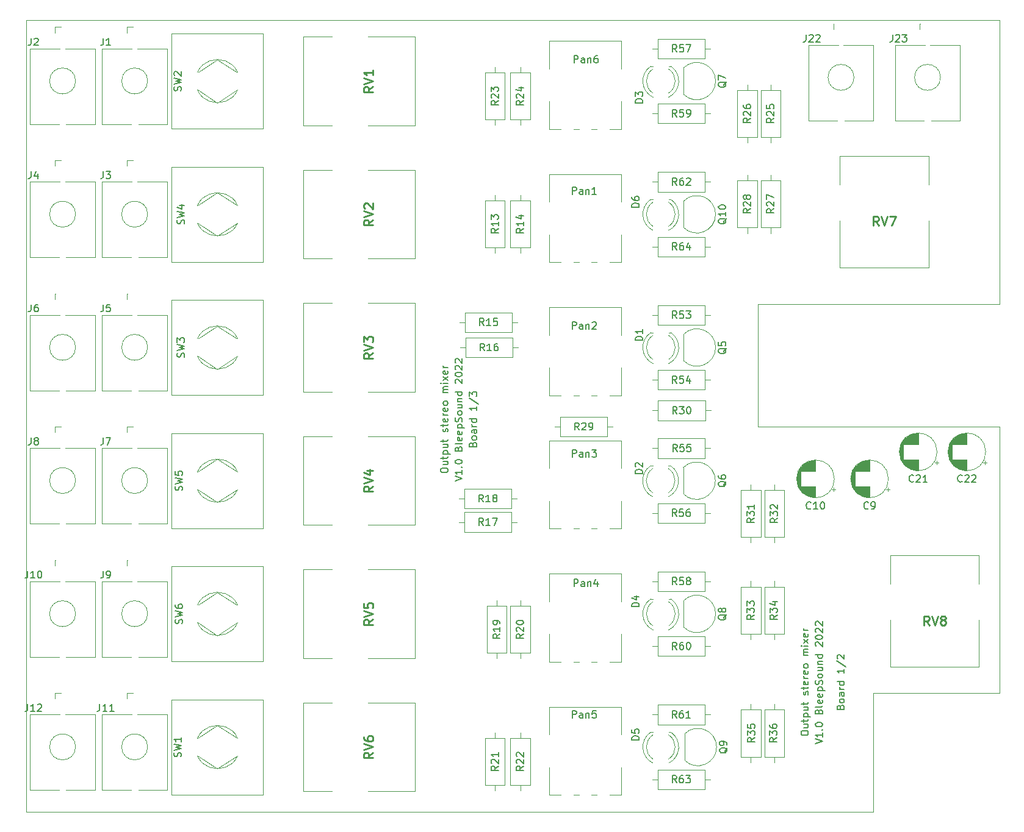
<source format=gto>
G04 #@! TF.GenerationSoftware,KiCad,Pcbnew,(6.0.1)*
G04 #@! TF.CreationDate,2022-09-12T17:23:34+02:00*
G04 #@! TF.ProjectId,Output-mixer,4f757470-7574-42d6-9d69-7865722e6b69,rev?*
G04 #@! TF.SameCoordinates,Original*
G04 #@! TF.FileFunction,Legend,Top*
G04 #@! TF.FilePolarity,Positive*
%FSLAX46Y46*%
G04 Gerber Fmt 4.6, Leading zero omitted, Abs format (unit mm)*
G04 Created by KiCad (PCBNEW (6.0.1)) date 2022-09-12 17:23:34*
%MOMM*%
%LPD*%
G01*
G04 APERTURE LIST*
G04 #@! TA.AperFunction,Profile*
%ADD10C,0.050000*%
G04 #@! TD*
G04 #@! TA.AperFunction,Profile*
%ADD11C,0.100000*%
G04 #@! TD*
%ADD12C,0.150000*%
%ADD13C,0.254000*%
%ADD14C,0.100000*%
%ADD15C,0.120000*%
%ADD16C,1.800000*%
%ADD17C,4.500000*%
%ADD18C,1.600000*%
%ADD19O,1.600000X1.600000*%
%ADD20R,1.930000X1.830000*%
%ADD21C,2.130000*%
%ADD22R,1.600000X1.600000*%
%ADD23O,3.700000X2.400000*%
%ADD24R,1.800000X1.800000*%
%ADD25C,4.000000*%
%ADD26C,3.200000*%
%ADD27R,1.500000X1.050000*%
%ADD28O,1.500000X1.050000*%
%ADD29R,1.700000X1.700000*%
%ADD30O,1.700000X1.700000*%
G04 APERTURE END LIST*
D10*
X152000000Y-31000000D02*
X152000000Y-70500000D01*
X17000000Y-31000000D02*
X17000000Y-141000000D01*
X17000000Y-31000000D02*
X152000000Y-31000000D01*
D11*
X118500000Y-87500000D02*
X118500000Y-70500000D01*
X152000000Y-87500000D02*
X118500000Y-87500000D01*
X152000000Y-87500000D02*
X152000000Y-124500000D01*
X118500000Y-70500000D02*
X152000000Y-70500000D01*
D10*
X17000000Y-141000000D02*
X134500000Y-141000000D01*
D11*
X152000000Y-124500000D02*
X134500000Y-124500000D01*
X134500000Y-124500000D02*
X134500000Y-141000000D01*
D12*
X129928571Y-126452380D02*
X129976190Y-126309523D01*
X130023809Y-126261904D01*
X130119047Y-126214285D01*
X130261904Y-126214285D01*
X130357142Y-126261904D01*
X130404761Y-126309523D01*
X130452380Y-126404761D01*
X130452380Y-126785714D01*
X129452380Y-126785714D01*
X129452380Y-126452380D01*
X129500000Y-126357142D01*
X129547619Y-126309523D01*
X129642857Y-126261904D01*
X129738095Y-126261904D01*
X129833333Y-126309523D01*
X129880952Y-126357142D01*
X129928571Y-126452380D01*
X129928571Y-126785714D01*
X130452380Y-125642857D02*
X130404761Y-125738095D01*
X130357142Y-125785714D01*
X130261904Y-125833333D01*
X129976190Y-125833333D01*
X129880952Y-125785714D01*
X129833333Y-125738095D01*
X129785714Y-125642857D01*
X129785714Y-125500000D01*
X129833333Y-125404761D01*
X129880952Y-125357142D01*
X129976190Y-125309523D01*
X130261904Y-125309523D01*
X130357142Y-125357142D01*
X130404761Y-125404761D01*
X130452380Y-125500000D01*
X130452380Y-125642857D01*
X130452380Y-124452380D02*
X129928571Y-124452380D01*
X129833333Y-124500000D01*
X129785714Y-124595238D01*
X129785714Y-124785714D01*
X129833333Y-124880952D01*
X130404761Y-124452380D02*
X130452380Y-124547619D01*
X130452380Y-124785714D01*
X130404761Y-124880952D01*
X130309523Y-124928571D01*
X130214285Y-124928571D01*
X130119047Y-124880952D01*
X130071428Y-124785714D01*
X130071428Y-124547619D01*
X130023809Y-124452380D01*
X130452380Y-123976190D02*
X129785714Y-123976190D01*
X129976190Y-123976190D02*
X129880952Y-123928571D01*
X129833333Y-123880952D01*
X129785714Y-123785714D01*
X129785714Y-123690476D01*
X130452380Y-122928571D02*
X129452380Y-122928571D01*
X130404761Y-122928571D02*
X130452380Y-123023809D01*
X130452380Y-123214285D01*
X130404761Y-123309523D01*
X130357142Y-123357142D01*
X130261904Y-123404761D01*
X129976190Y-123404761D01*
X129880952Y-123357142D01*
X129833333Y-123309523D01*
X129785714Y-123214285D01*
X129785714Y-123023809D01*
X129833333Y-122928571D01*
X130452380Y-121166666D02*
X130452380Y-121738095D01*
X130452380Y-121452380D02*
X129452380Y-121452380D01*
X129595238Y-121547619D01*
X129690476Y-121642857D01*
X129738095Y-121738095D01*
X129404761Y-120023809D02*
X130690476Y-120880952D01*
X129547619Y-119738095D02*
X129500000Y-119690476D01*
X129452380Y-119595238D01*
X129452380Y-119357142D01*
X129500000Y-119261904D01*
X129547619Y-119214285D01*
X129642857Y-119166666D01*
X129738095Y-119166666D01*
X129880952Y-119214285D01*
X130452380Y-119785714D01*
X130452380Y-119166666D01*
X76452380Y-95047619D02*
X77452380Y-94714285D01*
X76452380Y-94380952D01*
X77452380Y-93523809D02*
X77452380Y-94095238D01*
X77452380Y-93809523D02*
X76452380Y-93809523D01*
X76595238Y-93904761D01*
X76690476Y-94000000D01*
X76738095Y-94095238D01*
X77357142Y-93095238D02*
X77404761Y-93047619D01*
X77452380Y-93095238D01*
X77404761Y-93142857D01*
X77357142Y-93095238D01*
X77452380Y-93095238D01*
X76452380Y-92428571D02*
X76452380Y-92333333D01*
X76500000Y-92238095D01*
X76547619Y-92190476D01*
X76642857Y-92142857D01*
X76833333Y-92095238D01*
X77071428Y-92095238D01*
X77261904Y-92142857D01*
X77357142Y-92190476D01*
X77404761Y-92238095D01*
X77452380Y-92333333D01*
X77452380Y-92428571D01*
X77404761Y-92523809D01*
X77357142Y-92571428D01*
X77261904Y-92619047D01*
X77071428Y-92666666D01*
X76833333Y-92666666D01*
X76642857Y-92619047D01*
X76547619Y-92571428D01*
X76500000Y-92523809D01*
X76452380Y-92428571D01*
X76928571Y-90571428D02*
X76976190Y-90428571D01*
X77023809Y-90380952D01*
X77119047Y-90333333D01*
X77261904Y-90333333D01*
X77357142Y-90380952D01*
X77404761Y-90428571D01*
X77452380Y-90523809D01*
X77452380Y-90904761D01*
X76452380Y-90904761D01*
X76452380Y-90571428D01*
X76500000Y-90476190D01*
X76547619Y-90428571D01*
X76642857Y-90380952D01*
X76738095Y-90380952D01*
X76833333Y-90428571D01*
X76880952Y-90476190D01*
X76928571Y-90571428D01*
X76928571Y-90904761D01*
X77452380Y-89761904D02*
X77404761Y-89857142D01*
X77309523Y-89904761D01*
X76452380Y-89904761D01*
X77404761Y-89000000D02*
X77452380Y-89095238D01*
X77452380Y-89285714D01*
X77404761Y-89380952D01*
X77309523Y-89428571D01*
X76928571Y-89428571D01*
X76833333Y-89380952D01*
X76785714Y-89285714D01*
X76785714Y-89095238D01*
X76833333Y-89000000D01*
X76928571Y-88952380D01*
X77023809Y-88952380D01*
X77119047Y-89428571D01*
X77404761Y-88142857D02*
X77452380Y-88238095D01*
X77452380Y-88428571D01*
X77404761Y-88523809D01*
X77309523Y-88571428D01*
X76928571Y-88571428D01*
X76833333Y-88523809D01*
X76785714Y-88428571D01*
X76785714Y-88238095D01*
X76833333Y-88142857D01*
X76928571Y-88095238D01*
X77023809Y-88095238D01*
X77119047Y-88571428D01*
X76785714Y-87666666D02*
X77785714Y-87666666D01*
X76833333Y-87666666D02*
X76785714Y-87571428D01*
X76785714Y-87380952D01*
X76833333Y-87285714D01*
X76880952Y-87238095D01*
X76976190Y-87190476D01*
X77261904Y-87190476D01*
X77357142Y-87238095D01*
X77404761Y-87285714D01*
X77452380Y-87380952D01*
X77452380Y-87571428D01*
X77404761Y-87666666D01*
X77404761Y-86809523D02*
X77452380Y-86666666D01*
X77452380Y-86428571D01*
X77404761Y-86333333D01*
X77357142Y-86285714D01*
X77261904Y-86238095D01*
X77166666Y-86238095D01*
X77071428Y-86285714D01*
X77023809Y-86333333D01*
X76976190Y-86428571D01*
X76928571Y-86619047D01*
X76880952Y-86714285D01*
X76833333Y-86761904D01*
X76738095Y-86809523D01*
X76642857Y-86809523D01*
X76547619Y-86761904D01*
X76500000Y-86714285D01*
X76452380Y-86619047D01*
X76452380Y-86380952D01*
X76500000Y-86238095D01*
X77452380Y-85666666D02*
X77404761Y-85761904D01*
X77357142Y-85809523D01*
X77261904Y-85857142D01*
X76976190Y-85857142D01*
X76880952Y-85809523D01*
X76833333Y-85761904D01*
X76785714Y-85666666D01*
X76785714Y-85523809D01*
X76833333Y-85428571D01*
X76880952Y-85380952D01*
X76976190Y-85333333D01*
X77261904Y-85333333D01*
X77357142Y-85380952D01*
X77404761Y-85428571D01*
X77452380Y-85523809D01*
X77452380Y-85666666D01*
X76785714Y-84476190D02*
X77452380Y-84476190D01*
X76785714Y-84904761D02*
X77309523Y-84904761D01*
X77404761Y-84857142D01*
X77452380Y-84761904D01*
X77452380Y-84619047D01*
X77404761Y-84523809D01*
X77357142Y-84476190D01*
X76785714Y-84000000D02*
X77452380Y-84000000D01*
X76880952Y-84000000D02*
X76833333Y-83952380D01*
X76785714Y-83857142D01*
X76785714Y-83714285D01*
X76833333Y-83619047D01*
X76928571Y-83571428D01*
X77452380Y-83571428D01*
X77452380Y-82666666D02*
X76452380Y-82666666D01*
X77404761Y-82666666D02*
X77452380Y-82761904D01*
X77452380Y-82952380D01*
X77404761Y-83047619D01*
X77357142Y-83095238D01*
X77261904Y-83142857D01*
X76976190Y-83142857D01*
X76880952Y-83095238D01*
X76833333Y-83047619D01*
X76785714Y-82952380D01*
X76785714Y-82761904D01*
X76833333Y-82666666D01*
X76547619Y-81476190D02*
X76500000Y-81428571D01*
X76452380Y-81333333D01*
X76452380Y-81095238D01*
X76500000Y-81000000D01*
X76547619Y-80952380D01*
X76642857Y-80904761D01*
X76738095Y-80904761D01*
X76880952Y-80952380D01*
X77452380Y-81523809D01*
X77452380Y-80904761D01*
X76452380Y-80285714D02*
X76452380Y-80190476D01*
X76500000Y-80095238D01*
X76547619Y-80047619D01*
X76642857Y-80000000D01*
X76833333Y-79952380D01*
X77071428Y-79952380D01*
X77261904Y-80000000D01*
X77357142Y-80047619D01*
X77404761Y-80095238D01*
X77452380Y-80190476D01*
X77452380Y-80285714D01*
X77404761Y-80380952D01*
X77357142Y-80428571D01*
X77261904Y-80476190D01*
X77071428Y-80523809D01*
X76833333Y-80523809D01*
X76642857Y-80476190D01*
X76547619Y-80428571D01*
X76500000Y-80380952D01*
X76452380Y-80285714D01*
X76547619Y-79571428D02*
X76500000Y-79523809D01*
X76452380Y-79428571D01*
X76452380Y-79190476D01*
X76500000Y-79095238D01*
X76547619Y-79047619D01*
X76642857Y-79000000D01*
X76738095Y-79000000D01*
X76880952Y-79047619D01*
X77452380Y-79619047D01*
X77452380Y-79000000D01*
X76547619Y-78619047D02*
X76500000Y-78571428D01*
X76452380Y-78476190D01*
X76452380Y-78238095D01*
X76500000Y-78142857D01*
X76547619Y-78095238D01*
X76642857Y-78047619D01*
X76738095Y-78047619D01*
X76880952Y-78095238D01*
X77452380Y-78666666D01*
X77452380Y-78047619D01*
X124452380Y-130142857D02*
X124452380Y-129952380D01*
X124500000Y-129857142D01*
X124595238Y-129761904D01*
X124785714Y-129714285D01*
X125119047Y-129714285D01*
X125309523Y-129761904D01*
X125404761Y-129857142D01*
X125452380Y-129952380D01*
X125452380Y-130142857D01*
X125404761Y-130238095D01*
X125309523Y-130333333D01*
X125119047Y-130380952D01*
X124785714Y-130380952D01*
X124595238Y-130333333D01*
X124500000Y-130238095D01*
X124452380Y-130142857D01*
X124785714Y-128857142D02*
X125452380Y-128857142D01*
X124785714Y-129285714D02*
X125309523Y-129285714D01*
X125404761Y-129238095D01*
X125452380Y-129142857D01*
X125452380Y-129000000D01*
X125404761Y-128904761D01*
X125357142Y-128857142D01*
X124785714Y-128523809D02*
X124785714Y-128142857D01*
X124452380Y-128380952D02*
X125309523Y-128380952D01*
X125404761Y-128333333D01*
X125452380Y-128238095D01*
X125452380Y-128142857D01*
X124785714Y-127809523D02*
X125785714Y-127809523D01*
X124833333Y-127809523D02*
X124785714Y-127714285D01*
X124785714Y-127523809D01*
X124833333Y-127428571D01*
X124880952Y-127380952D01*
X124976190Y-127333333D01*
X125261904Y-127333333D01*
X125357142Y-127380952D01*
X125404761Y-127428571D01*
X125452380Y-127523809D01*
X125452380Y-127714285D01*
X125404761Y-127809523D01*
X124785714Y-126476190D02*
X125452380Y-126476190D01*
X124785714Y-126904761D02*
X125309523Y-126904761D01*
X125404761Y-126857142D01*
X125452380Y-126761904D01*
X125452380Y-126619047D01*
X125404761Y-126523809D01*
X125357142Y-126476190D01*
X124785714Y-126142857D02*
X124785714Y-125761904D01*
X124452380Y-126000000D02*
X125309523Y-126000000D01*
X125404761Y-125952380D01*
X125452380Y-125857142D01*
X125452380Y-125761904D01*
X125404761Y-124714285D02*
X125452380Y-124619047D01*
X125452380Y-124428571D01*
X125404761Y-124333333D01*
X125309523Y-124285714D01*
X125261904Y-124285714D01*
X125166666Y-124333333D01*
X125119047Y-124428571D01*
X125119047Y-124571428D01*
X125071428Y-124666666D01*
X124976190Y-124714285D01*
X124928571Y-124714285D01*
X124833333Y-124666666D01*
X124785714Y-124571428D01*
X124785714Y-124428571D01*
X124833333Y-124333333D01*
X124785714Y-124000000D02*
X124785714Y-123619047D01*
X124452380Y-123857142D02*
X125309523Y-123857142D01*
X125404761Y-123809523D01*
X125452380Y-123714285D01*
X125452380Y-123619047D01*
X125404761Y-122904761D02*
X125452380Y-123000000D01*
X125452380Y-123190476D01*
X125404761Y-123285714D01*
X125309523Y-123333333D01*
X124928571Y-123333333D01*
X124833333Y-123285714D01*
X124785714Y-123190476D01*
X124785714Y-123000000D01*
X124833333Y-122904761D01*
X124928571Y-122857142D01*
X125023809Y-122857142D01*
X125119047Y-123333333D01*
X125452380Y-122428571D02*
X124785714Y-122428571D01*
X124976190Y-122428571D02*
X124880952Y-122380952D01*
X124833333Y-122333333D01*
X124785714Y-122238095D01*
X124785714Y-122142857D01*
X125404761Y-121428571D02*
X125452380Y-121523809D01*
X125452380Y-121714285D01*
X125404761Y-121809523D01*
X125309523Y-121857142D01*
X124928571Y-121857142D01*
X124833333Y-121809523D01*
X124785714Y-121714285D01*
X124785714Y-121523809D01*
X124833333Y-121428571D01*
X124928571Y-121380952D01*
X125023809Y-121380952D01*
X125119047Y-121857142D01*
X125452380Y-120809523D02*
X125404761Y-120904761D01*
X125357142Y-120952380D01*
X125261904Y-121000000D01*
X124976190Y-121000000D01*
X124880952Y-120952380D01*
X124833333Y-120904761D01*
X124785714Y-120809523D01*
X124785714Y-120666666D01*
X124833333Y-120571428D01*
X124880952Y-120523809D01*
X124976190Y-120476190D01*
X125261904Y-120476190D01*
X125357142Y-120523809D01*
X125404761Y-120571428D01*
X125452380Y-120666666D01*
X125452380Y-120809523D01*
X125452380Y-119285714D02*
X124785714Y-119285714D01*
X124880952Y-119285714D02*
X124833333Y-119238095D01*
X124785714Y-119142857D01*
X124785714Y-119000000D01*
X124833333Y-118904761D01*
X124928571Y-118857142D01*
X125452380Y-118857142D01*
X124928571Y-118857142D02*
X124833333Y-118809523D01*
X124785714Y-118714285D01*
X124785714Y-118571428D01*
X124833333Y-118476190D01*
X124928571Y-118428571D01*
X125452380Y-118428571D01*
X125452380Y-117952380D02*
X124785714Y-117952380D01*
X124452380Y-117952380D02*
X124500000Y-118000000D01*
X124547619Y-117952380D01*
X124500000Y-117904761D01*
X124452380Y-117952380D01*
X124547619Y-117952380D01*
X125452380Y-117571428D02*
X124785714Y-117047619D01*
X124785714Y-117571428D02*
X125452380Y-117047619D01*
X125404761Y-116285714D02*
X125452380Y-116380952D01*
X125452380Y-116571428D01*
X125404761Y-116666666D01*
X125309523Y-116714285D01*
X124928571Y-116714285D01*
X124833333Y-116666666D01*
X124785714Y-116571428D01*
X124785714Y-116380952D01*
X124833333Y-116285714D01*
X124928571Y-116238095D01*
X125023809Y-116238095D01*
X125119047Y-116714285D01*
X125452380Y-115809523D02*
X124785714Y-115809523D01*
X124976190Y-115809523D02*
X124880952Y-115761904D01*
X124833333Y-115714285D01*
X124785714Y-115619047D01*
X124785714Y-115523809D01*
X78928571Y-89952380D02*
X78976190Y-89809523D01*
X79023809Y-89761904D01*
X79119047Y-89714285D01*
X79261904Y-89714285D01*
X79357142Y-89761904D01*
X79404761Y-89809523D01*
X79452380Y-89904761D01*
X79452380Y-90285714D01*
X78452380Y-90285714D01*
X78452380Y-89952380D01*
X78500000Y-89857142D01*
X78547619Y-89809523D01*
X78642857Y-89761904D01*
X78738095Y-89761904D01*
X78833333Y-89809523D01*
X78880952Y-89857142D01*
X78928571Y-89952380D01*
X78928571Y-90285714D01*
X79452380Y-89142857D02*
X79404761Y-89238095D01*
X79357142Y-89285714D01*
X79261904Y-89333333D01*
X78976190Y-89333333D01*
X78880952Y-89285714D01*
X78833333Y-89238095D01*
X78785714Y-89142857D01*
X78785714Y-89000000D01*
X78833333Y-88904761D01*
X78880952Y-88857142D01*
X78976190Y-88809523D01*
X79261904Y-88809523D01*
X79357142Y-88857142D01*
X79404761Y-88904761D01*
X79452380Y-89000000D01*
X79452380Y-89142857D01*
X79452380Y-87952380D02*
X78928571Y-87952380D01*
X78833333Y-88000000D01*
X78785714Y-88095238D01*
X78785714Y-88285714D01*
X78833333Y-88380952D01*
X79404761Y-87952380D02*
X79452380Y-88047619D01*
X79452380Y-88285714D01*
X79404761Y-88380952D01*
X79309523Y-88428571D01*
X79214285Y-88428571D01*
X79119047Y-88380952D01*
X79071428Y-88285714D01*
X79071428Y-88047619D01*
X79023809Y-87952380D01*
X79452380Y-87476190D02*
X78785714Y-87476190D01*
X78976190Y-87476190D02*
X78880952Y-87428571D01*
X78833333Y-87380952D01*
X78785714Y-87285714D01*
X78785714Y-87190476D01*
X79452380Y-86428571D02*
X78452380Y-86428571D01*
X79404761Y-86428571D02*
X79452380Y-86523809D01*
X79452380Y-86714285D01*
X79404761Y-86809523D01*
X79357142Y-86857142D01*
X79261904Y-86904761D01*
X78976190Y-86904761D01*
X78880952Y-86857142D01*
X78833333Y-86809523D01*
X78785714Y-86714285D01*
X78785714Y-86523809D01*
X78833333Y-86428571D01*
X79452380Y-84666666D02*
X79452380Y-85238095D01*
X79452380Y-84952380D02*
X78452380Y-84952380D01*
X78595238Y-85047619D01*
X78690476Y-85142857D01*
X78738095Y-85238095D01*
X78404761Y-83523809D02*
X79690476Y-84380952D01*
X78452380Y-83285714D02*
X78452380Y-82666666D01*
X78833333Y-83000000D01*
X78833333Y-82857142D01*
X78880952Y-82761904D01*
X78928571Y-82714285D01*
X79023809Y-82666666D01*
X79261904Y-82666666D01*
X79357142Y-82714285D01*
X79404761Y-82761904D01*
X79452380Y-82857142D01*
X79452380Y-83142857D01*
X79404761Y-83238095D01*
X79357142Y-83285714D01*
X74452380Y-93642857D02*
X74452380Y-93452380D01*
X74500000Y-93357142D01*
X74595238Y-93261904D01*
X74785714Y-93214285D01*
X75119047Y-93214285D01*
X75309523Y-93261904D01*
X75404761Y-93357142D01*
X75452380Y-93452380D01*
X75452380Y-93642857D01*
X75404761Y-93738095D01*
X75309523Y-93833333D01*
X75119047Y-93880952D01*
X74785714Y-93880952D01*
X74595238Y-93833333D01*
X74500000Y-93738095D01*
X74452380Y-93642857D01*
X74785714Y-92357142D02*
X75452380Y-92357142D01*
X74785714Y-92785714D02*
X75309523Y-92785714D01*
X75404761Y-92738095D01*
X75452380Y-92642857D01*
X75452380Y-92500000D01*
X75404761Y-92404761D01*
X75357142Y-92357142D01*
X74785714Y-92023809D02*
X74785714Y-91642857D01*
X74452380Y-91880952D02*
X75309523Y-91880952D01*
X75404761Y-91833333D01*
X75452380Y-91738095D01*
X75452380Y-91642857D01*
X74785714Y-91309523D02*
X75785714Y-91309523D01*
X74833333Y-91309523D02*
X74785714Y-91214285D01*
X74785714Y-91023809D01*
X74833333Y-90928571D01*
X74880952Y-90880952D01*
X74976190Y-90833333D01*
X75261904Y-90833333D01*
X75357142Y-90880952D01*
X75404761Y-90928571D01*
X75452380Y-91023809D01*
X75452380Y-91214285D01*
X75404761Y-91309523D01*
X74785714Y-89976190D02*
X75452380Y-89976190D01*
X74785714Y-90404761D02*
X75309523Y-90404761D01*
X75404761Y-90357142D01*
X75452380Y-90261904D01*
X75452380Y-90119047D01*
X75404761Y-90023809D01*
X75357142Y-89976190D01*
X74785714Y-89642857D02*
X74785714Y-89261904D01*
X74452380Y-89500000D02*
X75309523Y-89500000D01*
X75404761Y-89452380D01*
X75452380Y-89357142D01*
X75452380Y-89261904D01*
X75404761Y-88214285D02*
X75452380Y-88119047D01*
X75452380Y-87928571D01*
X75404761Y-87833333D01*
X75309523Y-87785714D01*
X75261904Y-87785714D01*
X75166666Y-87833333D01*
X75119047Y-87928571D01*
X75119047Y-88071428D01*
X75071428Y-88166666D01*
X74976190Y-88214285D01*
X74928571Y-88214285D01*
X74833333Y-88166666D01*
X74785714Y-88071428D01*
X74785714Y-87928571D01*
X74833333Y-87833333D01*
X74785714Y-87500000D02*
X74785714Y-87119047D01*
X74452380Y-87357142D02*
X75309523Y-87357142D01*
X75404761Y-87309523D01*
X75452380Y-87214285D01*
X75452380Y-87119047D01*
X75404761Y-86404761D02*
X75452380Y-86500000D01*
X75452380Y-86690476D01*
X75404761Y-86785714D01*
X75309523Y-86833333D01*
X74928571Y-86833333D01*
X74833333Y-86785714D01*
X74785714Y-86690476D01*
X74785714Y-86500000D01*
X74833333Y-86404761D01*
X74928571Y-86357142D01*
X75023809Y-86357142D01*
X75119047Y-86833333D01*
X75452380Y-85928571D02*
X74785714Y-85928571D01*
X74976190Y-85928571D02*
X74880952Y-85880952D01*
X74833333Y-85833333D01*
X74785714Y-85738095D01*
X74785714Y-85642857D01*
X75404761Y-84928571D02*
X75452380Y-85023809D01*
X75452380Y-85214285D01*
X75404761Y-85309523D01*
X75309523Y-85357142D01*
X74928571Y-85357142D01*
X74833333Y-85309523D01*
X74785714Y-85214285D01*
X74785714Y-85023809D01*
X74833333Y-84928571D01*
X74928571Y-84880952D01*
X75023809Y-84880952D01*
X75119047Y-85357142D01*
X75452380Y-84309523D02*
X75404761Y-84404761D01*
X75357142Y-84452380D01*
X75261904Y-84500000D01*
X74976190Y-84500000D01*
X74880952Y-84452380D01*
X74833333Y-84404761D01*
X74785714Y-84309523D01*
X74785714Y-84166666D01*
X74833333Y-84071428D01*
X74880952Y-84023809D01*
X74976190Y-83976190D01*
X75261904Y-83976190D01*
X75357142Y-84023809D01*
X75404761Y-84071428D01*
X75452380Y-84166666D01*
X75452380Y-84309523D01*
X75452380Y-82785714D02*
X74785714Y-82785714D01*
X74880952Y-82785714D02*
X74833333Y-82738095D01*
X74785714Y-82642857D01*
X74785714Y-82500000D01*
X74833333Y-82404761D01*
X74928571Y-82357142D01*
X75452380Y-82357142D01*
X74928571Y-82357142D02*
X74833333Y-82309523D01*
X74785714Y-82214285D01*
X74785714Y-82071428D01*
X74833333Y-81976190D01*
X74928571Y-81928571D01*
X75452380Y-81928571D01*
X75452380Y-81452380D02*
X74785714Y-81452380D01*
X74452380Y-81452380D02*
X74500000Y-81500000D01*
X74547619Y-81452380D01*
X74500000Y-81404761D01*
X74452380Y-81452380D01*
X74547619Y-81452380D01*
X75452380Y-81071428D02*
X74785714Y-80547619D01*
X74785714Y-81071428D02*
X75452380Y-80547619D01*
X75404761Y-79785714D02*
X75452380Y-79880952D01*
X75452380Y-80071428D01*
X75404761Y-80166666D01*
X75309523Y-80214285D01*
X74928571Y-80214285D01*
X74833333Y-80166666D01*
X74785714Y-80071428D01*
X74785714Y-79880952D01*
X74833333Y-79785714D01*
X74928571Y-79738095D01*
X75023809Y-79738095D01*
X75119047Y-80214285D01*
X75452380Y-79309523D02*
X74785714Y-79309523D01*
X74976190Y-79309523D02*
X74880952Y-79261904D01*
X74833333Y-79214285D01*
X74785714Y-79119047D01*
X74785714Y-79023809D01*
X126452380Y-131547619D02*
X127452380Y-131214285D01*
X126452380Y-130880952D01*
X127452380Y-130023809D02*
X127452380Y-130595238D01*
X127452380Y-130309523D02*
X126452380Y-130309523D01*
X126595238Y-130404761D01*
X126690476Y-130500000D01*
X126738095Y-130595238D01*
X127357142Y-129595238D02*
X127404761Y-129547619D01*
X127452380Y-129595238D01*
X127404761Y-129642857D01*
X127357142Y-129595238D01*
X127452380Y-129595238D01*
X126452380Y-128928571D02*
X126452380Y-128833333D01*
X126500000Y-128738095D01*
X126547619Y-128690476D01*
X126642857Y-128642857D01*
X126833333Y-128595238D01*
X127071428Y-128595238D01*
X127261904Y-128642857D01*
X127357142Y-128690476D01*
X127404761Y-128738095D01*
X127452380Y-128833333D01*
X127452380Y-128928571D01*
X127404761Y-129023809D01*
X127357142Y-129071428D01*
X127261904Y-129119047D01*
X127071428Y-129166666D01*
X126833333Y-129166666D01*
X126642857Y-129119047D01*
X126547619Y-129071428D01*
X126500000Y-129023809D01*
X126452380Y-128928571D01*
X126928571Y-127071428D02*
X126976190Y-126928571D01*
X127023809Y-126880952D01*
X127119047Y-126833333D01*
X127261904Y-126833333D01*
X127357142Y-126880952D01*
X127404761Y-126928571D01*
X127452380Y-127023809D01*
X127452380Y-127404761D01*
X126452380Y-127404761D01*
X126452380Y-127071428D01*
X126500000Y-126976190D01*
X126547619Y-126928571D01*
X126642857Y-126880952D01*
X126738095Y-126880952D01*
X126833333Y-126928571D01*
X126880952Y-126976190D01*
X126928571Y-127071428D01*
X126928571Y-127404761D01*
X127452380Y-126261904D02*
X127404761Y-126357142D01*
X127309523Y-126404761D01*
X126452380Y-126404761D01*
X127404761Y-125500000D02*
X127452380Y-125595238D01*
X127452380Y-125785714D01*
X127404761Y-125880952D01*
X127309523Y-125928571D01*
X126928571Y-125928571D01*
X126833333Y-125880952D01*
X126785714Y-125785714D01*
X126785714Y-125595238D01*
X126833333Y-125500000D01*
X126928571Y-125452380D01*
X127023809Y-125452380D01*
X127119047Y-125928571D01*
X127404761Y-124642857D02*
X127452380Y-124738095D01*
X127452380Y-124928571D01*
X127404761Y-125023809D01*
X127309523Y-125071428D01*
X126928571Y-125071428D01*
X126833333Y-125023809D01*
X126785714Y-124928571D01*
X126785714Y-124738095D01*
X126833333Y-124642857D01*
X126928571Y-124595238D01*
X127023809Y-124595238D01*
X127119047Y-125071428D01*
X126785714Y-124166666D02*
X127785714Y-124166666D01*
X126833333Y-124166666D02*
X126785714Y-124071428D01*
X126785714Y-123880952D01*
X126833333Y-123785714D01*
X126880952Y-123738095D01*
X126976190Y-123690476D01*
X127261904Y-123690476D01*
X127357142Y-123738095D01*
X127404761Y-123785714D01*
X127452380Y-123880952D01*
X127452380Y-124071428D01*
X127404761Y-124166666D01*
X127404761Y-123309523D02*
X127452380Y-123166666D01*
X127452380Y-122928571D01*
X127404761Y-122833333D01*
X127357142Y-122785714D01*
X127261904Y-122738095D01*
X127166666Y-122738095D01*
X127071428Y-122785714D01*
X127023809Y-122833333D01*
X126976190Y-122928571D01*
X126928571Y-123119047D01*
X126880952Y-123214285D01*
X126833333Y-123261904D01*
X126738095Y-123309523D01*
X126642857Y-123309523D01*
X126547619Y-123261904D01*
X126500000Y-123214285D01*
X126452380Y-123119047D01*
X126452380Y-122880952D01*
X126500000Y-122738095D01*
X127452380Y-122166666D02*
X127404761Y-122261904D01*
X127357142Y-122309523D01*
X127261904Y-122357142D01*
X126976190Y-122357142D01*
X126880952Y-122309523D01*
X126833333Y-122261904D01*
X126785714Y-122166666D01*
X126785714Y-122023809D01*
X126833333Y-121928571D01*
X126880952Y-121880952D01*
X126976190Y-121833333D01*
X127261904Y-121833333D01*
X127357142Y-121880952D01*
X127404761Y-121928571D01*
X127452380Y-122023809D01*
X127452380Y-122166666D01*
X126785714Y-120976190D02*
X127452380Y-120976190D01*
X126785714Y-121404761D02*
X127309523Y-121404761D01*
X127404761Y-121357142D01*
X127452380Y-121261904D01*
X127452380Y-121119047D01*
X127404761Y-121023809D01*
X127357142Y-120976190D01*
X126785714Y-120500000D02*
X127452380Y-120500000D01*
X126880952Y-120500000D02*
X126833333Y-120452380D01*
X126785714Y-120357142D01*
X126785714Y-120214285D01*
X126833333Y-120119047D01*
X126928571Y-120071428D01*
X127452380Y-120071428D01*
X127452380Y-119166666D02*
X126452380Y-119166666D01*
X127404761Y-119166666D02*
X127452380Y-119261904D01*
X127452380Y-119452380D01*
X127404761Y-119547619D01*
X127357142Y-119595238D01*
X127261904Y-119642857D01*
X126976190Y-119642857D01*
X126880952Y-119595238D01*
X126833333Y-119547619D01*
X126785714Y-119452380D01*
X126785714Y-119261904D01*
X126833333Y-119166666D01*
X126547619Y-117976190D02*
X126500000Y-117928571D01*
X126452380Y-117833333D01*
X126452380Y-117595238D01*
X126500000Y-117500000D01*
X126547619Y-117452380D01*
X126642857Y-117404761D01*
X126738095Y-117404761D01*
X126880952Y-117452380D01*
X127452380Y-118023809D01*
X127452380Y-117404761D01*
X126452380Y-116785714D02*
X126452380Y-116690476D01*
X126500000Y-116595238D01*
X126547619Y-116547619D01*
X126642857Y-116500000D01*
X126833333Y-116452380D01*
X127071428Y-116452380D01*
X127261904Y-116500000D01*
X127357142Y-116547619D01*
X127404761Y-116595238D01*
X127452380Y-116690476D01*
X127452380Y-116785714D01*
X127404761Y-116880952D01*
X127357142Y-116928571D01*
X127261904Y-116976190D01*
X127071428Y-117023809D01*
X126833333Y-117023809D01*
X126642857Y-116976190D01*
X126547619Y-116928571D01*
X126500000Y-116880952D01*
X126452380Y-116785714D01*
X126547619Y-116071428D02*
X126500000Y-116023809D01*
X126452380Y-115928571D01*
X126452380Y-115690476D01*
X126500000Y-115595238D01*
X126547619Y-115547619D01*
X126642857Y-115500000D01*
X126738095Y-115500000D01*
X126880952Y-115547619D01*
X127452380Y-116119047D01*
X127452380Y-115500000D01*
X126547619Y-115119047D02*
X126500000Y-115071428D01*
X126452380Y-114976190D01*
X126452380Y-114738095D01*
X126500000Y-114642857D01*
X126547619Y-114595238D01*
X126642857Y-114547619D01*
X126738095Y-114547619D01*
X126880952Y-114595238D01*
X127452380Y-115166666D01*
X127452380Y-114547619D01*
D13*
X65074523Y-95755952D02*
X64469761Y-96179285D01*
X65074523Y-96481666D02*
X63804523Y-96481666D01*
X63804523Y-95997857D01*
X63865000Y-95876904D01*
X63925476Y-95816428D01*
X64046428Y-95755952D01*
X64227857Y-95755952D01*
X64348809Y-95816428D01*
X64409285Y-95876904D01*
X64469761Y-95997857D01*
X64469761Y-96481666D01*
X63804523Y-95393095D02*
X65074523Y-94969761D01*
X63804523Y-94546428D01*
X64227857Y-93578809D02*
X65074523Y-93578809D01*
X63744047Y-93881190D02*
X64651190Y-94183571D01*
X64651190Y-93397380D01*
D12*
X120702380Y-44642857D02*
X120226190Y-44976190D01*
X120702380Y-45214285D02*
X119702380Y-45214285D01*
X119702380Y-44833333D01*
X119750000Y-44738095D01*
X119797619Y-44690476D01*
X119892857Y-44642857D01*
X120035714Y-44642857D01*
X120130952Y-44690476D01*
X120178571Y-44738095D01*
X120226190Y-44833333D01*
X120226190Y-45214285D01*
X119797619Y-44261904D02*
X119750000Y-44214285D01*
X119702380Y-44119047D01*
X119702380Y-43880952D01*
X119750000Y-43785714D01*
X119797619Y-43738095D01*
X119892857Y-43690476D01*
X119988095Y-43690476D01*
X120130952Y-43738095D01*
X120702380Y-44309523D01*
X120702380Y-43690476D01*
X119702380Y-42785714D02*
X119702380Y-43261904D01*
X120178571Y-43309523D01*
X120130952Y-43261904D01*
X120083333Y-43166666D01*
X120083333Y-42928571D01*
X120130952Y-42833333D01*
X120178571Y-42785714D01*
X120273809Y-42738095D01*
X120511904Y-42738095D01*
X120607142Y-42785714D01*
X120654761Y-42833333D01*
X120702380Y-42928571D01*
X120702380Y-43166666D01*
X120654761Y-43261904D01*
X120607142Y-43309523D01*
X117452380Y-57222857D02*
X116976190Y-57556190D01*
X117452380Y-57794285D02*
X116452380Y-57794285D01*
X116452380Y-57413333D01*
X116500000Y-57318095D01*
X116547619Y-57270476D01*
X116642857Y-57222857D01*
X116785714Y-57222857D01*
X116880952Y-57270476D01*
X116928571Y-57318095D01*
X116976190Y-57413333D01*
X116976190Y-57794285D01*
X116547619Y-56841904D02*
X116500000Y-56794285D01*
X116452380Y-56699047D01*
X116452380Y-56460952D01*
X116500000Y-56365714D01*
X116547619Y-56318095D01*
X116642857Y-56270476D01*
X116738095Y-56270476D01*
X116880952Y-56318095D01*
X117452380Y-56889523D01*
X117452380Y-56270476D01*
X116880952Y-55699047D02*
X116833333Y-55794285D01*
X116785714Y-55841904D01*
X116690476Y-55889523D01*
X116642857Y-55889523D01*
X116547619Y-55841904D01*
X116500000Y-55794285D01*
X116452380Y-55699047D01*
X116452380Y-55508571D01*
X116500000Y-55413333D01*
X116547619Y-55365714D01*
X116642857Y-55318095D01*
X116690476Y-55318095D01*
X116785714Y-55365714D01*
X116833333Y-55413333D01*
X116880952Y-55508571D01*
X116880952Y-55699047D01*
X116928571Y-55794285D01*
X116976190Y-55841904D01*
X117071428Y-55889523D01*
X117261904Y-55889523D01*
X117357142Y-55841904D01*
X117404761Y-55794285D01*
X117452380Y-55699047D01*
X117452380Y-55508571D01*
X117404761Y-55413333D01*
X117357142Y-55365714D01*
X117261904Y-55318095D01*
X117071428Y-55318095D01*
X116976190Y-55365714D01*
X116928571Y-55413333D01*
X116880952Y-55508571D01*
X27636666Y-107532380D02*
X27636666Y-108246666D01*
X27589047Y-108389523D01*
X27493809Y-108484761D01*
X27350952Y-108532380D01*
X27255714Y-108532380D01*
X28160476Y-108532380D02*
X28350952Y-108532380D01*
X28446190Y-108484761D01*
X28493809Y-108437142D01*
X28589047Y-108294285D01*
X28636666Y-108103809D01*
X28636666Y-107722857D01*
X28589047Y-107627619D01*
X28541428Y-107580000D01*
X28446190Y-107532380D01*
X28255714Y-107532380D01*
X28160476Y-107580000D01*
X28112857Y-107627619D01*
X28065238Y-107722857D01*
X28065238Y-107960952D01*
X28112857Y-108056190D01*
X28160476Y-108103809D01*
X28255714Y-108151428D01*
X28446190Y-108151428D01*
X28541428Y-108103809D01*
X28589047Y-108056190D01*
X28636666Y-107960952D01*
X133788446Y-98857142D02*
X133740827Y-98904761D01*
X133597970Y-98952380D01*
X133502732Y-98952380D01*
X133359874Y-98904761D01*
X133264636Y-98809523D01*
X133217017Y-98714285D01*
X133169398Y-98523809D01*
X133169398Y-98380952D01*
X133217017Y-98190476D01*
X133264636Y-98095238D01*
X133359874Y-98000000D01*
X133502732Y-97952380D01*
X133597970Y-97952380D01*
X133740827Y-98000000D01*
X133788446Y-98047619D01*
X134264636Y-98952380D02*
X134455113Y-98952380D01*
X134550351Y-98904761D01*
X134597970Y-98857142D01*
X134693208Y-98714285D01*
X134740827Y-98523809D01*
X134740827Y-98142857D01*
X134693208Y-98047619D01*
X134645589Y-98000000D01*
X134550351Y-97952380D01*
X134359874Y-97952380D01*
X134264636Y-98000000D01*
X134217017Y-98047619D01*
X134169398Y-98142857D01*
X134169398Y-98380952D01*
X134217017Y-98476190D01*
X134264636Y-98523809D01*
X134359874Y-98571428D01*
X134550351Y-98571428D01*
X134645589Y-98523809D01*
X134693208Y-98476190D01*
X134740827Y-98380952D01*
X38859761Y-77833333D02*
X38907380Y-77690476D01*
X38907380Y-77452380D01*
X38859761Y-77357142D01*
X38812142Y-77309523D01*
X38716904Y-77261904D01*
X38621666Y-77261904D01*
X38526428Y-77309523D01*
X38478809Y-77357142D01*
X38431190Y-77452380D01*
X38383571Y-77642857D01*
X38335952Y-77738095D01*
X38288333Y-77785714D01*
X38193095Y-77833333D01*
X38097857Y-77833333D01*
X38002619Y-77785714D01*
X37955000Y-77738095D01*
X37907380Y-77642857D01*
X37907380Y-77404761D01*
X37955000Y-77261904D01*
X37907380Y-76928571D02*
X38907380Y-76690476D01*
X38193095Y-76500000D01*
X38907380Y-76309523D01*
X37907380Y-76071428D01*
X37907380Y-75785714D02*
X37907380Y-75166666D01*
X38288333Y-75500000D01*
X38288333Y-75357142D01*
X38335952Y-75261904D01*
X38383571Y-75214285D01*
X38478809Y-75166666D01*
X38716904Y-75166666D01*
X38812142Y-75214285D01*
X38859761Y-75261904D01*
X38907380Y-75357142D01*
X38907380Y-75642857D01*
X38859761Y-75738095D01*
X38812142Y-75785714D01*
X101982380Y-57018095D02*
X100982380Y-57018095D01*
X100982380Y-56780000D01*
X101030000Y-56637142D01*
X101125238Y-56541904D01*
X101220476Y-56494285D01*
X101410952Y-56446666D01*
X101553809Y-56446666D01*
X101744285Y-56494285D01*
X101839523Y-56541904D01*
X101934761Y-56637142D01*
X101982380Y-56780000D01*
X101982380Y-57018095D01*
X100982380Y-55589523D02*
X100982380Y-55780000D01*
X101030000Y-55875238D01*
X101077619Y-55922857D01*
X101220476Y-56018095D01*
X101410952Y-56065714D01*
X101791904Y-56065714D01*
X101887142Y-56018095D01*
X101934761Y-55970476D01*
X101982380Y-55875238D01*
X101982380Y-55684761D01*
X101934761Y-55589523D01*
X101887142Y-55541904D01*
X101791904Y-55494285D01*
X101553809Y-55494285D01*
X101458571Y-55541904D01*
X101410952Y-55589523D01*
X101363333Y-55684761D01*
X101363333Y-55875238D01*
X101410952Y-55970476D01*
X101458571Y-56018095D01*
X101553809Y-56065714D01*
X80447142Y-73452380D02*
X80113809Y-72976190D01*
X79875714Y-73452380D02*
X79875714Y-72452380D01*
X80256666Y-72452380D01*
X80351904Y-72500000D01*
X80399523Y-72547619D01*
X80447142Y-72642857D01*
X80447142Y-72785714D01*
X80399523Y-72880952D01*
X80351904Y-72928571D01*
X80256666Y-72976190D01*
X79875714Y-72976190D01*
X81399523Y-73452380D02*
X80828095Y-73452380D01*
X81113809Y-73452380D02*
X81113809Y-72452380D01*
X81018571Y-72595238D01*
X80923333Y-72690476D01*
X80828095Y-72738095D01*
X82304285Y-72452380D02*
X81828095Y-72452380D01*
X81780476Y-72928571D01*
X81828095Y-72880952D01*
X81923333Y-72833333D01*
X82161428Y-72833333D01*
X82256666Y-72880952D01*
X82304285Y-72928571D01*
X82351904Y-73023809D01*
X82351904Y-73261904D01*
X82304285Y-73357142D01*
X82256666Y-73404761D01*
X82161428Y-73452380D01*
X81923333Y-73452380D01*
X81828095Y-73404761D01*
X81780476Y-73357142D01*
X107187142Y-136952380D02*
X106853809Y-136476190D01*
X106615714Y-136952380D02*
X106615714Y-135952380D01*
X106996666Y-135952380D01*
X107091904Y-136000000D01*
X107139523Y-136047619D01*
X107187142Y-136142857D01*
X107187142Y-136285714D01*
X107139523Y-136380952D01*
X107091904Y-136428571D01*
X106996666Y-136476190D01*
X106615714Y-136476190D01*
X108044285Y-135952380D02*
X107853809Y-135952380D01*
X107758571Y-136000000D01*
X107710952Y-136047619D01*
X107615714Y-136190476D01*
X107568095Y-136380952D01*
X107568095Y-136761904D01*
X107615714Y-136857142D01*
X107663333Y-136904761D01*
X107758571Y-136952380D01*
X107949047Y-136952380D01*
X108044285Y-136904761D01*
X108091904Y-136857142D01*
X108139523Y-136761904D01*
X108139523Y-136523809D01*
X108091904Y-136428571D01*
X108044285Y-136380952D01*
X107949047Y-136333333D01*
X107758571Y-136333333D01*
X107663333Y-136380952D01*
X107615714Y-136428571D01*
X107568095Y-136523809D01*
X108472857Y-135952380D02*
X109091904Y-135952380D01*
X108758571Y-136333333D01*
X108901428Y-136333333D01*
X108996666Y-136380952D01*
X109044285Y-136428571D01*
X109091904Y-136523809D01*
X109091904Y-136761904D01*
X109044285Y-136857142D01*
X108996666Y-136904761D01*
X108901428Y-136952380D01*
X108615714Y-136952380D01*
X108520476Y-136904761D01*
X108472857Y-136857142D01*
X107217142Y-62952380D02*
X106883809Y-62476190D01*
X106645714Y-62952380D02*
X106645714Y-61952380D01*
X107026666Y-61952380D01*
X107121904Y-62000000D01*
X107169523Y-62047619D01*
X107217142Y-62142857D01*
X107217142Y-62285714D01*
X107169523Y-62380952D01*
X107121904Y-62428571D01*
X107026666Y-62476190D01*
X106645714Y-62476190D01*
X108074285Y-61952380D02*
X107883809Y-61952380D01*
X107788571Y-62000000D01*
X107740952Y-62047619D01*
X107645714Y-62190476D01*
X107598095Y-62380952D01*
X107598095Y-62761904D01*
X107645714Y-62857142D01*
X107693333Y-62904761D01*
X107788571Y-62952380D01*
X107979047Y-62952380D01*
X108074285Y-62904761D01*
X108121904Y-62857142D01*
X108169523Y-62761904D01*
X108169523Y-62523809D01*
X108121904Y-62428571D01*
X108074285Y-62380952D01*
X107979047Y-62333333D01*
X107788571Y-62333333D01*
X107693333Y-62380952D01*
X107645714Y-62428571D01*
X107598095Y-62523809D01*
X109026666Y-62285714D02*
X109026666Y-62952380D01*
X108788571Y-61904761D02*
X108550476Y-62619047D01*
X109169523Y-62619047D01*
X92717142Y-91702380D02*
X92717142Y-90702380D01*
X93098095Y-90702380D01*
X93193333Y-90750000D01*
X93240952Y-90797619D01*
X93288571Y-90892857D01*
X93288571Y-91035714D01*
X93240952Y-91130952D01*
X93193333Y-91178571D01*
X93098095Y-91226190D01*
X92717142Y-91226190D01*
X94145714Y-91702380D02*
X94145714Y-91178571D01*
X94098095Y-91083333D01*
X94002857Y-91035714D01*
X93812380Y-91035714D01*
X93717142Y-91083333D01*
X94145714Y-91654761D02*
X94050476Y-91702380D01*
X93812380Y-91702380D01*
X93717142Y-91654761D01*
X93669523Y-91559523D01*
X93669523Y-91464285D01*
X93717142Y-91369047D01*
X93812380Y-91321428D01*
X94050476Y-91321428D01*
X94145714Y-91273809D01*
X94621904Y-91035714D02*
X94621904Y-91702380D01*
X94621904Y-91130952D02*
X94669523Y-91083333D01*
X94764761Y-91035714D01*
X94907619Y-91035714D01*
X95002857Y-91083333D01*
X95050476Y-91178571D01*
X95050476Y-91702380D01*
X95431428Y-90702380D02*
X96050476Y-90702380D01*
X95717142Y-91083333D01*
X95859999Y-91083333D01*
X95955238Y-91130952D01*
X96002857Y-91178571D01*
X96050476Y-91273809D01*
X96050476Y-91511904D01*
X96002857Y-91607142D01*
X95955238Y-91654761D01*
X95859999Y-91702380D01*
X95574285Y-91702380D01*
X95479047Y-91654761D01*
X95431428Y-91607142D01*
D13*
X135244047Y-59574523D02*
X134820714Y-58969761D01*
X134518333Y-59574523D02*
X134518333Y-58304523D01*
X135002142Y-58304523D01*
X135123095Y-58365000D01*
X135183571Y-58425476D01*
X135244047Y-58546428D01*
X135244047Y-58727857D01*
X135183571Y-58848809D01*
X135123095Y-58909285D01*
X135002142Y-58969761D01*
X134518333Y-58969761D01*
X135606904Y-58304523D02*
X136030238Y-59574523D01*
X136453571Y-58304523D01*
X136755952Y-58304523D02*
X137602619Y-58304523D01*
X137058333Y-59574523D01*
D12*
X125812254Y-98857142D02*
X125764635Y-98904761D01*
X125621778Y-98952380D01*
X125526540Y-98952380D01*
X125383683Y-98904761D01*
X125288445Y-98809523D01*
X125240826Y-98714285D01*
X125193207Y-98523809D01*
X125193207Y-98380952D01*
X125240826Y-98190476D01*
X125288445Y-98095238D01*
X125383683Y-98000000D01*
X125526540Y-97952380D01*
X125621778Y-97952380D01*
X125764635Y-98000000D01*
X125812254Y-98047619D01*
X126764635Y-98952380D02*
X126193207Y-98952380D01*
X126478921Y-98952380D02*
X126478921Y-97952380D01*
X126383683Y-98095238D01*
X126288445Y-98190476D01*
X126193207Y-98238095D01*
X127383683Y-97952380D02*
X127478921Y-97952380D01*
X127574159Y-98000000D01*
X127621778Y-98047619D01*
X127669397Y-98142857D01*
X127717016Y-98333333D01*
X127717016Y-98571428D01*
X127669397Y-98761904D01*
X127621778Y-98857142D01*
X127574159Y-98904761D01*
X127478921Y-98952380D01*
X127383683Y-98952380D01*
X127288445Y-98904761D01*
X127240826Y-98857142D01*
X127193207Y-98761904D01*
X127145588Y-98571428D01*
X127145588Y-98333333D01*
X127193207Y-98142857D01*
X127240826Y-98047619D01*
X127288445Y-98000000D01*
X127383683Y-97952380D01*
X92717142Y-73952380D02*
X92717142Y-72952380D01*
X93098095Y-72952380D01*
X93193333Y-73000000D01*
X93240952Y-73047619D01*
X93288571Y-73142857D01*
X93288571Y-73285714D01*
X93240952Y-73380952D01*
X93193333Y-73428571D01*
X93098095Y-73476190D01*
X92717142Y-73476190D01*
X94145714Y-73952380D02*
X94145714Y-73428571D01*
X94098095Y-73333333D01*
X94002857Y-73285714D01*
X93812380Y-73285714D01*
X93717142Y-73333333D01*
X94145714Y-73904761D02*
X94050476Y-73952380D01*
X93812380Y-73952380D01*
X93717142Y-73904761D01*
X93669523Y-73809523D01*
X93669523Y-73714285D01*
X93717142Y-73619047D01*
X93812380Y-73571428D01*
X94050476Y-73571428D01*
X94145714Y-73523809D01*
X94621904Y-73285714D02*
X94621904Y-73952380D01*
X94621904Y-73380952D02*
X94669523Y-73333333D01*
X94764761Y-73285714D01*
X94907619Y-73285714D01*
X95002857Y-73333333D01*
X95050476Y-73428571D01*
X95050476Y-73952380D01*
X95479047Y-73047619D02*
X95526666Y-73000000D01*
X95621904Y-72952380D01*
X95859999Y-72952380D01*
X95955238Y-73000000D01*
X96002857Y-73047619D01*
X96050476Y-73142857D01*
X96050476Y-73238095D01*
X96002857Y-73380952D01*
X95431428Y-73952380D01*
X96050476Y-73952380D01*
X85952380Y-134642857D02*
X85476190Y-134976190D01*
X85952380Y-135214285D02*
X84952380Y-135214285D01*
X84952380Y-134833333D01*
X85000000Y-134738095D01*
X85047619Y-134690476D01*
X85142857Y-134642857D01*
X85285714Y-134642857D01*
X85380952Y-134690476D01*
X85428571Y-134738095D01*
X85476190Y-134833333D01*
X85476190Y-135214285D01*
X85047619Y-134261904D02*
X85000000Y-134214285D01*
X84952380Y-134119047D01*
X84952380Y-133880952D01*
X85000000Y-133785714D01*
X85047619Y-133738095D01*
X85142857Y-133690476D01*
X85238095Y-133690476D01*
X85380952Y-133738095D01*
X85952380Y-134309523D01*
X85952380Y-133690476D01*
X85047619Y-133309523D02*
X85000000Y-133261904D01*
X84952380Y-133166666D01*
X84952380Y-132928571D01*
X85000000Y-132833333D01*
X85047619Y-132785714D01*
X85142857Y-132738095D01*
X85238095Y-132738095D01*
X85380952Y-132785714D01*
X85952380Y-133357142D01*
X85952380Y-132738095D01*
X82452380Y-59972857D02*
X81976190Y-60306190D01*
X82452380Y-60544285D02*
X81452380Y-60544285D01*
X81452380Y-60163333D01*
X81500000Y-60068095D01*
X81547619Y-60020476D01*
X81642857Y-59972857D01*
X81785714Y-59972857D01*
X81880952Y-60020476D01*
X81928571Y-60068095D01*
X81976190Y-60163333D01*
X81976190Y-60544285D01*
X82452380Y-59020476D02*
X82452380Y-59591904D01*
X82452380Y-59306190D02*
X81452380Y-59306190D01*
X81595238Y-59401428D01*
X81690476Y-59496666D01*
X81738095Y-59591904D01*
X81452380Y-58687142D02*
X81452380Y-58068095D01*
X81833333Y-58401428D01*
X81833333Y-58258571D01*
X81880952Y-58163333D01*
X81928571Y-58115714D01*
X82023809Y-58068095D01*
X82261904Y-58068095D01*
X82357142Y-58115714D01*
X82404761Y-58163333D01*
X82452380Y-58258571D01*
X82452380Y-58544285D01*
X82404761Y-58639523D01*
X82357142Y-58687142D01*
X27636666Y-52032380D02*
X27636666Y-52746666D01*
X27589047Y-52889523D01*
X27493809Y-52984761D01*
X27350952Y-53032380D01*
X27255714Y-53032380D01*
X28017619Y-52032380D02*
X28636666Y-52032380D01*
X28303333Y-52413333D01*
X28446190Y-52413333D01*
X28541428Y-52460952D01*
X28589047Y-52508571D01*
X28636666Y-52603809D01*
X28636666Y-52841904D01*
X28589047Y-52937142D01*
X28541428Y-52984761D01*
X28446190Y-53032380D01*
X28160476Y-53032380D01*
X28065238Y-52984761D01*
X28017619Y-52937142D01*
X107187142Y-127952380D02*
X106853809Y-127476190D01*
X106615714Y-127952380D02*
X106615714Y-126952380D01*
X106996666Y-126952380D01*
X107091904Y-127000000D01*
X107139523Y-127047619D01*
X107187142Y-127142857D01*
X107187142Y-127285714D01*
X107139523Y-127380952D01*
X107091904Y-127428571D01*
X106996666Y-127476190D01*
X106615714Y-127476190D01*
X108044285Y-126952380D02*
X107853809Y-126952380D01*
X107758571Y-127000000D01*
X107710952Y-127047619D01*
X107615714Y-127190476D01*
X107568095Y-127380952D01*
X107568095Y-127761904D01*
X107615714Y-127857142D01*
X107663333Y-127904761D01*
X107758571Y-127952380D01*
X107949047Y-127952380D01*
X108044285Y-127904761D01*
X108091904Y-127857142D01*
X108139523Y-127761904D01*
X108139523Y-127523809D01*
X108091904Y-127428571D01*
X108044285Y-127380952D01*
X107949047Y-127333333D01*
X107758571Y-127333333D01*
X107663333Y-127380952D01*
X107615714Y-127428571D01*
X107568095Y-127523809D01*
X109091904Y-127952380D02*
X108520476Y-127952380D01*
X108806190Y-127952380D02*
X108806190Y-126952380D01*
X108710952Y-127095238D01*
X108615714Y-127190476D01*
X108520476Y-127238095D01*
X17160476Y-107532380D02*
X17160476Y-108246666D01*
X17112857Y-108389523D01*
X17017619Y-108484761D01*
X16874761Y-108532380D01*
X16779523Y-108532380D01*
X18160476Y-108532380D02*
X17589047Y-108532380D01*
X17874761Y-108532380D02*
X17874761Y-107532380D01*
X17779523Y-107675238D01*
X17684285Y-107770476D01*
X17589047Y-107818095D01*
X18779523Y-107532380D02*
X18874761Y-107532380D01*
X18970000Y-107580000D01*
X19017619Y-107627619D01*
X19065238Y-107722857D01*
X19112857Y-107913333D01*
X19112857Y-108151428D01*
X19065238Y-108341904D01*
X19017619Y-108437142D01*
X18970000Y-108484761D01*
X18874761Y-108532380D01*
X18779523Y-108532380D01*
X18684285Y-108484761D01*
X18636666Y-108437142D01*
X18589047Y-108341904D01*
X18541428Y-108151428D01*
X18541428Y-107913333D01*
X18589047Y-107722857D01*
X18636666Y-107627619D01*
X18684285Y-107580000D01*
X18779523Y-107532380D01*
X17636666Y-33532380D02*
X17636666Y-34246666D01*
X17589047Y-34389523D01*
X17493809Y-34484761D01*
X17350952Y-34532380D01*
X17255714Y-34532380D01*
X18065238Y-33627619D02*
X18112857Y-33580000D01*
X18208095Y-33532380D01*
X18446190Y-33532380D01*
X18541428Y-33580000D01*
X18589047Y-33627619D01*
X18636666Y-33722857D01*
X18636666Y-33818095D01*
X18589047Y-33960952D01*
X18017619Y-34532380D01*
X18636666Y-34532380D01*
X38589761Y-114833333D02*
X38637380Y-114690476D01*
X38637380Y-114452380D01*
X38589761Y-114357142D01*
X38542142Y-114309523D01*
X38446904Y-114261904D01*
X38351666Y-114261904D01*
X38256428Y-114309523D01*
X38208809Y-114357142D01*
X38161190Y-114452380D01*
X38113571Y-114642857D01*
X38065952Y-114738095D01*
X38018333Y-114785714D01*
X37923095Y-114833333D01*
X37827857Y-114833333D01*
X37732619Y-114785714D01*
X37685000Y-114738095D01*
X37637380Y-114642857D01*
X37637380Y-114404761D01*
X37685000Y-114261904D01*
X37637380Y-113928571D02*
X38637380Y-113690476D01*
X37923095Y-113500000D01*
X38637380Y-113309523D01*
X37637380Y-113071428D01*
X37637380Y-112261904D02*
X37637380Y-112452380D01*
X37685000Y-112547619D01*
X37732619Y-112595238D01*
X37875476Y-112690476D01*
X38065952Y-112738095D01*
X38446904Y-112738095D01*
X38542142Y-112690476D01*
X38589761Y-112642857D01*
X38637380Y-112547619D01*
X38637380Y-112357142D01*
X38589761Y-112261904D01*
X38542142Y-112214285D01*
X38446904Y-112166666D01*
X38208809Y-112166666D01*
X38113571Y-112214285D01*
X38065952Y-112261904D01*
X38018333Y-112357142D01*
X38018333Y-112547619D01*
X38065952Y-112642857D01*
X38113571Y-112690476D01*
X38208809Y-112738095D01*
X27160476Y-126032380D02*
X27160476Y-126746666D01*
X27112857Y-126889523D01*
X27017619Y-126984761D01*
X26874761Y-127032380D01*
X26779523Y-127032380D01*
X28160476Y-127032380D02*
X27589047Y-127032380D01*
X27874761Y-127032380D02*
X27874761Y-126032380D01*
X27779523Y-126175238D01*
X27684285Y-126270476D01*
X27589047Y-126318095D01*
X29112857Y-127032380D02*
X28541428Y-127032380D01*
X28827142Y-127032380D02*
X28827142Y-126032380D01*
X28731904Y-126175238D01*
X28636666Y-126270476D01*
X28541428Y-126318095D01*
X121102380Y-130713082D02*
X120626190Y-131046415D01*
X121102380Y-131284510D02*
X120102380Y-131284510D01*
X120102380Y-130903558D01*
X120150000Y-130808320D01*
X120197619Y-130760701D01*
X120292857Y-130713082D01*
X120435714Y-130713082D01*
X120530952Y-130760701D01*
X120578571Y-130808320D01*
X120626190Y-130903558D01*
X120626190Y-131284510D01*
X120102380Y-130379748D02*
X120102380Y-129760701D01*
X120483333Y-130094034D01*
X120483333Y-129951177D01*
X120530952Y-129855939D01*
X120578571Y-129808320D01*
X120673809Y-129760701D01*
X120911904Y-129760701D01*
X121007142Y-129808320D01*
X121054761Y-129855939D01*
X121102380Y-129951177D01*
X121102380Y-130236891D01*
X121054761Y-130332129D01*
X121007142Y-130379748D01*
X120102380Y-128903558D02*
X120102380Y-129094034D01*
X120150000Y-129189272D01*
X120197619Y-129236891D01*
X120340476Y-129332129D01*
X120530952Y-129379748D01*
X120911904Y-129379748D01*
X121007142Y-129332129D01*
X121054761Y-129284510D01*
X121102380Y-129189272D01*
X121102380Y-128998796D01*
X121054761Y-128903558D01*
X121007142Y-128855939D01*
X120911904Y-128808320D01*
X120673809Y-128808320D01*
X120578571Y-128855939D01*
X120530952Y-128903558D01*
X120483333Y-128998796D01*
X120483333Y-129189272D01*
X120530952Y-129284510D01*
X120578571Y-129332129D01*
X120673809Y-129379748D01*
X114107619Y-39590238D02*
X114060000Y-39685476D01*
X113964761Y-39780714D01*
X113821904Y-39923571D01*
X113774285Y-40018809D01*
X113774285Y-40114047D01*
X114012380Y-40066428D02*
X113964761Y-40161666D01*
X113869523Y-40256904D01*
X113679047Y-40304523D01*
X113345714Y-40304523D01*
X113155238Y-40256904D01*
X113060000Y-40161666D01*
X113012380Y-40066428D01*
X113012380Y-39875952D01*
X113060000Y-39780714D01*
X113155238Y-39685476D01*
X113345714Y-39637857D01*
X113679047Y-39637857D01*
X113869523Y-39685476D01*
X113964761Y-39780714D01*
X114012380Y-39875952D01*
X114012380Y-40066428D01*
X113012380Y-39304523D02*
X113012380Y-38637857D01*
X114012380Y-39066428D01*
X114077619Y-95095238D02*
X114030000Y-95190476D01*
X113934761Y-95285714D01*
X113791904Y-95428571D01*
X113744285Y-95523809D01*
X113744285Y-95619047D01*
X113982380Y-95571428D02*
X113934761Y-95666666D01*
X113839523Y-95761904D01*
X113649047Y-95809523D01*
X113315714Y-95809523D01*
X113125238Y-95761904D01*
X113030000Y-95666666D01*
X112982380Y-95571428D01*
X112982380Y-95380952D01*
X113030000Y-95285714D01*
X113125238Y-95190476D01*
X113315714Y-95142857D01*
X113649047Y-95142857D01*
X113839523Y-95190476D01*
X113934761Y-95285714D01*
X113982380Y-95380952D01*
X113982380Y-95571428D01*
X112982380Y-94285714D02*
X112982380Y-94476190D01*
X113030000Y-94571428D01*
X113077619Y-94619047D01*
X113220476Y-94714285D01*
X113410952Y-94761904D01*
X113791904Y-94761904D01*
X113887142Y-94714285D01*
X113934761Y-94666666D01*
X113982380Y-94571428D01*
X113982380Y-94380952D01*
X113934761Y-94285714D01*
X113887142Y-94238095D01*
X113791904Y-94190476D01*
X113553809Y-94190476D01*
X113458571Y-94238095D01*
X113410952Y-94285714D01*
X113363333Y-94380952D01*
X113363333Y-94571428D01*
X113410952Y-94666666D01*
X113458571Y-94714285D01*
X113553809Y-94761904D01*
X107217142Y-44447380D02*
X106883809Y-43971190D01*
X106645714Y-44447380D02*
X106645714Y-43447380D01*
X107026666Y-43447380D01*
X107121904Y-43495000D01*
X107169523Y-43542619D01*
X107217142Y-43637857D01*
X107217142Y-43780714D01*
X107169523Y-43875952D01*
X107121904Y-43923571D01*
X107026666Y-43971190D01*
X106645714Y-43971190D01*
X108121904Y-43447380D02*
X107645714Y-43447380D01*
X107598095Y-43923571D01*
X107645714Y-43875952D01*
X107740952Y-43828333D01*
X107979047Y-43828333D01*
X108074285Y-43875952D01*
X108121904Y-43923571D01*
X108169523Y-44018809D01*
X108169523Y-44256904D01*
X108121904Y-44352142D01*
X108074285Y-44399761D01*
X107979047Y-44447380D01*
X107740952Y-44447380D01*
X107645714Y-44399761D01*
X107598095Y-44352142D01*
X108645714Y-44447380D02*
X108836190Y-44447380D01*
X108931428Y-44399761D01*
X108979047Y-44352142D01*
X109074285Y-44209285D01*
X109121904Y-44018809D01*
X109121904Y-43637857D01*
X109074285Y-43542619D01*
X109026666Y-43495000D01*
X108931428Y-43447380D01*
X108740952Y-43447380D01*
X108645714Y-43495000D01*
X108598095Y-43542619D01*
X108550476Y-43637857D01*
X108550476Y-43875952D01*
X108598095Y-43971190D01*
X108645714Y-44018809D01*
X108740952Y-44066428D01*
X108931428Y-44066428D01*
X109026666Y-44018809D01*
X109074285Y-43971190D01*
X109121904Y-43875952D01*
X17636666Y-70532380D02*
X17636666Y-71246666D01*
X17589047Y-71389523D01*
X17493809Y-71484761D01*
X17350952Y-71532380D01*
X17255714Y-71532380D01*
X18541428Y-70532380D02*
X18350952Y-70532380D01*
X18255714Y-70580000D01*
X18208095Y-70627619D01*
X18112857Y-70770476D01*
X18065238Y-70960952D01*
X18065238Y-71341904D01*
X18112857Y-71437142D01*
X18160476Y-71484761D01*
X18255714Y-71532380D01*
X18446190Y-71532380D01*
X18541428Y-71484761D01*
X18589047Y-71437142D01*
X18636666Y-71341904D01*
X18636666Y-71103809D01*
X18589047Y-71008571D01*
X18541428Y-70960952D01*
X18446190Y-70913333D01*
X18255714Y-70913333D01*
X18160476Y-70960952D01*
X18112857Y-71008571D01*
X18065238Y-71103809D01*
X120702380Y-57222857D02*
X120226190Y-57556190D01*
X120702380Y-57794285D02*
X119702380Y-57794285D01*
X119702380Y-57413333D01*
X119750000Y-57318095D01*
X119797619Y-57270476D01*
X119892857Y-57222857D01*
X120035714Y-57222857D01*
X120130952Y-57270476D01*
X120178571Y-57318095D01*
X120226190Y-57413333D01*
X120226190Y-57794285D01*
X119797619Y-56841904D02*
X119750000Y-56794285D01*
X119702380Y-56699047D01*
X119702380Y-56460952D01*
X119750000Y-56365714D01*
X119797619Y-56318095D01*
X119892857Y-56270476D01*
X119988095Y-56270476D01*
X120130952Y-56318095D01*
X120702380Y-56889523D01*
X120702380Y-56270476D01*
X119702380Y-55937142D02*
X119702380Y-55270476D01*
X120702380Y-55699047D01*
X101982380Y-131018095D02*
X100982380Y-131018095D01*
X100982380Y-130780000D01*
X101030000Y-130637142D01*
X101125238Y-130541904D01*
X101220476Y-130494285D01*
X101410952Y-130446666D01*
X101553809Y-130446666D01*
X101744285Y-130494285D01*
X101839523Y-130541904D01*
X101934761Y-130637142D01*
X101982380Y-130780000D01*
X101982380Y-131018095D01*
X100982380Y-129541904D02*
X100982380Y-130018095D01*
X101458571Y-130065714D01*
X101410952Y-130018095D01*
X101363333Y-129922857D01*
X101363333Y-129684761D01*
X101410952Y-129589523D01*
X101458571Y-129541904D01*
X101553809Y-129494285D01*
X101791904Y-129494285D01*
X101887142Y-129541904D01*
X101934761Y-129589523D01*
X101982380Y-129684761D01*
X101982380Y-129922857D01*
X101934761Y-130018095D01*
X101887142Y-130065714D01*
X107217142Y-118452380D02*
X106883809Y-117976190D01*
X106645714Y-118452380D02*
X106645714Y-117452380D01*
X107026666Y-117452380D01*
X107121904Y-117500000D01*
X107169523Y-117547619D01*
X107217142Y-117642857D01*
X107217142Y-117785714D01*
X107169523Y-117880952D01*
X107121904Y-117928571D01*
X107026666Y-117976190D01*
X106645714Y-117976190D01*
X108074285Y-117452380D02*
X107883809Y-117452380D01*
X107788571Y-117500000D01*
X107740952Y-117547619D01*
X107645714Y-117690476D01*
X107598095Y-117880952D01*
X107598095Y-118261904D01*
X107645714Y-118357142D01*
X107693333Y-118404761D01*
X107788571Y-118452380D01*
X107979047Y-118452380D01*
X108074285Y-118404761D01*
X108121904Y-118357142D01*
X108169523Y-118261904D01*
X108169523Y-118023809D01*
X108121904Y-117928571D01*
X108074285Y-117880952D01*
X107979047Y-117833333D01*
X107788571Y-117833333D01*
X107693333Y-117880952D01*
X107645714Y-117928571D01*
X107598095Y-118023809D01*
X108788571Y-117452380D02*
X108883809Y-117452380D01*
X108979047Y-117500000D01*
X109026666Y-117547619D01*
X109074285Y-117642857D01*
X109121904Y-117833333D01*
X109121904Y-118071428D01*
X109074285Y-118261904D01*
X109026666Y-118357142D01*
X108979047Y-118404761D01*
X108883809Y-118452380D01*
X108788571Y-118452380D01*
X108693333Y-118404761D01*
X108645714Y-118357142D01*
X108598095Y-118261904D01*
X108550476Y-118071428D01*
X108550476Y-117833333D01*
X108598095Y-117642857D01*
X108645714Y-117547619D01*
X108693333Y-117500000D01*
X108788571Y-117452380D01*
X38404761Y-40833333D02*
X38452380Y-40690476D01*
X38452380Y-40452380D01*
X38404761Y-40357142D01*
X38357142Y-40309523D01*
X38261904Y-40261904D01*
X38166666Y-40261904D01*
X38071428Y-40309523D01*
X38023809Y-40357142D01*
X37976190Y-40452380D01*
X37928571Y-40642857D01*
X37880952Y-40738095D01*
X37833333Y-40785714D01*
X37738095Y-40833333D01*
X37642857Y-40833333D01*
X37547619Y-40785714D01*
X37500000Y-40738095D01*
X37452380Y-40642857D01*
X37452380Y-40404761D01*
X37500000Y-40261904D01*
X37452380Y-39928571D02*
X38452380Y-39690476D01*
X37738095Y-39500000D01*
X38452380Y-39309523D01*
X37452380Y-39071428D01*
X37547619Y-38738095D02*
X37500000Y-38690476D01*
X37452380Y-38595238D01*
X37452380Y-38357142D01*
X37500000Y-38261904D01*
X37547619Y-38214285D01*
X37642857Y-38166666D01*
X37738095Y-38166666D01*
X37880952Y-38214285D01*
X38452380Y-38785714D01*
X38452380Y-38166666D01*
X107217142Y-109452380D02*
X106883809Y-108976190D01*
X106645714Y-109452380D02*
X106645714Y-108452380D01*
X107026666Y-108452380D01*
X107121904Y-108500000D01*
X107169523Y-108547619D01*
X107217142Y-108642857D01*
X107217142Y-108785714D01*
X107169523Y-108880952D01*
X107121904Y-108928571D01*
X107026666Y-108976190D01*
X106645714Y-108976190D01*
X108121904Y-108452380D02*
X107645714Y-108452380D01*
X107598095Y-108928571D01*
X107645714Y-108880952D01*
X107740952Y-108833333D01*
X107979047Y-108833333D01*
X108074285Y-108880952D01*
X108121904Y-108928571D01*
X108169523Y-109023809D01*
X108169523Y-109261904D01*
X108121904Y-109357142D01*
X108074285Y-109404761D01*
X107979047Y-109452380D01*
X107740952Y-109452380D01*
X107645714Y-109404761D01*
X107598095Y-109357142D01*
X108740952Y-108880952D02*
X108645714Y-108833333D01*
X108598095Y-108785714D01*
X108550476Y-108690476D01*
X108550476Y-108642857D01*
X108598095Y-108547619D01*
X108645714Y-108500000D01*
X108740952Y-108452380D01*
X108931428Y-108452380D01*
X109026666Y-108500000D01*
X109074285Y-108547619D01*
X109121904Y-108642857D01*
X109121904Y-108690476D01*
X109074285Y-108785714D01*
X109026666Y-108833333D01*
X108931428Y-108880952D01*
X108740952Y-108880952D01*
X108645714Y-108928571D01*
X108598095Y-108976190D01*
X108550476Y-109071428D01*
X108550476Y-109261904D01*
X108598095Y-109357142D01*
X108645714Y-109404761D01*
X108740952Y-109452380D01*
X108931428Y-109452380D01*
X109026666Y-109404761D01*
X109074285Y-109357142D01*
X109121904Y-109261904D01*
X109121904Y-109071428D01*
X109074285Y-108976190D01*
X109026666Y-108928571D01*
X108931428Y-108880952D01*
X101982380Y-112518095D02*
X100982380Y-112518095D01*
X100982380Y-112280000D01*
X101030000Y-112137142D01*
X101125238Y-112041904D01*
X101220476Y-111994285D01*
X101410952Y-111946666D01*
X101553809Y-111946666D01*
X101744285Y-111994285D01*
X101839523Y-112041904D01*
X101934761Y-112137142D01*
X101982380Y-112280000D01*
X101982380Y-112518095D01*
X101315714Y-111089523D02*
X101982380Y-111089523D01*
X100934761Y-111327619D02*
X101649047Y-111565714D01*
X101649047Y-110946666D01*
X117452380Y-44642857D02*
X116976190Y-44976190D01*
X117452380Y-45214285D02*
X116452380Y-45214285D01*
X116452380Y-44833333D01*
X116500000Y-44738095D01*
X116547619Y-44690476D01*
X116642857Y-44642857D01*
X116785714Y-44642857D01*
X116880952Y-44690476D01*
X116928571Y-44738095D01*
X116976190Y-44833333D01*
X116976190Y-45214285D01*
X116547619Y-44261904D02*
X116500000Y-44214285D01*
X116452380Y-44119047D01*
X116452380Y-43880952D01*
X116500000Y-43785714D01*
X116547619Y-43738095D01*
X116642857Y-43690476D01*
X116738095Y-43690476D01*
X116880952Y-43738095D01*
X117452380Y-44309523D01*
X117452380Y-43690476D01*
X116452380Y-42833333D02*
X116452380Y-43023809D01*
X116500000Y-43119047D01*
X116547619Y-43166666D01*
X116690476Y-43261904D01*
X116880952Y-43309523D01*
X117261904Y-43309523D01*
X117357142Y-43261904D01*
X117404761Y-43214285D01*
X117452380Y-43119047D01*
X117452380Y-42928571D01*
X117404761Y-42833333D01*
X117357142Y-42785714D01*
X117261904Y-42738095D01*
X117023809Y-42738095D01*
X116928571Y-42785714D01*
X116880952Y-42833333D01*
X116833333Y-42928571D01*
X116833333Y-43119047D01*
X116880952Y-43214285D01*
X116928571Y-43261904D01*
X117023809Y-43309523D01*
X107217142Y-81452380D02*
X106883809Y-80976190D01*
X106645714Y-81452380D02*
X106645714Y-80452380D01*
X107026666Y-80452380D01*
X107121904Y-80500000D01*
X107169523Y-80547619D01*
X107217142Y-80642857D01*
X107217142Y-80785714D01*
X107169523Y-80880952D01*
X107121904Y-80928571D01*
X107026666Y-80976190D01*
X106645714Y-80976190D01*
X108121904Y-80452380D02*
X107645714Y-80452380D01*
X107598095Y-80928571D01*
X107645714Y-80880952D01*
X107740952Y-80833333D01*
X107979047Y-80833333D01*
X108074285Y-80880952D01*
X108121904Y-80928571D01*
X108169523Y-81023809D01*
X108169523Y-81261904D01*
X108121904Y-81357142D01*
X108074285Y-81404761D01*
X107979047Y-81452380D01*
X107740952Y-81452380D01*
X107645714Y-81404761D01*
X107598095Y-81357142D01*
X109026666Y-80785714D02*
X109026666Y-81452380D01*
X108788571Y-80404761D02*
X108550476Y-81119047D01*
X109169523Y-81119047D01*
X17636666Y-52032380D02*
X17636666Y-52746666D01*
X17589047Y-52889523D01*
X17493809Y-52984761D01*
X17350952Y-53032380D01*
X17255714Y-53032380D01*
X18541428Y-52365714D02*
X18541428Y-53032380D01*
X18303333Y-51984761D02*
X18065238Y-52699047D01*
X18684285Y-52699047D01*
X146812255Y-95107142D02*
X146764636Y-95154761D01*
X146621779Y-95202380D01*
X146526541Y-95202380D01*
X146383684Y-95154761D01*
X146288446Y-95059523D01*
X146240827Y-94964285D01*
X146193208Y-94773809D01*
X146193208Y-94630952D01*
X146240827Y-94440476D01*
X146288446Y-94345238D01*
X146383684Y-94250000D01*
X146526541Y-94202380D01*
X146621779Y-94202380D01*
X146764636Y-94250000D01*
X146812255Y-94297619D01*
X147193208Y-94297619D02*
X147240827Y-94250000D01*
X147336065Y-94202380D01*
X147574160Y-94202380D01*
X147669398Y-94250000D01*
X147717017Y-94297619D01*
X147764636Y-94392857D01*
X147764636Y-94488095D01*
X147717017Y-94630952D01*
X147145589Y-95202380D01*
X147764636Y-95202380D01*
X148145589Y-94297619D02*
X148193208Y-94250000D01*
X148288446Y-94202380D01*
X148526541Y-94202380D01*
X148621779Y-94250000D01*
X148669398Y-94297619D01*
X148717017Y-94392857D01*
X148717017Y-94488095D01*
X148669398Y-94630952D01*
X148097970Y-95202380D01*
X148717017Y-95202380D01*
X17636666Y-89032380D02*
X17636666Y-89746666D01*
X17589047Y-89889523D01*
X17493809Y-89984761D01*
X17350952Y-90032380D01*
X17255714Y-90032380D01*
X18255714Y-89460952D02*
X18160476Y-89413333D01*
X18112857Y-89365714D01*
X18065238Y-89270476D01*
X18065238Y-89222857D01*
X18112857Y-89127619D01*
X18160476Y-89080000D01*
X18255714Y-89032380D01*
X18446190Y-89032380D01*
X18541428Y-89080000D01*
X18589047Y-89127619D01*
X18636666Y-89222857D01*
X18636666Y-89270476D01*
X18589047Y-89365714D01*
X18541428Y-89413333D01*
X18446190Y-89460952D01*
X18255714Y-89460952D01*
X18160476Y-89508571D01*
X18112857Y-89556190D01*
X18065238Y-89651428D01*
X18065238Y-89841904D01*
X18112857Y-89937142D01*
X18160476Y-89984761D01*
X18255714Y-90032380D01*
X18446190Y-90032380D01*
X18541428Y-89984761D01*
X18589047Y-89937142D01*
X18636666Y-89841904D01*
X18636666Y-89651428D01*
X18589047Y-89556190D01*
X18541428Y-89508571D01*
X18446190Y-89460952D01*
X107217142Y-53952380D02*
X106883809Y-53476190D01*
X106645714Y-53952380D02*
X106645714Y-52952380D01*
X107026666Y-52952380D01*
X107121904Y-53000000D01*
X107169523Y-53047619D01*
X107217142Y-53142857D01*
X107217142Y-53285714D01*
X107169523Y-53380952D01*
X107121904Y-53428571D01*
X107026666Y-53476190D01*
X106645714Y-53476190D01*
X108074285Y-52952380D02*
X107883809Y-52952380D01*
X107788571Y-53000000D01*
X107740952Y-53047619D01*
X107645714Y-53190476D01*
X107598095Y-53380952D01*
X107598095Y-53761904D01*
X107645714Y-53857142D01*
X107693333Y-53904761D01*
X107788571Y-53952380D01*
X107979047Y-53952380D01*
X108074285Y-53904761D01*
X108121904Y-53857142D01*
X108169523Y-53761904D01*
X108169523Y-53523809D01*
X108121904Y-53428571D01*
X108074285Y-53380952D01*
X107979047Y-53333333D01*
X107788571Y-53333333D01*
X107693333Y-53380952D01*
X107645714Y-53428571D01*
X107598095Y-53523809D01*
X108550476Y-53047619D02*
X108598095Y-53000000D01*
X108693333Y-52952380D01*
X108931428Y-52952380D01*
X109026666Y-53000000D01*
X109074285Y-53047619D01*
X109121904Y-53142857D01*
X109121904Y-53238095D01*
X109074285Y-53380952D01*
X108502857Y-53952380D01*
X109121904Y-53952380D01*
X137160476Y-33032380D02*
X137160476Y-33746666D01*
X137112857Y-33889523D01*
X137017619Y-33984761D01*
X136874761Y-34032380D01*
X136779523Y-34032380D01*
X137589047Y-33127619D02*
X137636666Y-33080000D01*
X137731904Y-33032380D01*
X137970000Y-33032380D01*
X138065238Y-33080000D01*
X138112857Y-33127619D01*
X138160476Y-33222857D01*
X138160476Y-33318095D01*
X138112857Y-33460952D01*
X137541428Y-34032380D01*
X138160476Y-34032380D01*
X138493809Y-33032380D02*
X139112857Y-33032380D01*
X138779523Y-33413333D01*
X138922380Y-33413333D01*
X139017619Y-33460952D01*
X139065238Y-33508571D01*
X139112857Y-33603809D01*
X139112857Y-33841904D01*
X139065238Y-33937142D01*
X139017619Y-33984761D01*
X138922380Y-34032380D01*
X138636666Y-34032380D01*
X138541428Y-33984761D01*
X138493809Y-33937142D01*
D13*
X142244047Y-115074523D02*
X141820714Y-114469761D01*
X141518333Y-115074523D02*
X141518333Y-113804523D01*
X142002142Y-113804523D01*
X142123095Y-113865000D01*
X142183571Y-113925476D01*
X142244047Y-114046428D01*
X142244047Y-114227857D01*
X142183571Y-114348809D01*
X142123095Y-114409285D01*
X142002142Y-114469761D01*
X141518333Y-114469761D01*
X142606904Y-113804523D02*
X143030238Y-115074523D01*
X143453571Y-113804523D01*
X144058333Y-114348809D02*
X143937380Y-114288333D01*
X143876904Y-114227857D01*
X143816428Y-114106904D01*
X143816428Y-114046428D01*
X143876904Y-113925476D01*
X143937380Y-113865000D01*
X144058333Y-113804523D01*
X144300238Y-113804523D01*
X144421190Y-113865000D01*
X144481666Y-113925476D01*
X144542142Y-114046428D01*
X144542142Y-114106904D01*
X144481666Y-114227857D01*
X144421190Y-114288333D01*
X144300238Y-114348809D01*
X144058333Y-114348809D01*
X143937380Y-114409285D01*
X143876904Y-114469761D01*
X143816428Y-114590714D01*
X143816428Y-114832619D01*
X143876904Y-114953571D01*
X143937380Y-115014047D01*
X144058333Y-115074523D01*
X144300238Y-115074523D01*
X144421190Y-115014047D01*
X144481666Y-114953571D01*
X144542142Y-114832619D01*
X144542142Y-114590714D01*
X144481666Y-114469761D01*
X144421190Y-114409285D01*
X144300238Y-114348809D01*
X65074523Y-132755952D02*
X64469761Y-133179285D01*
X65074523Y-133481666D02*
X63804523Y-133481666D01*
X63804523Y-132997857D01*
X63865000Y-132876904D01*
X63925476Y-132816428D01*
X64046428Y-132755952D01*
X64227857Y-132755952D01*
X64348809Y-132816428D01*
X64409285Y-132876904D01*
X64469761Y-132997857D01*
X64469761Y-133481666D01*
X63804523Y-132393095D02*
X65074523Y-131969761D01*
X63804523Y-131546428D01*
X63804523Y-130578809D02*
X63804523Y-130820714D01*
X63865000Y-130941666D01*
X63925476Y-131002142D01*
X64106904Y-131123095D01*
X64348809Y-131183571D01*
X64832619Y-131183571D01*
X64953571Y-131123095D01*
X65014047Y-131062619D01*
X65074523Y-130941666D01*
X65074523Y-130699761D01*
X65014047Y-130578809D01*
X64953571Y-130518333D01*
X64832619Y-130457857D01*
X64530238Y-130457857D01*
X64409285Y-130518333D01*
X64348809Y-130578809D01*
X64288333Y-130699761D01*
X64288333Y-130941666D01*
X64348809Y-131062619D01*
X64409285Y-131123095D01*
X64530238Y-131183571D01*
D12*
X107217142Y-72452380D02*
X106883809Y-71976190D01*
X106645714Y-72452380D02*
X106645714Y-71452380D01*
X107026666Y-71452380D01*
X107121904Y-71500000D01*
X107169523Y-71547619D01*
X107217142Y-71642857D01*
X107217142Y-71785714D01*
X107169523Y-71880952D01*
X107121904Y-71928571D01*
X107026666Y-71976190D01*
X106645714Y-71976190D01*
X108121904Y-71452380D02*
X107645714Y-71452380D01*
X107598095Y-71928571D01*
X107645714Y-71880952D01*
X107740952Y-71833333D01*
X107979047Y-71833333D01*
X108074285Y-71880952D01*
X108121904Y-71928571D01*
X108169523Y-72023809D01*
X108169523Y-72261904D01*
X108121904Y-72357142D01*
X108074285Y-72404761D01*
X107979047Y-72452380D01*
X107740952Y-72452380D01*
X107645714Y-72404761D01*
X107598095Y-72357142D01*
X108502857Y-71452380D02*
X109121904Y-71452380D01*
X108788571Y-71833333D01*
X108931428Y-71833333D01*
X109026666Y-71880952D01*
X109074285Y-71928571D01*
X109121904Y-72023809D01*
X109121904Y-72261904D01*
X109074285Y-72357142D01*
X109026666Y-72404761D01*
X108931428Y-72452380D01*
X108645714Y-72452380D01*
X108550476Y-72404761D01*
X108502857Y-72357142D01*
X107247142Y-85702380D02*
X106913809Y-85226190D01*
X106675714Y-85702380D02*
X106675714Y-84702380D01*
X107056666Y-84702380D01*
X107151904Y-84750000D01*
X107199523Y-84797619D01*
X107247142Y-84892857D01*
X107247142Y-85035714D01*
X107199523Y-85130952D01*
X107151904Y-85178571D01*
X107056666Y-85226190D01*
X106675714Y-85226190D01*
X107580476Y-84702380D02*
X108199523Y-84702380D01*
X107866190Y-85083333D01*
X108009047Y-85083333D01*
X108104285Y-85130952D01*
X108151904Y-85178571D01*
X108199523Y-85273809D01*
X108199523Y-85511904D01*
X108151904Y-85607142D01*
X108104285Y-85654761D01*
X108009047Y-85702380D01*
X107723333Y-85702380D01*
X107628095Y-85654761D01*
X107580476Y-85607142D01*
X108818571Y-84702380D02*
X108913809Y-84702380D01*
X109009047Y-84750000D01*
X109056666Y-84797619D01*
X109104285Y-84892857D01*
X109151904Y-85083333D01*
X109151904Y-85321428D01*
X109104285Y-85511904D01*
X109056666Y-85607142D01*
X109009047Y-85654761D01*
X108913809Y-85702380D01*
X108818571Y-85702380D01*
X108723333Y-85654761D01*
X108675714Y-85607142D01*
X108628095Y-85511904D01*
X108580476Y-85321428D01*
X108580476Y-85083333D01*
X108628095Y-84892857D01*
X108675714Y-84797619D01*
X108723333Y-84750000D01*
X108818571Y-84702380D01*
X27636666Y-70532380D02*
X27636666Y-71246666D01*
X27589047Y-71389523D01*
X27493809Y-71484761D01*
X27350952Y-71532380D01*
X27255714Y-71532380D01*
X28589047Y-70532380D02*
X28112857Y-70532380D01*
X28065238Y-71008571D01*
X28112857Y-70960952D01*
X28208095Y-70913333D01*
X28446190Y-70913333D01*
X28541428Y-70960952D01*
X28589047Y-71008571D01*
X28636666Y-71103809D01*
X28636666Y-71341904D01*
X28589047Y-71437142D01*
X28541428Y-71484761D01*
X28446190Y-71532380D01*
X28208095Y-71532380D01*
X28112857Y-71484761D01*
X28065238Y-71437142D01*
X93657142Y-87952380D02*
X93323809Y-87476190D01*
X93085714Y-87952380D02*
X93085714Y-86952380D01*
X93466666Y-86952380D01*
X93561904Y-87000000D01*
X93609523Y-87047619D01*
X93657142Y-87142857D01*
X93657142Y-87285714D01*
X93609523Y-87380952D01*
X93561904Y-87428571D01*
X93466666Y-87476190D01*
X93085714Y-87476190D01*
X94038095Y-87047619D02*
X94085714Y-87000000D01*
X94180952Y-86952380D01*
X94419047Y-86952380D01*
X94514285Y-87000000D01*
X94561904Y-87047619D01*
X94609523Y-87142857D01*
X94609523Y-87238095D01*
X94561904Y-87380952D01*
X93990476Y-87952380D01*
X94609523Y-87952380D01*
X95085714Y-87952380D02*
X95276190Y-87952380D01*
X95371428Y-87904761D01*
X95419047Y-87857142D01*
X95514285Y-87714285D01*
X95561904Y-87523809D01*
X95561904Y-87142857D01*
X95514285Y-87047619D01*
X95466666Y-87000000D01*
X95371428Y-86952380D01*
X95180952Y-86952380D01*
X95085714Y-87000000D01*
X95038095Y-87047619D01*
X94990476Y-87142857D01*
X94990476Y-87380952D01*
X95038095Y-87476190D01*
X95085714Y-87523809D01*
X95180952Y-87571428D01*
X95371428Y-87571428D01*
X95466666Y-87523809D01*
X95514285Y-87476190D01*
X95561904Y-87380952D01*
D13*
X65074523Y-58755952D02*
X64469761Y-59179285D01*
X65074523Y-59481666D02*
X63804523Y-59481666D01*
X63804523Y-58997857D01*
X63865000Y-58876904D01*
X63925476Y-58816428D01*
X64046428Y-58755952D01*
X64227857Y-58755952D01*
X64348809Y-58816428D01*
X64409285Y-58876904D01*
X64469761Y-58997857D01*
X64469761Y-59481666D01*
X63804523Y-58393095D02*
X65074523Y-57969761D01*
X63804523Y-57546428D01*
X63925476Y-57183571D02*
X63865000Y-57123095D01*
X63804523Y-57002142D01*
X63804523Y-56699761D01*
X63865000Y-56578809D01*
X63925476Y-56518333D01*
X64046428Y-56457857D01*
X64167380Y-56457857D01*
X64348809Y-56518333D01*
X65074523Y-57244047D01*
X65074523Y-56457857D01*
D12*
X27636666Y-33532380D02*
X27636666Y-34246666D01*
X27589047Y-34389523D01*
X27493809Y-34484761D01*
X27350952Y-34532380D01*
X27255714Y-34532380D01*
X28636666Y-34532380D02*
X28065238Y-34532380D01*
X28350952Y-34532380D02*
X28350952Y-33532380D01*
X28255714Y-33675238D01*
X28160476Y-33770476D01*
X28065238Y-33818095D01*
X121202380Y-100222857D02*
X120726190Y-100556190D01*
X121202380Y-100794285D02*
X120202380Y-100794285D01*
X120202380Y-100413333D01*
X120250000Y-100318095D01*
X120297619Y-100270476D01*
X120392857Y-100222857D01*
X120535714Y-100222857D01*
X120630952Y-100270476D01*
X120678571Y-100318095D01*
X120726190Y-100413333D01*
X120726190Y-100794285D01*
X120202380Y-99889523D02*
X120202380Y-99270476D01*
X120583333Y-99603809D01*
X120583333Y-99460952D01*
X120630952Y-99365714D01*
X120678571Y-99318095D01*
X120773809Y-99270476D01*
X121011904Y-99270476D01*
X121107142Y-99318095D01*
X121154761Y-99365714D01*
X121202380Y-99460952D01*
X121202380Y-99746666D01*
X121154761Y-99841904D01*
X121107142Y-99889523D01*
X120297619Y-98889523D02*
X120250000Y-98841904D01*
X120202380Y-98746666D01*
X120202380Y-98508571D01*
X120250000Y-98413333D01*
X120297619Y-98365714D01*
X120392857Y-98318095D01*
X120488095Y-98318095D01*
X120630952Y-98365714D01*
X121202380Y-98937142D01*
X121202380Y-98318095D01*
X85952380Y-116312857D02*
X85476190Y-116646190D01*
X85952380Y-116884285D02*
X84952380Y-116884285D01*
X84952380Y-116503333D01*
X85000000Y-116408095D01*
X85047619Y-116360476D01*
X85142857Y-116312857D01*
X85285714Y-116312857D01*
X85380952Y-116360476D01*
X85428571Y-116408095D01*
X85476190Y-116503333D01*
X85476190Y-116884285D01*
X85047619Y-115931904D02*
X85000000Y-115884285D01*
X84952380Y-115789047D01*
X84952380Y-115550952D01*
X85000000Y-115455714D01*
X85047619Y-115408095D01*
X85142857Y-115360476D01*
X85238095Y-115360476D01*
X85380952Y-115408095D01*
X85952380Y-115979523D01*
X85952380Y-115360476D01*
X84952380Y-114741428D02*
X84952380Y-114646190D01*
X85000000Y-114550952D01*
X85047619Y-114503333D01*
X85142857Y-114455714D01*
X85333333Y-114408095D01*
X85571428Y-114408095D01*
X85761904Y-114455714D01*
X85857142Y-114503333D01*
X85904761Y-114550952D01*
X85952380Y-114646190D01*
X85952380Y-114741428D01*
X85904761Y-114836666D01*
X85857142Y-114884285D01*
X85761904Y-114931904D01*
X85571428Y-114979523D01*
X85333333Y-114979523D01*
X85142857Y-114931904D01*
X85047619Y-114884285D01*
X85000000Y-114836666D01*
X84952380Y-114741428D01*
X92967142Y-109702380D02*
X92967142Y-108702380D01*
X93348095Y-108702380D01*
X93443333Y-108750000D01*
X93490952Y-108797619D01*
X93538571Y-108892857D01*
X93538571Y-109035714D01*
X93490952Y-109130952D01*
X93443333Y-109178571D01*
X93348095Y-109226190D01*
X92967142Y-109226190D01*
X94395714Y-109702380D02*
X94395714Y-109178571D01*
X94348095Y-109083333D01*
X94252857Y-109035714D01*
X94062380Y-109035714D01*
X93967142Y-109083333D01*
X94395714Y-109654761D02*
X94300476Y-109702380D01*
X94062380Y-109702380D01*
X93967142Y-109654761D01*
X93919523Y-109559523D01*
X93919523Y-109464285D01*
X93967142Y-109369047D01*
X94062380Y-109321428D01*
X94300476Y-109321428D01*
X94395714Y-109273809D01*
X94871904Y-109035714D02*
X94871904Y-109702380D01*
X94871904Y-109130952D02*
X94919523Y-109083333D01*
X95014761Y-109035714D01*
X95157619Y-109035714D01*
X95252857Y-109083333D01*
X95300476Y-109178571D01*
X95300476Y-109702380D01*
X96205238Y-109035714D02*
X96205238Y-109702380D01*
X95967142Y-108654761D02*
X95729047Y-109369047D01*
X96348095Y-109369047D01*
X121152380Y-113642857D02*
X120676190Y-113976190D01*
X121152380Y-114214285D02*
X120152380Y-114214285D01*
X120152380Y-113833333D01*
X120200000Y-113738095D01*
X120247619Y-113690476D01*
X120342857Y-113642857D01*
X120485714Y-113642857D01*
X120580952Y-113690476D01*
X120628571Y-113738095D01*
X120676190Y-113833333D01*
X120676190Y-114214285D01*
X120152380Y-113309523D02*
X120152380Y-112690476D01*
X120533333Y-113023809D01*
X120533333Y-112880952D01*
X120580952Y-112785714D01*
X120628571Y-112738095D01*
X120723809Y-112690476D01*
X120961904Y-112690476D01*
X121057142Y-112738095D01*
X121104761Y-112785714D01*
X121152380Y-112880952D01*
X121152380Y-113166666D01*
X121104761Y-113261904D01*
X121057142Y-113309523D01*
X120485714Y-111833333D02*
X121152380Y-111833333D01*
X120104761Y-112071428D02*
X120819047Y-112309523D01*
X120819047Y-111690476D01*
D13*
X65074523Y-40255952D02*
X64469761Y-40679285D01*
X65074523Y-40981666D02*
X63804523Y-40981666D01*
X63804523Y-40497857D01*
X63865000Y-40376904D01*
X63925476Y-40316428D01*
X64046428Y-40255952D01*
X64227857Y-40255952D01*
X64348809Y-40316428D01*
X64409285Y-40376904D01*
X64469761Y-40497857D01*
X64469761Y-40981666D01*
X63804523Y-39893095D02*
X65074523Y-39469761D01*
X63804523Y-39046428D01*
X65074523Y-37957857D02*
X65074523Y-38683571D01*
X65074523Y-38320714D02*
X63804523Y-38320714D01*
X63985952Y-38441666D01*
X64106904Y-38562619D01*
X64167380Y-38683571D01*
X65074523Y-77255952D02*
X64469761Y-77679285D01*
X65074523Y-77981666D02*
X63804523Y-77981666D01*
X63804523Y-77497857D01*
X63865000Y-77376904D01*
X63925476Y-77316428D01*
X64046428Y-77255952D01*
X64227857Y-77255952D01*
X64348809Y-77316428D01*
X64409285Y-77376904D01*
X64469761Y-77497857D01*
X64469761Y-77981666D01*
X63804523Y-76893095D02*
X65074523Y-76469761D01*
X63804523Y-76046428D01*
X63804523Y-75744047D02*
X63804523Y-74957857D01*
X64288333Y-75381190D01*
X64288333Y-75199761D01*
X64348809Y-75078809D01*
X64409285Y-75018333D01*
X64530238Y-74957857D01*
X64832619Y-74957857D01*
X64953571Y-75018333D01*
X65014047Y-75078809D01*
X65074523Y-75199761D01*
X65074523Y-75562619D01*
X65014047Y-75683571D01*
X64953571Y-75744047D01*
D12*
X82702380Y-116312857D02*
X82226190Y-116646190D01*
X82702380Y-116884285D02*
X81702380Y-116884285D01*
X81702380Y-116503333D01*
X81750000Y-116408095D01*
X81797619Y-116360476D01*
X81892857Y-116312857D01*
X82035714Y-116312857D01*
X82130952Y-116360476D01*
X82178571Y-116408095D01*
X82226190Y-116503333D01*
X82226190Y-116884285D01*
X82702380Y-115360476D02*
X82702380Y-115931904D01*
X82702380Y-115646190D02*
X81702380Y-115646190D01*
X81845238Y-115741428D01*
X81940476Y-115836666D01*
X81988095Y-115931904D01*
X82702380Y-114884285D02*
X82702380Y-114693809D01*
X82654761Y-114598571D01*
X82607142Y-114550952D01*
X82464285Y-114455714D01*
X82273809Y-114408095D01*
X81892857Y-114408095D01*
X81797619Y-114455714D01*
X81750000Y-114503333D01*
X81702380Y-114598571D01*
X81702380Y-114789047D01*
X81750000Y-114884285D01*
X81797619Y-114931904D01*
X81892857Y-114979523D01*
X82130952Y-114979523D01*
X82226190Y-114931904D01*
X82273809Y-114884285D01*
X82321428Y-114789047D01*
X82321428Y-114598571D01*
X82273809Y-114503333D01*
X82226190Y-114455714D01*
X82130952Y-114408095D01*
X140062255Y-95107142D02*
X140014636Y-95154761D01*
X139871779Y-95202380D01*
X139776541Y-95202380D01*
X139633684Y-95154761D01*
X139538446Y-95059523D01*
X139490827Y-94964285D01*
X139443208Y-94773809D01*
X139443208Y-94630952D01*
X139490827Y-94440476D01*
X139538446Y-94345238D01*
X139633684Y-94250000D01*
X139776541Y-94202380D01*
X139871779Y-94202380D01*
X140014636Y-94250000D01*
X140062255Y-94297619D01*
X140443208Y-94297619D02*
X140490827Y-94250000D01*
X140586065Y-94202380D01*
X140824160Y-94202380D01*
X140919398Y-94250000D01*
X140967017Y-94297619D01*
X141014636Y-94392857D01*
X141014636Y-94488095D01*
X140967017Y-94630952D01*
X140395589Y-95202380D01*
X141014636Y-95202380D01*
X141967017Y-95202380D02*
X141395589Y-95202380D01*
X141681303Y-95202380D02*
X141681303Y-94202380D01*
X141586065Y-94345238D01*
X141490827Y-94440476D01*
X141395589Y-94488095D01*
X117952380Y-113642857D02*
X117476190Y-113976190D01*
X117952380Y-114214285D02*
X116952380Y-114214285D01*
X116952380Y-113833333D01*
X117000000Y-113738095D01*
X117047619Y-113690476D01*
X117142857Y-113642857D01*
X117285714Y-113642857D01*
X117380952Y-113690476D01*
X117428571Y-113738095D01*
X117476190Y-113833333D01*
X117476190Y-114214285D01*
X116952380Y-113309523D02*
X116952380Y-112690476D01*
X117333333Y-113023809D01*
X117333333Y-112880952D01*
X117380952Y-112785714D01*
X117428571Y-112738095D01*
X117523809Y-112690476D01*
X117761904Y-112690476D01*
X117857142Y-112738095D01*
X117904761Y-112785714D01*
X117952380Y-112880952D01*
X117952380Y-113166666D01*
X117904761Y-113261904D01*
X117857142Y-113309523D01*
X116952380Y-112357142D02*
X116952380Y-111738095D01*
X117333333Y-112071428D01*
X117333333Y-111928571D01*
X117380952Y-111833333D01*
X117428571Y-111785714D01*
X117523809Y-111738095D01*
X117761904Y-111738095D01*
X117857142Y-111785714D01*
X117904761Y-111833333D01*
X117952380Y-111928571D01*
X117952380Y-112214285D01*
X117904761Y-112309523D01*
X117857142Y-112357142D01*
X82452380Y-134642857D02*
X81976190Y-134976190D01*
X82452380Y-135214285D02*
X81452380Y-135214285D01*
X81452380Y-134833333D01*
X81500000Y-134738095D01*
X81547619Y-134690476D01*
X81642857Y-134642857D01*
X81785714Y-134642857D01*
X81880952Y-134690476D01*
X81928571Y-134738095D01*
X81976190Y-134833333D01*
X81976190Y-135214285D01*
X81547619Y-134261904D02*
X81500000Y-134214285D01*
X81452380Y-134119047D01*
X81452380Y-133880952D01*
X81500000Y-133785714D01*
X81547619Y-133738095D01*
X81642857Y-133690476D01*
X81738095Y-133690476D01*
X81880952Y-133738095D01*
X82452380Y-134309523D01*
X82452380Y-133690476D01*
X82452380Y-132738095D02*
X82452380Y-133309523D01*
X82452380Y-133023809D02*
X81452380Y-133023809D01*
X81595238Y-133119047D01*
X81690476Y-133214285D01*
X81738095Y-133309523D01*
X27636666Y-89032380D02*
X27636666Y-89746666D01*
X27589047Y-89889523D01*
X27493809Y-89984761D01*
X27350952Y-90032380D01*
X27255714Y-90032380D01*
X28017619Y-89032380D02*
X28684285Y-89032380D01*
X28255714Y-90032380D01*
X92717142Y-55202380D02*
X92717142Y-54202380D01*
X93098095Y-54202380D01*
X93193333Y-54250000D01*
X93240952Y-54297619D01*
X93288571Y-54392857D01*
X93288571Y-54535714D01*
X93240952Y-54630952D01*
X93193333Y-54678571D01*
X93098095Y-54726190D01*
X92717142Y-54726190D01*
X94145714Y-55202380D02*
X94145714Y-54678571D01*
X94098095Y-54583333D01*
X94002857Y-54535714D01*
X93812380Y-54535714D01*
X93717142Y-54583333D01*
X94145714Y-55154761D02*
X94050476Y-55202380D01*
X93812380Y-55202380D01*
X93717142Y-55154761D01*
X93669523Y-55059523D01*
X93669523Y-54964285D01*
X93717142Y-54869047D01*
X93812380Y-54821428D01*
X94050476Y-54821428D01*
X94145714Y-54773809D01*
X94621904Y-54535714D02*
X94621904Y-55202380D01*
X94621904Y-54630952D02*
X94669523Y-54583333D01*
X94764761Y-54535714D01*
X94907619Y-54535714D01*
X95002857Y-54583333D01*
X95050476Y-54678571D01*
X95050476Y-55202380D01*
X96050476Y-55202380D02*
X95479047Y-55202380D01*
X95764761Y-55202380D02*
X95764761Y-54202380D01*
X95669523Y-54345238D01*
X95574285Y-54440476D01*
X95479047Y-54488095D01*
X80357142Y-97952380D02*
X80023809Y-97476190D01*
X79785714Y-97952380D02*
X79785714Y-96952380D01*
X80166666Y-96952380D01*
X80261904Y-97000000D01*
X80309523Y-97047619D01*
X80357142Y-97142857D01*
X80357142Y-97285714D01*
X80309523Y-97380952D01*
X80261904Y-97428571D01*
X80166666Y-97476190D01*
X79785714Y-97476190D01*
X81309523Y-97952380D02*
X80738095Y-97952380D01*
X81023809Y-97952380D02*
X81023809Y-96952380D01*
X80928571Y-97095238D01*
X80833333Y-97190476D01*
X80738095Y-97238095D01*
X81880952Y-97380952D02*
X81785714Y-97333333D01*
X81738095Y-97285714D01*
X81690476Y-97190476D01*
X81690476Y-97142857D01*
X81738095Y-97047619D01*
X81785714Y-97000000D01*
X81880952Y-96952380D01*
X82071428Y-96952380D01*
X82166666Y-97000000D01*
X82214285Y-97047619D01*
X82261904Y-97142857D01*
X82261904Y-97190476D01*
X82214285Y-97285714D01*
X82166666Y-97333333D01*
X82071428Y-97380952D01*
X81880952Y-97380952D01*
X81785714Y-97428571D01*
X81738095Y-97476190D01*
X81690476Y-97571428D01*
X81690476Y-97761904D01*
X81738095Y-97857142D01*
X81785714Y-97904761D01*
X81880952Y-97952380D01*
X82071428Y-97952380D01*
X82166666Y-97904761D01*
X82214285Y-97857142D01*
X82261904Y-97761904D01*
X82261904Y-97571428D01*
X82214285Y-97476190D01*
X82166666Y-97428571D01*
X82071428Y-97380952D01*
X80527142Y-76952380D02*
X80193809Y-76476190D01*
X79955714Y-76952380D02*
X79955714Y-75952380D01*
X80336666Y-75952380D01*
X80431904Y-76000000D01*
X80479523Y-76047619D01*
X80527142Y-76142857D01*
X80527142Y-76285714D01*
X80479523Y-76380952D01*
X80431904Y-76428571D01*
X80336666Y-76476190D01*
X79955714Y-76476190D01*
X81479523Y-76952380D02*
X80908095Y-76952380D01*
X81193809Y-76952380D02*
X81193809Y-75952380D01*
X81098571Y-76095238D01*
X81003333Y-76190476D01*
X80908095Y-76238095D01*
X82336666Y-75952380D02*
X82146190Y-75952380D01*
X82050952Y-76000000D01*
X82003333Y-76047619D01*
X81908095Y-76190476D01*
X81860476Y-76380952D01*
X81860476Y-76761904D01*
X81908095Y-76857142D01*
X81955714Y-76904761D01*
X82050952Y-76952380D01*
X82241428Y-76952380D01*
X82336666Y-76904761D01*
X82384285Y-76857142D01*
X82431904Y-76761904D01*
X82431904Y-76523809D01*
X82384285Y-76428571D01*
X82336666Y-76380952D01*
X82241428Y-76333333D01*
X82050952Y-76333333D01*
X81955714Y-76380952D01*
X81908095Y-76428571D01*
X81860476Y-76523809D01*
X114247619Y-132095238D02*
X114200000Y-132190476D01*
X114104761Y-132285714D01*
X113961904Y-132428571D01*
X113914285Y-132523809D01*
X113914285Y-132619047D01*
X114152380Y-132571428D02*
X114104761Y-132666666D01*
X114009523Y-132761904D01*
X113819047Y-132809523D01*
X113485714Y-132809523D01*
X113295238Y-132761904D01*
X113200000Y-132666666D01*
X113152380Y-132571428D01*
X113152380Y-132380952D01*
X113200000Y-132285714D01*
X113295238Y-132190476D01*
X113485714Y-132142857D01*
X113819047Y-132142857D01*
X114009523Y-132190476D01*
X114104761Y-132285714D01*
X114152380Y-132380952D01*
X114152380Y-132571428D01*
X114152380Y-131666666D02*
X114152380Y-131476190D01*
X114104761Y-131380952D01*
X114057142Y-131333333D01*
X113914285Y-131238095D01*
X113723809Y-131190476D01*
X113342857Y-131190476D01*
X113247619Y-131238095D01*
X113200000Y-131285714D01*
X113152380Y-131380952D01*
X113152380Y-131571428D01*
X113200000Y-131666666D01*
X113247619Y-131714285D01*
X113342857Y-131761904D01*
X113580952Y-131761904D01*
X113676190Y-131714285D01*
X113723809Y-131666666D01*
X113771428Y-131571428D01*
X113771428Y-131380952D01*
X113723809Y-131285714D01*
X113676190Y-131238095D01*
X113580952Y-131190476D01*
X82452380Y-42222857D02*
X81976190Y-42556190D01*
X82452380Y-42794285D02*
X81452380Y-42794285D01*
X81452380Y-42413333D01*
X81500000Y-42318095D01*
X81547619Y-42270476D01*
X81642857Y-42222857D01*
X81785714Y-42222857D01*
X81880952Y-42270476D01*
X81928571Y-42318095D01*
X81976190Y-42413333D01*
X81976190Y-42794285D01*
X81547619Y-41841904D02*
X81500000Y-41794285D01*
X81452380Y-41699047D01*
X81452380Y-41460952D01*
X81500000Y-41365714D01*
X81547619Y-41318095D01*
X81642857Y-41270476D01*
X81738095Y-41270476D01*
X81880952Y-41318095D01*
X82452380Y-41889523D01*
X82452380Y-41270476D01*
X81452380Y-40937142D02*
X81452380Y-40318095D01*
X81833333Y-40651428D01*
X81833333Y-40508571D01*
X81880952Y-40413333D01*
X81928571Y-40365714D01*
X82023809Y-40318095D01*
X82261904Y-40318095D01*
X82357142Y-40365714D01*
X82404761Y-40413333D01*
X82452380Y-40508571D01*
X82452380Y-40794285D01*
X82404761Y-40889523D01*
X82357142Y-40937142D01*
X102482380Y-75518095D02*
X101482380Y-75518095D01*
X101482380Y-75280000D01*
X101530000Y-75137142D01*
X101625238Y-75041904D01*
X101720476Y-74994285D01*
X101910952Y-74946666D01*
X102053809Y-74946666D01*
X102244285Y-74994285D01*
X102339523Y-75041904D01*
X102434761Y-75137142D01*
X102482380Y-75280000D01*
X102482380Y-75518095D01*
X102482380Y-73994285D02*
X102482380Y-74565714D01*
X102482380Y-74280000D02*
X101482380Y-74280000D01*
X101625238Y-74375238D01*
X101720476Y-74470476D01*
X101768095Y-74565714D01*
X17160476Y-126032380D02*
X17160476Y-126746666D01*
X17112857Y-126889523D01*
X17017619Y-126984761D01*
X16874761Y-127032380D01*
X16779523Y-127032380D01*
X18160476Y-127032380D02*
X17589047Y-127032380D01*
X17874761Y-127032380D02*
X17874761Y-126032380D01*
X17779523Y-126175238D01*
X17684285Y-126270476D01*
X17589047Y-126318095D01*
X18541428Y-126127619D02*
X18589047Y-126080000D01*
X18684285Y-126032380D01*
X18922380Y-126032380D01*
X19017619Y-126080000D01*
X19065238Y-126127619D01*
X19112857Y-126222857D01*
X19112857Y-126318095D01*
X19065238Y-126460952D01*
X18493809Y-127032380D01*
X19112857Y-127032380D01*
X38589761Y-96333333D02*
X38637380Y-96190476D01*
X38637380Y-95952380D01*
X38589761Y-95857142D01*
X38542142Y-95809523D01*
X38446904Y-95761904D01*
X38351666Y-95761904D01*
X38256428Y-95809523D01*
X38208809Y-95857142D01*
X38161190Y-95952380D01*
X38113571Y-96142857D01*
X38065952Y-96238095D01*
X38018333Y-96285714D01*
X37923095Y-96333333D01*
X37827857Y-96333333D01*
X37732619Y-96285714D01*
X37685000Y-96238095D01*
X37637380Y-96142857D01*
X37637380Y-95904761D01*
X37685000Y-95761904D01*
X37637380Y-95428571D02*
X38637380Y-95190476D01*
X37923095Y-95000000D01*
X38637380Y-94809523D01*
X37637380Y-94571428D01*
X37637380Y-93714285D02*
X37637380Y-94190476D01*
X38113571Y-94238095D01*
X38065952Y-94190476D01*
X38018333Y-94095238D01*
X38018333Y-93857142D01*
X38065952Y-93761904D01*
X38113571Y-93714285D01*
X38208809Y-93666666D01*
X38446904Y-93666666D01*
X38542142Y-93714285D01*
X38589761Y-93761904D01*
X38637380Y-93857142D01*
X38637380Y-94095238D01*
X38589761Y-94190476D01*
X38542142Y-94238095D01*
X102482380Y-42513095D02*
X101482380Y-42513095D01*
X101482380Y-42275000D01*
X101530000Y-42132142D01*
X101625238Y-42036904D01*
X101720476Y-41989285D01*
X101910952Y-41941666D01*
X102053809Y-41941666D01*
X102244285Y-41989285D01*
X102339523Y-42036904D01*
X102434761Y-42132142D01*
X102482380Y-42275000D01*
X102482380Y-42513095D01*
X101482380Y-41608333D02*
X101482380Y-40989285D01*
X101863333Y-41322619D01*
X101863333Y-41179761D01*
X101910952Y-41084523D01*
X101958571Y-41036904D01*
X102053809Y-40989285D01*
X102291904Y-40989285D01*
X102387142Y-41036904D01*
X102434761Y-41084523D01*
X102482380Y-41179761D01*
X102482380Y-41465476D01*
X102434761Y-41560714D01*
X102387142Y-41608333D01*
X38859761Y-59333333D02*
X38907380Y-59190476D01*
X38907380Y-58952380D01*
X38859761Y-58857142D01*
X38812142Y-58809523D01*
X38716904Y-58761904D01*
X38621666Y-58761904D01*
X38526428Y-58809523D01*
X38478809Y-58857142D01*
X38431190Y-58952380D01*
X38383571Y-59142857D01*
X38335952Y-59238095D01*
X38288333Y-59285714D01*
X38193095Y-59333333D01*
X38097857Y-59333333D01*
X38002619Y-59285714D01*
X37955000Y-59238095D01*
X37907380Y-59142857D01*
X37907380Y-58904761D01*
X37955000Y-58761904D01*
X37907380Y-58428571D02*
X38907380Y-58190476D01*
X38193095Y-58000000D01*
X38907380Y-57809523D01*
X37907380Y-57571428D01*
X38240714Y-56761904D02*
X38907380Y-56761904D01*
X37859761Y-57000000D02*
X38574047Y-57238095D01*
X38574047Y-56619047D01*
X107187142Y-99952380D02*
X106853809Y-99476190D01*
X106615714Y-99952380D02*
X106615714Y-98952380D01*
X106996666Y-98952380D01*
X107091904Y-99000000D01*
X107139523Y-99047619D01*
X107187142Y-99142857D01*
X107187142Y-99285714D01*
X107139523Y-99380952D01*
X107091904Y-99428571D01*
X106996666Y-99476190D01*
X106615714Y-99476190D01*
X108091904Y-98952380D02*
X107615714Y-98952380D01*
X107568095Y-99428571D01*
X107615714Y-99380952D01*
X107710952Y-99333333D01*
X107949047Y-99333333D01*
X108044285Y-99380952D01*
X108091904Y-99428571D01*
X108139523Y-99523809D01*
X108139523Y-99761904D01*
X108091904Y-99857142D01*
X108044285Y-99904761D01*
X107949047Y-99952380D01*
X107710952Y-99952380D01*
X107615714Y-99904761D01*
X107568095Y-99857142D01*
X108996666Y-98952380D02*
X108806190Y-98952380D01*
X108710952Y-99000000D01*
X108663333Y-99047619D01*
X108568095Y-99190476D01*
X108520476Y-99380952D01*
X108520476Y-99761904D01*
X108568095Y-99857142D01*
X108615714Y-99904761D01*
X108710952Y-99952380D01*
X108901428Y-99952380D01*
X108996666Y-99904761D01*
X109044285Y-99857142D01*
X109091904Y-99761904D01*
X109091904Y-99523809D01*
X109044285Y-99428571D01*
X108996666Y-99380952D01*
X108901428Y-99333333D01*
X108710952Y-99333333D01*
X108615714Y-99380952D01*
X108568095Y-99428571D01*
X108520476Y-99523809D01*
X38409761Y-133333333D02*
X38457380Y-133190476D01*
X38457380Y-132952380D01*
X38409761Y-132857142D01*
X38362142Y-132809523D01*
X38266904Y-132761904D01*
X38171666Y-132761904D01*
X38076428Y-132809523D01*
X38028809Y-132857142D01*
X37981190Y-132952380D01*
X37933571Y-133142857D01*
X37885952Y-133238095D01*
X37838333Y-133285714D01*
X37743095Y-133333333D01*
X37647857Y-133333333D01*
X37552619Y-133285714D01*
X37505000Y-133238095D01*
X37457380Y-133142857D01*
X37457380Y-132904761D01*
X37505000Y-132761904D01*
X37457380Y-132428571D02*
X38457380Y-132190476D01*
X37743095Y-132000000D01*
X38457380Y-131809523D01*
X37457380Y-131571428D01*
X38457380Y-130666666D02*
X38457380Y-131238095D01*
X38457380Y-130952380D02*
X37457380Y-130952380D01*
X37600238Y-131047619D01*
X37695476Y-131142857D01*
X37743095Y-131238095D01*
X85952380Y-59972857D02*
X85476190Y-60306190D01*
X85952380Y-60544285D02*
X84952380Y-60544285D01*
X84952380Y-60163333D01*
X85000000Y-60068095D01*
X85047619Y-60020476D01*
X85142857Y-59972857D01*
X85285714Y-59972857D01*
X85380952Y-60020476D01*
X85428571Y-60068095D01*
X85476190Y-60163333D01*
X85476190Y-60544285D01*
X85952380Y-59020476D02*
X85952380Y-59591904D01*
X85952380Y-59306190D02*
X84952380Y-59306190D01*
X85095238Y-59401428D01*
X85190476Y-59496666D01*
X85238095Y-59591904D01*
X85285714Y-58163333D02*
X85952380Y-58163333D01*
X84904761Y-58401428D02*
X85619047Y-58639523D01*
X85619047Y-58020476D01*
X107217142Y-35447380D02*
X106883809Y-34971190D01*
X106645714Y-35447380D02*
X106645714Y-34447380D01*
X107026666Y-34447380D01*
X107121904Y-34495000D01*
X107169523Y-34542619D01*
X107217142Y-34637857D01*
X107217142Y-34780714D01*
X107169523Y-34875952D01*
X107121904Y-34923571D01*
X107026666Y-34971190D01*
X106645714Y-34971190D01*
X108121904Y-34447380D02*
X107645714Y-34447380D01*
X107598095Y-34923571D01*
X107645714Y-34875952D01*
X107740952Y-34828333D01*
X107979047Y-34828333D01*
X108074285Y-34875952D01*
X108121904Y-34923571D01*
X108169523Y-35018809D01*
X108169523Y-35256904D01*
X108121904Y-35352142D01*
X108074285Y-35399761D01*
X107979047Y-35447380D01*
X107740952Y-35447380D01*
X107645714Y-35399761D01*
X107598095Y-35352142D01*
X108502857Y-34447380D02*
X109169523Y-34447380D01*
X108740952Y-35447380D01*
D13*
X65074523Y-114255952D02*
X64469761Y-114679285D01*
X65074523Y-114981666D02*
X63804523Y-114981666D01*
X63804523Y-114497857D01*
X63865000Y-114376904D01*
X63925476Y-114316428D01*
X64046428Y-114255952D01*
X64227857Y-114255952D01*
X64348809Y-114316428D01*
X64409285Y-114376904D01*
X64469761Y-114497857D01*
X64469761Y-114981666D01*
X63804523Y-113893095D02*
X65074523Y-113469761D01*
X63804523Y-113046428D01*
X63804523Y-112018333D02*
X63804523Y-112623095D01*
X64409285Y-112683571D01*
X64348809Y-112623095D01*
X64288333Y-112502142D01*
X64288333Y-112199761D01*
X64348809Y-112078809D01*
X64409285Y-112018333D01*
X64530238Y-111957857D01*
X64832619Y-111957857D01*
X64953571Y-112018333D01*
X65014047Y-112078809D01*
X65074523Y-112199761D01*
X65074523Y-112502142D01*
X65014047Y-112623095D01*
X64953571Y-112683571D01*
D12*
X117952380Y-100222857D02*
X117476190Y-100556190D01*
X117952380Y-100794285D02*
X116952380Y-100794285D01*
X116952380Y-100413333D01*
X117000000Y-100318095D01*
X117047619Y-100270476D01*
X117142857Y-100222857D01*
X117285714Y-100222857D01*
X117380952Y-100270476D01*
X117428571Y-100318095D01*
X117476190Y-100413333D01*
X117476190Y-100794285D01*
X116952380Y-99889523D02*
X116952380Y-99270476D01*
X117333333Y-99603809D01*
X117333333Y-99460952D01*
X117380952Y-99365714D01*
X117428571Y-99318095D01*
X117523809Y-99270476D01*
X117761904Y-99270476D01*
X117857142Y-99318095D01*
X117904761Y-99365714D01*
X117952380Y-99460952D01*
X117952380Y-99746666D01*
X117904761Y-99841904D01*
X117857142Y-99889523D01*
X117952380Y-98318095D02*
X117952380Y-98889523D01*
X117952380Y-98603809D02*
X116952380Y-98603809D01*
X117095238Y-98699047D01*
X117190476Y-98794285D01*
X117238095Y-98889523D01*
X114107619Y-76595238D02*
X114060000Y-76690476D01*
X113964761Y-76785714D01*
X113821904Y-76928571D01*
X113774285Y-77023809D01*
X113774285Y-77119047D01*
X114012380Y-77071428D02*
X113964761Y-77166666D01*
X113869523Y-77261904D01*
X113679047Y-77309523D01*
X113345714Y-77309523D01*
X113155238Y-77261904D01*
X113060000Y-77166666D01*
X113012380Y-77071428D01*
X113012380Y-76880952D01*
X113060000Y-76785714D01*
X113155238Y-76690476D01*
X113345714Y-76642857D01*
X113679047Y-76642857D01*
X113869523Y-76690476D01*
X113964761Y-76785714D01*
X114012380Y-76880952D01*
X114012380Y-77071428D01*
X113012380Y-75738095D02*
X113012380Y-76214285D01*
X113488571Y-76261904D01*
X113440952Y-76214285D01*
X113393333Y-76119047D01*
X113393333Y-75880952D01*
X113440952Y-75785714D01*
X113488571Y-75738095D01*
X113583809Y-75690476D01*
X113821904Y-75690476D01*
X113917142Y-75738095D01*
X113964761Y-75785714D01*
X114012380Y-75880952D01*
X114012380Y-76119047D01*
X113964761Y-76214285D01*
X113917142Y-76261904D01*
X92967142Y-36952380D02*
X92967142Y-35952380D01*
X93348095Y-35952380D01*
X93443333Y-36000000D01*
X93490952Y-36047619D01*
X93538571Y-36142857D01*
X93538571Y-36285714D01*
X93490952Y-36380952D01*
X93443333Y-36428571D01*
X93348095Y-36476190D01*
X92967142Y-36476190D01*
X94395714Y-36952380D02*
X94395714Y-36428571D01*
X94348095Y-36333333D01*
X94252857Y-36285714D01*
X94062380Y-36285714D01*
X93967142Y-36333333D01*
X94395714Y-36904761D02*
X94300476Y-36952380D01*
X94062380Y-36952380D01*
X93967142Y-36904761D01*
X93919523Y-36809523D01*
X93919523Y-36714285D01*
X93967142Y-36619047D01*
X94062380Y-36571428D01*
X94300476Y-36571428D01*
X94395714Y-36523809D01*
X94871904Y-36285714D02*
X94871904Y-36952380D01*
X94871904Y-36380952D02*
X94919523Y-36333333D01*
X95014761Y-36285714D01*
X95157619Y-36285714D01*
X95252857Y-36333333D01*
X95300476Y-36428571D01*
X95300476Y-36952380D01*
X96205238Y-35952380D02*
X96014761Y-35952380D01*
X95919523Y-36000000D01*
X95871904Y-36047619D01*
X95776666Y-36190476D01*
X95729047Y-36380952D01*
X95729047Y-36761904D01*
X95776666Y-36857142D01*
X95824285Y-36904761D01*
X95919523Y-36952380D01*
X96109999Y-36952380D01*
X96205238Y-36904761D01*
X96252857Y-36857142D01*
X96300476Y-36761904D01*
X96300476Y-36523809D01*
X96252857Y-36428571D01*
X96205238Y-36380952D01*
X96109999Y-36333333D01*
X95919523Y-36333333D01*
X95824285Y-36380952D01*
X95776666Y-36428571D01*
X95729047Y-36523809D01*
X85952380Y-42222857D02*
X85476190Y-42556190D01*
X85952380Y-42794285D02*
X84952380Y-42794285D01*
X84952380Y-42413333D01*
X85000000Y-42318095D01*
X85047619Y-42270476D01*
X85142857Y-42222857D01*
X85285714Y-42222857D01*
X85380952Y-42270476D01*
X85428571Y-42318095D01*
X85476190Y-42413333D01*
X85476190Y-42794285D01*
X85047619Y-41841904D02*
X85000000Y-41794285D01*
X84952380Y-41699047D01*
X84952380Y-41460952D01*
X85000000Y-41365714D01*
X85047619Y-41318095D01*
X85142857Y-41270476D01*
X85238095Y-41270476D01*
X85380952Y-41318095D01*
X85952380Y-41889523D01*
X85952380Y-41270476D01*
X85285714Y-40413333D02*
X85952380Y-40413333D01*
X84904761Y-40651428D02*
X85619047Y-40889523D01*
X85619047Y-40270476D01*
X125160476Y-33032380D02*
X125160476Y-33746666D01*
X125112857Y-33889523D01*
X125017619Y-33984761D01*
X124874761Y-34032380D01*
X124779523Y-34032380D01*
X125589047Y-33127619D02*
X125636666Y-33080000D01*
X125731904Y-33032380D01*
X125970000Y-33032380D01*
X126065238Y-33080000D01*
X126112857Y-33127619D01*
X126160476Y-33222857D01*
X126160476Y-33318095D01*
X126112857Y-33460952D01*
X125541428Y-34032380D01*
X126160476Y-34032380D01*
X126541428Y-33127619D02*
X126589047Y-33080000D01*
X126684285Y-33032380D01*
X126922380Y-33032380D01*
X127017619Y-33080000D01*
X127065238Y-33127619D01*
X127112857Y-33222857D01*
X127112857Y-33318095D01*
X127065238Y-33460952D01*
X126493809Y-34032380D01*
X127112857Y-34032380D01*
X92717142Y-127952380D02*
X92717142Y-126952380D01*
X93098095Y-126952380D01*
X93193333Y-127000000D01*
X93240952Y-127047619D01*
X93288571Y-127142857D01*
X93288571Y-127285714D01*
X93240952Y-127380952D01*
X93193333Y-127428571D01*
X93098095Y-127476190D01*
X92717142Y-127476190D01*
X94145714Y-127952380D02*
X94145714Y-127428571D01*
X94098095Y-127333333D01*
X94002857Y-127285714D01*
X93812380Y-127285714D01*
X93717142Y-127333333D01*
X94145714Y-127904761D02*
X94050476Y-127952380D01*
X93812380Y-127952380D01*
X93717142Y-127904761D01*
X93669523Y-127809523D01*
X93669523Y-127714285D01*
X93717142Y-127619047D01*
X93812380Y-127571428D01*
X94050476Y-127571428D01*
X94145714Y-127523809D01*
X94621904Y-127285714D02*
X94621904Y-127952380D01*
X94621904Y-127380952D02*
X94669523Y-127333333D01*
X94764761Y-127285714D01*
X94907619Y-127285714D01*
X95002857Y-127333333D01*
X95050476Y-127428571D01*
X95050476Y-127952380D01*
X96002857Y-126952380D02*
X95526666Y-126952380D01*
X95479047Y-127428571D01*
X95526666Y-127380952D01*
X95621904Y-127333333D01*
X95859999Y-127333333D01*
X95955238Y-127380952D01*
X96002857Y-127428571D01*
X96050476Y-127523809D01*
X96050476Y-127761904D01*
X96002857Y-127857142D01*
X95955238Y-127904761D01*
X95859999Y-127952380D01*
X95621904Y-127952380D01*
X95526666Y-127904761D01*
X95479047Y-127857142D01*
X80357142Y-101202380D02*
X80023809Y-100726190D01*
X79785714Y-101202380D02*
X79785714Y-100202380D01*
X80166666Y-100202380D01*
X80261904Y-100250000D01*
X80309523Y-100297619D01*
X80357142Y-100392857D01*
X80357142Y-100535714D01*
X80309523Y-100630952D01*
X80261904Y-100678571D01*
X80166666Y-100726190D01*
X79785714Y-100726190D01*
X81309523Y-101202380D02*
X80738095Y-101202380D01*
X81023809Y-101202380D02*
X81023809Y-100202380D01*
X80928571Y-100345238D01*
X80833333Y-100440476D01*
X80738095Y-100488095D01*
X81642857Y-100202380D02*
X82309523Y-100202380D01*
X81880952Y-101202380D01*
X118052380Y-130703082D02*
X117576190Y-131036415D01*
X118052380Y-131274510D02*
X117052380Y-131274510D01*
X117052380Y-130893558D01*
X117100000Y-130798320D01*
X117147619Y-130750701D01*
X117242857Y-130703082D01*
X117385714Y-130703082D01*
X117480952Y-130750701D01*
X117528571Y-130798320D01*
X117576190Y-130893558D01*
X117576190Y-131274510D01*
X117052380Y-130369748D02*
X117052380Y-129750701D01*
X117433333Y-130084034D01*
X117433333Y-129941177D01*
X117480952Y-129845939D01*
X117528571Y-129798320D01*
X117623809Y-129750701D01*
X117861904Y-129750701D01*
X117957142Y-129798320D01*
X118004761Y-129845939D01*
X118052380Y-129941177D01*
X118052380Y-130226891D01*
X118004761Y-130322129D01*
X117957142Y-130369748D01*
X117052380Y-128845939D02*
X117052380Y-129322129D01*
X117528571Y-129369748D01*
X117480952Y-129322129D01*
X117433333Y-129226891D01*
X117433333Y-128988796D01*
X117480952Y-128893558D01*
X117528571Y-128845939D01*
X117623809Y-128798320D01*
X117861904Y-128798320D01*
X117957142Y-128845939D01*
X118004761Y-128893558D01*
X118052380Y-128988796D01*
X118052380Y-129226891D01*
X118004761Y-129322129D01*
X117957142Y-129369748D01*
X107267142Y-90952380D02*
X106933809Y-90476190D01*
X106695714Y-90952380D02*
X106695714Y-89952380D01*
X107076666Y-89952380D01*
X107171904Y-90000000D01*
X107219523Y-90047619D01*
X107267142Y-90142857D01*
X107267142Y-90285714D01*
X107219523Y-90380952D01*
X107171904Y-90428571D01*
X107076666Y-90476190D01*
X106695714Y-90476190D01*
X108171904Y-89952380D02*
X107695714Y-89952380D01*
X107648095Y-90428571D01*
X107695714Y-90380952D01*
X107790952Y-90333333D01*
X108029047Y-90333333D01*
X108124285Y-90380952D01*
X108171904Y-90428571D01*
X108219523Y-90523809D01*
X108219523Y-90761904D01*
X108171904Y-90857142D01*
X108124285Y-90904761D01*
X108029047Y-90952380D01*
X107790952Y-90952380D01*
X107695714Y-90904761D01*
X107648095Y-90857142D01*
X109124285Y-89952380D02*
X108648095Y-89952380D01*
X108600476Y-90428571D01*
X108648095Y-90380952D01*
X108743333Y-90333333D01*
X108981428Y-90333333D01*
X109076666Y-90380952D01*
X109124285Y-90428571D01*
X109171904Y-90523809D01*
X109171904Y-90761904D01*
X109124285Y-90857142D01*
X109076666Y-90904761D01*
X108981428Y-90952380D01*
X108743333Y-90952380D01*
X108648095Y-90904761D01*
X108600476Y-90857142D01*
X114107619Y-58571428D02*
X114060000Y-58666666D01*
X113964761Y-58761904D01*
X113821904Y-58904761D01*
X113774285Y-59000000D01*
X113774285Y-59095238D01*
X114012380Y-59047619D02*
X113964761Y-59142857D01*
X113869523Y-59238095D01*
X113679047Y-59285714D01*
X113345714Y-59285714D01*
X113155238Y-59238095D01*
X113060000Y-59142857D01*
X113012380Y-59047619D01*
X113012380Y-58857142D01*
X113060000Y-58761904D01*
X113155238Y-58666666D01*
X113345714Y-58619047D01*
X113679047Y-58619047D01*
X113869523Y-58666666D01*
X113964761Y-58761904D01*
X114012380Y-58857142D01*
X114012380Y-59047619D01*
X114012380Y-57666666D02*
X114012380Y-58238095D01*
X114012380Y-57952380D02*
X113012380Y-57952380D01*
X113155238Y-58047619D01*
X113250476Y-58142857D01*
X113298095Y-58238095D01*
X113012380Y-57047619D02*
X113012380Y-56952380D01*
X113060000Y-56857142D01*
X113107619Y-56809523D01*
X113202857Y-56761904D01*
X113393333Y-56714285D01*
X113631428Y-56714285D01*
X113821904Y-56761904D01*
X113917142Y-56809523D01*
X113964761Y-56857142D01*
X114012380Y-56952380D01*
X114012380Y-57047619D01*
X113964761Y-57142857D01*
X113917142Y-57190476D01*
X113821904Y-57238095D01*
X113631428Y-57285714D01*
X113393333Y-57285714D01*
X113202857Y-57238095D01*
X113107619Y-57190476D01*
X113060000Y-57142857D01*
X113012380Y-57047619D01*
X114107619Y-113595238D02*
X114060000Y-113690476D01*
X113964761Y-113785714D01*
X113821904Y-113928571D01*
X113774285Y-114023809D01*
X113774285Y-114119047D01*
X114012380Y-114071428D02*
X113964761Y-114166666D01*
X113869523Y-114261904D01*
X113679047Y-114309523D01*
X113345714Y-114309523D01*
X113155238Y-114261904D01*
X113060000Y-114166666D01*
X113012380Y-114071428D01*
X113012380Y-113880952D01*
X113060000Y-113785714D01*
X113155238Y-113690476D01*
X113345714Y-113642857D01*
X113679047Y-113642857D01*
X113869523Y-113690476D01*
X113964761Y-113785714D01*
X114012380Y-113880952D01*
X114012380Y-114071428D01*
X113440952Y-113071428D02*
X113393333Y-113166666D01*
X113345714Y-113214285D01*
X113250476Y-113261904D01*
X113202857Y-113261904D01*
X113107619Y-113214285D01*
X113060000Y-113166666D01*
X113012380Y-113071428D01*
X113012380Y-112880952D01*
X113060000Y-112785714D01*
X113107619Y-112738095D01*
X113202857Y-112690476D01*
X113250476Y-112690476D01*
X113345714Y-112738095D01*
X113393333Y-112785714D01*
X113440952Y-112880952D01*
X113440952Y-113071428D01*
X113488571Y-113166666D01*
X113536190Y-113214285D01*
X113631428Y-113261904D01*
X113821904Y-113261904D01*
X113917142Y-113214285D01*
X113964761Y-113166666D01*
X114012380Y-113071428D01*
X114012380Y-112880952D01*
X113964761Y-112785714D01*
X113917142Y-112738095D01*
X113821904Y-112690476D01*
X113631428Y-112690476D01*
X113536190Y-112738095D01*
X113488571Y-112785714D01*
X113440952Y-112880952D01*
X102452380Y-94018095D02*
X101452380Y-94018095D01*
X101452380Y-93780000D01*
X101500000Y-93637142D01*
X101595238Y-93541904D01*
X101690476Y-93494285D01*
X101880952Y-93446666D01*
X102023809Y-93446666D01*
X102214285Y-93494285D01*
X102309523Y-93541904D01*
X102404761Y-93637142D01*
X102452380Y-93780000D01*
X102452380Y-94018095D01*
X101547619Y-93065714D02*
X101500000Y-93018095D01*
X101452380Y-92922857D01*
X101452380Y-92684761D01*
X101500000Y-92589523D01*
X101547619Y-92541904D01*
X101642857Y-92494285D01*
X101738095Y-92494285D01*
X101880952Y-92541904D01*
X102452380Y-93113333D01*
X102452380Y-92494285D01*
D14*
X55375000Y-101150000D02*
X55375000Y-88850000D01*
X70875000Y-88850000D02*
X64375000Y-88850000D01*
X59375000Y-101150000D02*
X55375000Y-101150000D01*
X55375000Y-88850000D02*
X59375000Y-88850000D01*
X70875000Y-101150000D02*
X70875000Y-88850000D01*
X64375000Y-101150000D02*
X70875000Y-101150000D01*
D15*
X120250000Y-39960000D02*
X120250000Y-40730000D01*
X121620000Y-47270000D02*
X121620000Y-40730000D01*
X121620000Y-40730000D02*
X118880000Y-40730000D01*
X118880000Y-40730000D02*
X118880000Y-47270000D01*
X120250000Y-48040000D02*
X120250000Y-47270000D01*
X118880000Y-47270000D02*
X121620000Y-47270000D01*
X115630000Y-53310000D02*
X115630000Y-59850000D01*
X115630000Y-59850000D02*
X118370000Y-59850000D01*
X117000000Y-60620000D02*
X117000000Y-59850000D01*
X118370000Y-53310000D02*
X115630000Y-53310000D01*
X117000000Y-52540000D02*
X117000000Y-53310000D01*
X118370000Y-59850000D02*
X118370000Y-53310000D01*
X36500000Y-108980000D02*
X32350000Y-108980000D01*
X30940000Y-106000000D02*
X31800000Y-106000000D01*
X31650000Y-108980000D02*
X27500000Y-108980000D01*
X36500000Y-108980000D02*
X36500000Y-119480000D01*
X31500000Y-119480000D02*
X27500000Y-119480000D01*
X27500000Y-108980000D02*
X27500000Y-119480000D01*
X36500000Y-119480000D02*
X32500000Y-119480000D01*
X30940000Y-106000000D02*
X30940000Y-106800000D01*
X33800000Y-113480000D02*
G75*
G03*
X33800000Y-113480000I-1800000J0D01*
G01*
X131514113Y-95665000D02*
X131514113Y-93835000D01*
X136509888Y-96475000D02*
X136509888Y-95975000D01*
X132594113Y-96950000D02*
X132594113Y-95790000D01*
X136759888Y-96225000D02*
X136259888Y-96225000D01*
X132434113Y-96845000D02*
X132434113Y-95790000D01*
X132674113Y-96997000D02*
X132674113Y-95790000D01*
X131794113Y-96193000D02*
X131794113Y-93307000D01*
X133755113Y-93710000D02*
X133755113Y-92177000D01*
X132834113Y-93710000D02*
X132834113Y-92421000D01*
X131994113Y-93710000D02*
X131994113Y-93051000D01*
X132754113Y-93710000D02*
X132754113Y-92460000D01*
X132834113Y-97079000D02*
X132834113Y-95790000D01*
X133275113Y-93710000D02*
X133275113Y-92259000D01*
X131434113Y-95427000D02*
X131434113Y-94073000D01*
X133675113Y-97315000D02*
X133675113Y-95790000D01*
X131594113Y-95848000D02*
X131594113Y-93652000D01*
X133435113Y-97278000D02*
X133435113Y-95790000D01*
X133034113Y-93710000D02*
X133034113Y-92336000D01*
X131994113Y-96449000D02*
X131994113Y-95790000D01*
X132114113Y-96576000D02*
X132114113Y-95790000D01*
X131714113Y-96069000D02*
X131714113Y-93431000D01*
X132314113Y-96754000D02*
X132314113Y-95790000D01*
X133194113Y-93710000D02*
X133194113Y-92282000D01*
X132434113Y-93710000D02*
X132434113Y-92655000D01*
X131554113Y-95761000D02*
X131554113Y-93739000D01*
X133555113Y-93710000D02*
X133555113Y-92200000D01*
X132794113Y-93710000D02*
X132794113Y-92440000D01*
X132034113Y-96493000D02*
X132034113Y-95790000D01*
X133114113Y-93710000D02*
X133114113Y-92308000D01*
X131354113Y-95034000D02*
X131354113Y-94466000D01*
X131954113Y-93710000D02*
X131954113Y-93097000D01*
X133715113Y-93710000D02*
X133715113Y-92181000D01*
X132194113Y-93710000D02*
X132194113Y-92849000D01*
X133515113Y-97293000D02*
X133515113Y-95790000D01*
X132074113Y-96535000D02*
X132074113Y-95790000D01*
X133234113Y-93710000D02*
X133234113Y-92270000D01*
X132554113Y-93710000D02*
X132554113Y-92575000D01*
X133955113Y-93710000D02*
X133955113Y-92170000D01*
X133595113Y-93710000D02*
X133595113Y-92194000D01*
X132154113Y-93710000D02*
X132154113Y-92886000D01*
X133315113Y-93710000D02*
X133315113Y-92249000D01*
X133795113Y-93710000D02*
X133795113Y-92174000D01*
X133915113Y-93710000D02*
X133915113Y-92170000D01*
X133395113Y-93710000D02*
X133395113Y-92230000D01*
X132154113Y-96614000D02*
X132154113Y-95790000D01*
X133915113Y-97330000D02*
X133915113Y-95790000D01*
X133475113Y-97286000D02*
X133475113Y-95790000D01*
X131954113Y-96403000D02*
X131954113Y-95790000D01*
X131634113Y-95928000D02*
X131634113Y-93572000D01*
X133555113Y-97300000D02*
X133555113Y-95790000D01*
X132394113Y-93710000D02*
X132394113Y-92685000D01*
X133074113Y-93710000D02*
X133074113Y-92322000D01*
X132874113Y-93710000D02*
X132874113Y-92402000D01*
X133875113Y-93710000D02*
X133875113Y-92171000D01*
X133154113Y-97205000D02*
X133154113Y-95790000D01*
X131474113Y-95555000D02*
X131474113Y-93945000D01*
X132474113Y-93710000D02*
X132474113Y-92628000D01*
X132074113Y-93710000D02*
X132074113Y-92965000D01*
X132754113Y-97040000D02*
X132754113Y-95790000D01*
X132674113Y-93710000D02*
X132674113Y-92503000D01*
X132634113Y-93710000D02*
X132634113Y-92526000D01*
X133154113Y-93710000D02*
X133154113Y-92295000D01*
X133395113Y-97270000D02*
X133395113Y-95790000D01*
X133595113Y-97306000D02*
X133595113Y-95790000D01*
X133034113Y-97164000D02*
X133034113Y-95790000D01*
X132314113Y-93710000D02*
X132314113Y-92746000D01*
X132274113Y-93710000D02*
X132274113Y-92779000D01*
X133435113Y-93710000D02*
X133435113Y-92222000D01*
X132914113Y-93710000D02*
X132914113Y-92385000D01*
X132994113Y-93710000D02*
X132994113Y-92352000D01*
X132234113Y-96687000D02*
X132234113Y-95790000D01*
X132994113Y-97148000D02*
X132994113Y-95790000D01*
X133074113Y-97178000D02*
X133074113Y-95790000D01*
X132354113Y-96785000D02*
X132354113Y-95790000D01*
X133875113Y-97329000D02*
X133875113Y-95790000D01*
X132234113Y-93710000D02*
X132234113Y-92813000D01*
X132594113Y-93710000D02*
X132594113Y-92550000D01*
X132274113Y-96721000D02*
X132274113Y-95790000D01*
X133315113Y-97251000D02*
X133315113Y-95790000D01*
X131914113Y-96355000D02*
X131914113Y-93145000D01*
X132514113Y-93710000D02*
X132514113Y-92601000D01*
X132394113Y-96815000D02*
X132394113Y-95790000D01*
X131394113Y-95268000D02*
X131394113Y-94232000D01*
X133234113Y-97230000D02*
X133234113Y-95790000D01*
X133355113Y-97261000D02*
X133355113Y-95790000D01*
X133715113Y-97319000D02*
X133715113Y-95790000D01*
X132194113Y-96651000D02*
X132194113Y-95790000D01*
X133635113Y-93710000D02*
X133635113Y-92189000D01*
X132874113Y-97098000D02*
X132874113Y-95790000D01*
X131834113Y-96250000D02*
X131834113Y-93250000D01*
X132954113Y-97132000D02*
X132954113Y-95790000D01*
X133755113Y-97323000D02*
X133755113Y-95790000D01*
X131874113Y-96304000D02*
X131874113Y-93196000D01*
X132354113Y-93710000D02*
X132354113Y-92715000D01*
X133675113Y-93710000D02*
X133675113Y-92185000D01*
X133475113Y-93710000D02*
X133475113Y-92214000D01*
X132554113Y-96925000D02*
X132554113Y-95790000D01*
X132474113Y-96872000D02*
X132474113Y-95790000D01*
X133835113Y-93710000D02*
X133835113Y-92172000D01*
X132954113Y-93710000D02*
X132954113Y-92368000D01*
X132114113Y-93710000D02*
X132114113Y-92924000D01*
X133955113Y-97330000D02*
X133955113Y-95790000D01*
X131674113Y-96001000D02*
X131674113Y-93499000D01*
X133795113Y-97326000D02*
X133795113Y-95790000D01*
X132034113Y-93710000D02*
X132034113Y-93007000D01*
X133275113Y-97241000D02*
X133275113Y-95790000D01*
X132714113Y-97018000D02*
X132714113Y-95790000D01*
X132914113Y-97115000D02*
X132914113Y-95790000D01*
X132514113Y-96899000D02*
X132514113Y-95790000D01*
X132714113Y-93710000D02*
X132714113Y-92482000D01*
X132794113Y-97060000D02*
X132794113Y-95790000D01*
X132634113Y-96974000D02*
X132634113Y-95790000D01*
X133635113Y-97311000D02*
X133635113Y-95790000D01*
X133835113Y-97328000D02*
X133835113Y-95790000D01*
X133355113Y-93710000D02*
X133355113Y-92239000D01*
X133194113Y-97218000D02*
X133194113Y-95790000D01*
X133114113Y-97192000D02*
X133114113Y-95790000D01*
X133515113Y-93710000D02*
X133515113Y-92207000D01*
X131754113Y-96133000D02*
X131754113Y-93367000D01*
X136575113Y-94750000D02*
G75*
G03*
X136575113Y-94750000I-2620000J0D01*
G01*
X46250000Y-77700000D02*
X43500000Y-79500000D01*
X37150000Y-69900000D02*
X46850000Y-69900000D01*
X43500000Y-73500000D02*
X40750000Y-75300000D01*
X37150000Y-76500000D02*
X37150000Y-82500000D01*
X37150000Y-76500000D02*
X37150000Y-69900000D01*
X49850000Y-69900000D02*
X46850000Y-69900000D01*
X43500000Y-79500000D02*
X40750000Y-77700000D01*
X37150000Y-82900000D02*
X37150000Y-83100000D01*
X49850000Y-83100000D02*
X46850000Y-83100000D01*
X37150000Y-82500000D02*
X37150000Y-82900000D01*
X46850000Y-83100000D02*
X37150000Y-83100000D01*
X43500000Y-73500000D02*
X46250000Y-75300000D01*
X49850000Y-69900000D02*
X49850000Y-83100000D01*
X40750000Y-77700000D02*
X40750000Y-75300000D01*
X46250000Y-77700000D02*
X46250000Y-75300000D01*
X46500000Y-76500000D02*
G75*
G03*
X46500000Y-76500000I-3000000J0D01*
G01*
X103920000Y-55935000D02*
X103601000Y-55935000D01*
X106399000Y-55935000D02*
X106080000Y-55935000D01*
X106080961Y-59677713D02*
G75*
G03*
X106080000Y-56311670I-1080961J1682713D01*
G01*
X103920000Y-56311670D02*
G75*
G03*
X103919039Y-59677713I1080000J-1683330D01*
G01*
X103601251Y-55935000D02*
G75*
G03*
X103919276Y-60238242I1398748J-2060000D01*
G01*
X106080724Y-60238242D02*
G75*
G03*
X106398749Y-55935000I-1080723J2243242D01*
G01*
X77820000Y-71630000D02*
X77820000Y-74370000D01*
X84360000Y-74370000D02*
X84360000Y-71630000D01*
X77820000Y-74370000D02*
X84360000Y-74370000D01*
X84360000Y-71630000D02*
X77820000Y-71630000D01*
X85130000Y-73000000D02*
X84360000Y-73000000D01*
X77050000Y-73000000D02*
X77820000Y-73000000D01*
X111100000Y-137870000D02*
X111100000Y-135130000D01*
X103790000Y-136500000D02*
X104560000Y-136500000D01*
X111100000Y-135130000D02*
X104560000Y-135130000D01*
X104560000Y-137870000D02*
X111100000Y-137870000D01*
X104560000Y-135130000D02*
X104560000Y-137870000D01*
X111870000Y-136500000D02*
X111100000Y-136500000D01*
X103820000Y-62500000D02*
X104590000Y-62500000D01*
X111130000Y-61130000D02*
X104590000Y-61130000D01*
X104590000Y-63870000D02*
X111130000Y-63870000D01*
X111900000Y-62500000D02*
X111130000Y-62500000D01*
X111130000Y-63870000D02*
X111130000Y-61130000D01*
X104590000Y-61130000D02*
X104590000Y-63870000D01*
X97870000Y-101670000D02*
X99470000Y-101670000D01*
X99470000Y-93295000D02*
X99470000Y-89430000D01*
X99470000Y-101670000D02*
X99470000Y-97805000D01*
X89530000Y-89430000D02*
X99470000Y-89430000D01*
X92871000Y-101670000D02*
X93630000Y-101670000D01*
X95371000Y-101670000D02*
X96130000Y-101670000D01*
X89530000Y-101670000D02*
X89530000Y-97805000D01*
X89530000Y-93295000D02*
X89530000Y-89430000D01*
X89530000Y-101670000D02*
X91129000Y-101670000D01*
D14*
X129850000Y-53875000D02*
X129850000Y-49875000D01*
X142150000Y-49875000D02*
X142150000Y-53875000D01*
X129850000Y-49875000D02*
X142150000Y-49875000D01*
X129850000Y-65375000D02*
X142150000Y-65375000D01*
X129850000Y-58875000D02*
X129850000Y-65375000D01*
X142150000Y-65375000D02*
X142150000Y-58875000D01*
D15*
X124894112Y-93710000D02*
X124894112Y-92685000D01*
X125694112Y-97218000D02*
X125694112Y-95790000D01*
X124374112Y-96304000D02*
X124374112Y-93196000D01*
X125815112Y-93710000D02*
X125815112Y-92249000D01*
X126055112Y-93710000D02*
X126055112Y-92200000D01*
X126255112Y-97323000D02*
X126255112Y-95790000D01*
X124254112Y-96133000D02*
X124254112Y-93367000D01*
X124734112Y-93710000D02*
X124734112Y-92813000D01*
X126335112Y-97328000D02*
X126335112Y-95790000D01*
X125935112Y-97278000D02*
X125935112Y-95790000D01*
X125775112Y-93710000D02*
X125775112Y-92259000D01*
X125975112Y-93710000D02*
X125975112Y-92214000D01*
X125815112Y-97251000D02*
X125815112Y-95790000D01*
X124454112Y-93710000D02*
X124454112Y-93097000D01*
X125694112Y-93710000D02*
X125694112Y-92282000D01*
X125334112Y-93710000D02*
X125334112Y-92421000D01*
X125054112Y-93710000D02*
X125054112Y-92575000D01*
X126015112Y-97293000D02*
X126015112Y-95790000D01*
X126175112Y-97315000D02*
X126175112Y-95790000D01*
X126095112Y-93710000D02*
X126095112Y-92194000D01*
X124814112Y-96754000D02*
X124814112Y-95790000D01*
X124534112Y-96493000D02*
X124534112Y-95790000D01*
X123894112Y-95268000D02*
X123894112Y-94232000D01*
X125454112Y-97132000D02*
X125454112Y-95790000D01*
X125935112Y-93710000D02*
X125935112Y-92222000D01*
X126295112Y-97326000D02*
X126295112Y-95790000D01*
X126375112Y-97329000D02*
X126375112Y-95790000D01*
X124134112Y-95928000D02*
X124134112Y-93572000D01*
X124774112Y-93710000D02*
X124774112Y-92779000D01*
X125174112Y-96997000D02*
X125174112Y-95790000D01*
X125855112Y-93710000D02*
X125855112Y-92239000D01*
X124974112Y-96872000D02*
X124974112Y-95790000D01*
X125775112Y-97241000D02*
X125775112Y-95790000D01*
X125214112Y-93710000D02*
X125214112Y-92482000D01*
X125654112Y-97205000D02*
X125654112Y-95790000D01*
X126455112Y-97330000D02*
X126455112Y-95790000D01*
X124054112Y-95761000D02*
X124054112Y-93739000D01*
X125294112Y-93710000D02*
X125294112Y-92440000D01*
X124654112Y-96614000D02*
X124654112Y-95790000D01*
X123854112Y-95034000D02*
X123854112Y-94466000D01*
X124574112Y-93710000D02*
X124574112Y-92965000D01*
X124814112Y-93710000D02*
X124814112Y-92746000D01*
X125254112Y-97040000D02*
X125254112Y-95790000D01*
X124414112Y-96355000D02*
X124414112Y-93145000D01*
X124294112Y-96193000D02*
X124294112Y-93307000D01*
X125895112Y-97270000D02*
X125895112Y-95790000D01*
X125534112Y-93710000D02*
X125534112Y-92336000D01*
X126255112Y-93710000D02*
X126255112Y-92177000D01*
X124774112Y-96721000D02*
X124774112Y-95790000D01*
X125374112Y-93710000D02*
X125374112Y-92402000D01*
X126215112Y-97319000D02*
X126215112Y-95790000D01*
X124334112Y-96250000D02*
X124334112Y-93250000D01*
X126095112Y-97306000D02*
X126095112Y-95790000D01*
X126215112Y-93710000D02*
X126215112Y-92181000D01*
X125414112Y-97115000D02*
X125414112Y-95790000D01*
X124934112Y-96845000D02*
X124934112Y-95790000D01*
X125494112Y-97148000D02*
X125494112Y-95790000D01*
X125294112Y-97060000D02*
X125294112Y-95790000D01*
X125534112Y-97164000D02*
X125534112Y-95790000D01*
X124694112Y-93710000D02*
X124694112Y-92849000D01*
X125014112Y-93710000D02*
X125014112Y-92601000D01*
X125134112Y-96974000D02*
X125134112Y-95790000D01*
X124014112Y-95665000D02*
X124014112Y-93835000D01*
X124494112Y-93710000D02*
X124494112Y-93051000D01*
X124214112Y-96069000D02*
X124214112Y-93431000D01*
X125214112Y-97018000D02*
X125214112Y-95790000D01*
X126455112Y-93710000D02*
X126455112Y-92170000D01*
X126415112Y-93710000D02*
X126415112Y-92170000D01*
X129009887Y-96475000D02*
X129009887Y-95975000D01*
X125174112Y-93710000D02*
X125174112Y-92503000D01*
X124854112Y-96785000D02*
X124854112Y-95790000D01*
X124614112Y-96576000D02*
X124614112Y-95790000D01*
X125975112Y-97286000D02*
X125975112Y-95790000D01*
X123974112Y-95555000D02*
X123974112Y-93945000D01*
X126335112Y-93710000D02*
X126335112Y-92172000D01*
X123934112Y-95427000D02*
X123934112Y-94073000D01*
X124974112Y-93710000D02*
X124974112Y-92628000D01*
X125094112Y-96950000D02*
X125094112Y-95790000D01*
X126135112Y-97311000D02*
X126135112Y-95790000D01*
X126175112Y-93710000D02*
X126175112Y-92185000D01*
X126135112Y-93710000D02*
X126135112Y-92189000D01*
X124454112Y-96403000D02*
X124454112Y-95790000D01*
X124574112Y-96535000D02*
X124574112Y-95790000D01*
X124614112Y-93710000D02*
X124614112Y-92924000D01*
X125054112Y-96925000D02*
X125054112Y-95790000D01*
X125414112Y-93710000D02*
X125414112Y-92385000D01*
X125254112Y-93710000D02*
X125254112Y-92460000D01*
X126295112Y-93710000D02*
X126295112Y-92174000D01*
X125734112Y-97230000D02*
X125734112Y-95790000D01*
X125574112Y-93710000D02*
X125574112Y-92322000D01*
X125614112Y-97192000D02*
X125614112Y-95790000D01*
X125494112Y-93710000D02*
X125494112Y-92352000D01*
X125334112Y-97079000D02*
X125334112Y-95790000D01*
X125855112Y-97261000D02*
X125855112Y-95790000D01*
X125654112Y-93710000D02*
X125654112Y-92295000D01*
X129259887Y-96225000D02*
X128759887Y-96225000D01*
X124174112Y-96001000D02*
X124174112Y-93499000D01*
X124654112Y-93710000D02*
X124654112Y-92886000D01*
X124534112Y-93710000D02*
X124534112Y-93007000D01*
X125574112Y-97178000D02*
X125574112Y-95790000D01*
X124934112Y-93710000D02*
X124934112Y-92655000D01*
X126375112Y-93710000D02*
X126375112Y-92171000D01*
X124854112Y-93710000D02*
X124854112Y-92715000D01*
X125374112Y-97098000D02*
X125374112Y-95790000D01*
X125454112Y-93710000D02*
X125454112Y-92368000D01*
X125094112Y-93710000D02*
X125094112Y-92550000D01*
X126415112Y-97330000D02*
X126415112Y-95790000D01*
X125614112Y-93710000D02*
X125614112Y-92308000D01*
X124494112Y-96449000D02*
X124494112Y-95790000D01*
X126015112Y-93710000D02*
X126015112Y-92207000D01*
X125014112Y-96899000D02*
X125014112Y-95790000D01*
X124894112Y-96815000D02*
X124894112Y-95790000D01*
X126055112Y-97300000D02*
X126055112Y-95790000D01*
X124694112Y-96651000D02*
X124694112Y-95790000D01*
X124734112Y-96687000D02*
X124734112Y-95790000D01*
X124094112Y-95848000D02*
X124094112Y-93652000D01*
X125895112Y-93710000D02*
X125895112Y-92230000D01*
X125734112Y-93710000D02*
X125734112Y-92270000D01*
X125134112Y-93710000D02*
X125134112Y-92526000D01*
X129075112Y-94750000D02*
G75*
G03*
X129075112Y-94750000I-2620000J0D01*
G01*
X99470000Y-83170000D02*
X99470000Y-79305000D01*
X99470000Y-74795000D02*
X99470000Y-70930000D01*
X97870000Y-83170000D02*
X99470000Y-83170000D01*
X89530000Y-70930000D02*
X99470000Y-70930000D01*
X95371000Y-83170000D02*
X96130000Y-83170000D01*
X89530000Y-83170000D02*
X89530000Y-79305000D01*
X92871000Y-83170000D02*
X93630000Y-83170000D01*
X89530000Y-74795000D02*
X89530000Y-70930000D01*
X89530000Y-83170000D02*
X91129000Y-83170000D01*
X85500000Y-138040000D02*
X85500000Y-137270000D01*
X86870000Y-130730000D02*
X84130000Y-130730000D01*
X84130000Y-137270000D02*
X86870000Y-137270000D01*
X86870000Y-137270000D02*
X86870000Y-130730000D01*
X85500000Y-129960000D02*
X85500000Y-130730000D01*
X84130000Y-130730000D02*
X84130000Y-137270000D01*
X83370000Y-56060000D02*
X80630000Y-56060000D01*
X83370000Y-62600000D02*
X83370000Y-56060000D01*
X80630000Y-56060000D02*
X80630000Y-62600000D01*
X82000000Y-55290000D02*
X82000000Y-56060000D01*
X82000000Y-63370000D02*
X82000000Y-62600000D01*
X80630000Y-62600000D02*
X83370000Y-62600000D01*
X30940000Y-50500000D02*
X30940000Y-51300000D01*
X36500000Y-63980000D02*
X32500000Y-63980000D01*
X36500000Y-53480000D02*
X32350000Y-53480000D01*
X31650000Y-53480000D02*
X27500000Y-53480000D01*
X27500000Y-53480000D02*
X27500000Y-63980000D01*
X30940000Y-50500000D02*
X31800000Y-50500000D01*
X31500000Y-63980000D02*
X27500000Y-63980000D01*
X36500000Y-53480000D02*
X36500000Y-63980000D01*
X33800000Y-57980000D02*
G75*
G03*
X33800000Y-57980000I-1800000J0D01*
G01*
X111870000Y-127500000D02*
X111100000Y-127500000D01*
X111100000Y-126130000D02*
X104560000Y-126130000D01*
X103790000Y-127500000D02*
X104560000Y-127500000D01*
X111100000Y-128870000D02*
X111100000Y-126130000D01*
X104560000Y-126130000D02*
X104560000Y-128870000D01*
X104560000Y-128870000D02*
X111100000Y-128870000D01*
X26500000Y-119480000D02*
X22500000Y-119480000D01*
X20940000Y-106000000D02*
X21800000Y-106000000D01*
X26500000Y-108980000D02*
X22350000Y-108980000D01*
X21650000Y-108980000D02*
X17500000Y-108980000D01*
X20940000Y-106000000D02*
X20940000Y-106800000D01*
X21500000Y-119480000D02*
X17500000Y-119480000D01*
X26500000Y-108980000D02*
X26500000Y-119480000D01*
X17500000Y-108980000D02*
X17500000Y-119480000D01*
X23800000Y-113480000D02*
G75*
G03*
X23800000Y-113480000I-1800000J0D01*
G01*
X20940000Y-32000000D02*
X20940000Y-32800000D01*
X21500000Y-45480000D02*
X17500000Y-45480000D01*
X17500000Y-34980000D02*
X17500000Y-45480000D01*
X26500000Y-34980000D02*
X26500000Y-45480000D01*
X20940000Y-32000000D02*
X21800000Y-32000000D01*
X26500000Y-45480000D02*
X22500000Y-45480000D01*
X21650000Y-34980000D02*
X17500000Y-34980000D01*
X26500000Y-34980000D02*
X22350000Y-34980000D01*
X23800000Y-39480000D02*
G75*
G03*
X23800000Y-39480000I-1800000J0D01*
G01*
X37150000Y-119900000D02*
X37150000Y-120100000D01*
X37150000Y-119500000D02*
X37150000Y-119900000D01*
X46850000Y-120100000D02*
X37150000Y-120100000D01*
X37150000Y-113500000D02*
X37150000Y-106900000D01*
X43500000Y-116500000D02*
X40750000Y-114700000D01*
X49850000Y-106900000D02*
X49850000Y-120100000D01*
X43500000Y-110500000D02*
X46250000Y-112300000D01*
X46250000Y-114700000D02*
X46250000Y-112300000D01*
X49850000Y-106900000D02*
X46850000Y-106900000D01*
X37150000Y-106900000D02*
X46850000Y-106900000D01*
X43500000Y-110500000D02*
X40750000Y-112300000D01*
X37150000Y-113500000D02*
X37150000Y-119500000D01*
X46250000Y-114700000D02*
X43500000Y-116500000D01*
X40750000Y-114700000D02*
X40750000Y-112300000D01*
X49850000Y-120100000D02*
X46850000Y-120100000D01*
X46500000Y-113500000D02*
G75*
G03*
X46500000Y-113500000I-3000000J0D01*
G01*
X36500000Y-127480000D02*
X32350000Y-127480000D01*
X31650000Y-127480000D02*
X27500000Y-127480000D01*
X27500000Y-127480000D02*
X27500000Y-137980000D01*
X36500000Y-127480000D02*
X36500000Y-137980000D01*
X36500000Y-137980000D02*
X32500000Y-137980000D01*
X31500000Y-137980000D02*
X27500000Y-137980000D01*
X30940000Y-124500000D02*
X30940000Y-125300000D01*
X30940000Y-124500000D02*
X31800000Y-124500000D01*
X33800000Y-131980000D02*
G75*
G03*
X33800000Y-131980000I-1800000J0D01*
G01*
X122120000Y-126810000D02*
X119380000Y-126810000D01*
X120750000Y-126040000D02*
X120750000Y-126810000D01*
X119380000Y-126810000D02*
X119380000Y-133350000D01*
X120750000Y-134120000D02*
X120750000Y-133350000D01*
X119380000Y-133350000D02*
X122120000Y-133350000D01*
X122120000Y-133350000D02*
X122120000Y-126810000D01*
X108150000Y-37695000D02*
X108150000Y-41295000D01*
X112600001Y-39495000D02*
G75*
G03*
X108161522Y-37656522I-2600001J0D01*
G01*
X108161522Y-41333478D02*
G75*
G03*
X112600000Y-39495000I1838478J1838478D01*
G01*
X108120000Y-93200000D02*
X108120000Y-96800000D01*
X108131522Y-96838478D02*
G75*
G03*
X112570000Y-95000000I1838478J1838478D01*
G01*
X112570001Y-95000000D02*
G75*
G03*
X108131522Y-93161522I-2600001J0D01*
G01*
X104590000Y-42625000D02*
X104590000Y-45365000D01*
X111130000Y-42625000D02*
X104590000Y-42625000D01*
X111130000Y-45365000D02*
X111130000Y-42625000D01*
X103820000Y-43995000D02*
X104590000Y-43995000D01*
X111900000Y-43995000D02*
X111130000Y-43995000D01*
X104590000Y-45365000D02*
X111130000Y-45365000D01*
X20940000Y-69000000D02*
X21800000Y-69000000D01*
X26500000Y-71980000D02*
X22350000Y-71980000D01*
X21650000Y-71980000D02*
X17500000Y-71980000D01*
X26500000Y-71980000D02*
X26500000Y-82480000D01*
X21500000Y-82480000D02*
X17500000Y-82480000D01*
X17500000Y-71980000D02*
X17500000Y-82480000D01*
X26500000Y-82480000D02*
X22500000Y-82480000D01*
X20940000Y-69000000D02*
X20940000Y-69800000D01*
X23800000Y-76480000D02*
G75*
G03*
X23800000Y-76480000I-1800000J0D01*
G01*
X120250000Y-60620000D02*
X120250000Y-59850000D01*
X121620000Y-59850000D02*
X121620000Y-53310000D01*
X118880000Y-59850000D02*
X121620000Y-59850000D01*
X120250000Y-52540000D02*
X120250000Y-53310000D01*
X121620000Y-53310000D02*
X118880000Y-53310000D01*
X118880000Y-53310000D02*
X118880000Y-59850000D01*
X103920000Y-129935000D02*
X103601000Y-129935000D01*
X106399000Y-129935000D02*
X106080000Y-129935000D01*
X103920000Y-130311670D02*
G75*
G03*
X103919039Y-133677713I1080000J-1683330D01*
G01*
X106080961Y-133677713D02*
G75*
G03*
X106080000Y-130311670I-1080961J1682713D01*
G01*
X103601251Y-129935000D02*
G75*
G03*
X103919276Y-134238242I1398748J-2060000D01*
G01*
X106080724Y-134238242D02*
G75*
G03*
X106398749Y-129935000I-1080723J2243242D01*
G01*
X111130000Y-116630000D02*
X104590000Y-116630000D01*
X104590000Y-116630000D02*
X104590000Y-119370000D01*
X104590000Y-119370000D02*
X111130000Y-119370000D01*
X111900000Y-118000000D02*
X111130000Y-118000000D01*
X111130000Y-119370000D02*
X111130000Y-116630000D01*
X103820000Y-118000000D02*
X104590000Y-118000000D01*
X49850000Y-32900000D02*
X46850000Y-32900000D01*
X37150000Y-39500000D02*
X37150000Y-45500000D01*
X49850000Y-32900000D02*
X49850000Y-46100000D01*
X46850000Y-46100000D02*
X37150000Y-46100000D01*
X43500000Y-36500000D02*
X46250000Y-38300000D01*
X40750000Y-40700000D02*
X40750000Y-38300000D01*
X46250000Y-40700000D02*
X43500000Y-42500000D01*
X43500000Y-42500000D02*
X40750000Y-40700000D01*
X37150000Y-32900000D02*
X46850000Y-32900000D01*
X46250000Y-40700000D02*
X46250000Y-38300000D01*
X37150000Y-39500000D02*
X37150000Y-32900000D01*
X43500000Y-36500000D02*
X40750000Y-38300000D01*
X37150000Y-45500000D02*
X37150000Y-45900000D01*
X49850000Y-46100000D02*
X46850000Y-46100000D01*
X37150000Y-45900000D02*
X37150000Y-46100000D01*
X46500000Y-39500000D02*
G75*
G03*
X46500000Y-39500000I-3000000J0D01*
G01*
X104590000Y-107630000D02*
X104590000Y-110370000D01*
X104590000Y-110370000D02*
X111130000Y-110370000D01*
X111130000Y-110370000D02*
X111130000Y-107630000D01*
X103820000Y-109000000D02*
X104590000Y-109000000D01*
X111900000Y-109000000D02*
X111130000Y-109000000D01*
X111130000Y-107630000D02*
X104590000Y-107630000D01*
X106399000Y-111435000D02*
X106080000Y-111435000D01*
X103920000Y-111435000D02*
X103601000Y-111435000D01*
X103601251Y-111435000D02*
G75*
G03*
X103919276Y-115738242I1398748J-2060000D01*
G01*
X106080961Y-115177713D02*
G75*
G03*
X106080000Y-111811670I-1080961J1682713D01*
G01*
X103920000Y-111811670D02*
G75*
G03*
X103919039Y-115177713I1080000J-1683330D01*
G01*
X106080724Y-115738242D02*
G75*
G03*
X106398749Y-111435000I-1080723J2243242D01*
G01*
X117000000Y-39960000D02*
X117000000Y-40730000D01*
X118370000Y-47270000D02*
X118370000Y-40730000D01*
X117000000Y-48040000D02*
X117000000Y-47270000D01*
X115630000Y-40730000D02*
X115630000Y-47270000D01*
X115630000Y-47270000D02*
X118370000Y-47270000D01*
X118370000Y-40730000D02*
X115630000Y-40730000D01*
X104590000Y-79630000D02*
X104590000Y-82370000D01*
X111900000Y-81000000D02*
X111130000Y-81000000D01*
X111130000Y-82370000D02*
X111130000Y-79630000D01*
X103820000Y-81000000D02*
X104590000Y-81000000D01*
X111130000Y-79630000D02*
X104590000Y-79630000D01*
X104590000Y-82370000D02*
X111130000Y-82370000D01*
X21650000Y-53480000D02*
X17500000Y-53480000D01*
X17500000Y-53480000D02*
X17500000Y-63980000D01*
X20940000Y-50500000D02*
X20940000Y-51300000D01*
X26500000Y-53480000D02*
X22350000Y-53480000D01*
X21500000Y-63980000D02*
X17500000Y-63980000D01*
X26500000Y-63980000D02*
X22500000Y-63980000D01*
X26500000Y-53480000D02*
X26500000Y-63980000D01*
X20940000Y-50500000D02*
X21800000Y-50500000D01*
X23800000Y-57980000D02*
G75*
G03*
X23800000Y-57980000I-1800000J0D01*
G01*
X144894113Y-91518000D02*
X144894113Y-90482000D01*
X146334113Y-93329000D02*
X146334113Y-92040000D01*
X145414113Y-92605000D02*
X145414113Y-89395000D01*
X147415113Y-89960000D02*
X147415113Y-88420000D01*
X146494113Y-93398000D02*
X146494113Y-92040000D01*
X147295113Y-93576000D02*
X147295113Y-92040000D01*
X146895113Y-89960000D02*
X146895113Y-88480000D01*
X146454113Y-89960000D02*
X146454113Y-88618000D01*
X145974113Y-89960000D02*
X145974113Y-88878000D01*
X145934113Y-93095000D02*
X145934113Y-92040000D01*
X145614113Y-92826000D02*
X145614113Y-92040000D01*
X147175113Y-89960000D02*
X147175113Y-88435000D01*
X144934113Y-91677000D02*
X144934113Y-90323000D01*
X147255113Y-89960000D02*
X147255113Y-88427000D01*
X145854113Y-93035000D02*
X145854113Y-92040000D01*
X147335113Y-89960000D02*
X147335113Y-88422000D01*
X145134113Y-92178000D02*
X145134113Y-89822000D01*
X147135113Y-89960000D02*
X147135113Y-88439000D01*
X145614113Y-89960000D02*
X145614113Y-89174000D01*
X146935113Y-93528000D02*
X146935113Y-92040000D01*
X145814113Y-93004000D02*
X145814113Y-92040000D01*
X147015113Y-93543000D02*
X147015113Y-92040000D01*
X145334113Y-92500000D02*
X145334113Y-89500000D01*
X144854113Y-91284000D02*
X144854113Y-90716000D01*
X147095113Y-93556000D02*
X147095113Y-92040000D01*
X146574113Y-89960000D02*
X146574113Y-88572000D01*
X145454113Y-89960000D02*
X145454113Y-89347000D01*
X146134113Y-93224000D02*
X146134113Y-92040000D01*
X146294113Y-89960000D02*
X146294113Y-88690000D01*
X146775113Y-89960000D02*
X146775113Y-88509000D01*
X147135113Y-93561000D02*
X147135113Y-92040000D01*
X145254113Y-92383000D02*
X145254113Y-89617000D01*
X145934113Y-89960000D02*
X145934113Y-88905000D01*
X145814113Y-89960000D02*
X145814113Y-88996000D01*
X145214113Y-92319000D02*
X145214113Y-89681000D01*
X147095113Y-89960000D02*
X147095113Y-88444000D01*
X145974113Y-93122000D02*
X145974113Y-92040000D01*
X146054113Y-89960000D02*
X146054113Y-88825000D01*
X146694113Y-89960000D02*
X146694113Y-88532000D01*
X146094113Y-89960000D02*
X146094113Y-88800000D01*
X147375113Y-89960000D02*
X147375113Y-88421000D01*
X146134113Y-89960000D02*
X146134113Y-88776000D01*
X145734113Y-89960000D02*
X145734113Y-89063000D01*
X145894113Y-93065000D02*
X145894113Y-92040000D01*
X146214113Y-93268000D02*
X146214113Y-92040000D01*
X145654113Y-89960000D02*
X145654113Y-89136000D01*
X146014113Y-93149000D02*
X146014113Y-92040000D01*
X145014113Y-91915000D02*
X145014113Y-90085000D01*
X146174113Y-89960000D02*
X146174113Y-88753000D01*
X145494113Y-92699000D02*
X145494113Y-92040000D01*
X147415113Y-93580000D02*
X147415113Y-92040000D01*
X147455113Y-89960000D02*
X147455113Y-88420000D01*
X146815113Y-93501000D02*
X146815113Y-92040000D01*
X146254113Y-93290000D02*
X146254113Y-92040000D01*
X146775113Y-93491000D02*
X146775113Y-92040000D01*
X146895113Y-93520000D02*
X146895113Y-92040000D01*
X146334113Y-89960000D02*
X146334113Y-88671000D01*
X146574113Y-93428000D02*
X146574113Y-92040000D01*
X146174113Y-93247000D02*
X146174113Y-92040000D01*
X146734113Y-93480000D02*
X146734113Y-92040000D01*
X146454113Y-93382000D02*
X146454113Y-92040000D01*
X147375113Y-93579000D02*
X147375113Y-92040000D01*
X146815113Y-89960000D02*
X146815113Y-88499000D01*
X146414113Y-89960000D02*
X146414113Y-88635000D01*
X145494113Y-89960000D02*
X145494113Y-89301000D01*
X145294113Y-92443000D02*
X145294113Y-89557000D01*
X146855113Y-93511000D02*
X146855113Y-92040000D01*
X146254113Y-89960000D02*
X146254113Y-88710000D01*
X147335113Y-93578000D02*
X147335113Y-92040000D01*
X146414113Y-93365000D02*
X146414113Y-92040000D01*
X145694113Y-92901000D02*
X145694113Y-92040000D01*
X145774113Y-89960000D02*
X145774113Y-89029000D01*
X146374113Y-93348000D02*
X146374113Y-92040000D01*
X146694113Y-93468000D02*
X146694113Y-92040000D01*
X145854113Y-89960000D02*
X145854113Y-88965000D01*
X147295113Y-89960000D02*
X147295113Y-88424000D01*
X146614113Y-93442000D02*
X146614113Y-92040000D01*
X146734113Y-89960000D02*
X146734113Y-88520000D01*
X146094113Y-93200000D02*
X146094113Y-92040000D01*
X146654113Y-93455000D02*
X146654113Y-92040000D01*
X145654113Y-92864000D02*
X145654113Y-92040000D01*
X146294113Y-93310000D02*
X146294113Y-92040000D01*
X150009888Y-92725000D02*
X150009888Y-92225000D01*
X145534113Y-89960000D02*
X145534113Y-89257000D01*
X145694113Y-89960000D02*
X145694113Y-89099000D01*
X147055113Y-93550000D02*
X147055113Y-92040000D01*
X147455113Y-93580000D02*
X147455113Y-92040000D01*
X147215113Y-93569000D02*
X147215113Y-92040000D01*
X146935113Y-89960000D02*
X146935113Y-88472000D01*
X146855113Y-89960000D02*
X146855113Y-88489000D01*
X147055113Y-89960000D02*
X147055113Y-88450000D01*
X145054113Y-92011000D02*
X145054113Y-89989000D01*
X146374113Y-89960000D02*
X146374113Y-88652000D01*
X146975113Y-93536000D02*
X146975113Y-92040000D01*
X150259888Y-92475000D02*
X149759888Y-92475000D01*
X145574113Y-92785000D02*
X145574113Y-92040000D01*
X145574113Y-89960000D02*
X145574113Y-89215000D01*
X145454113Y-92653000D02*
X145454113Y-92040000D01*
X146054113Y-93175000D02*
X146054113Y-92040000D01*
X145774113Y-92971000D02*
X145774113Y-92040000D01*
X147215113Y-89960000D02*
X147215113Y-88431000D01*
X146654113Y-89960000D02*
X146654113Y-88545000D01*
X146534113Y-93414000D02*
X146534113Y-92040000D01*
X147255113Y-93573000D02*
X147255113Y-92040000D01*
X144974113Y-91805000D02*
X144974113Y-90195000D01*
X146975113Y-89960000D02*
X146975113Y-88464000D01*
X146494113Y-89960000D02*
X146494113Y-88602000D01*
X146534113Y-89960000D02*
X146534113Y-88586000D01*
X145734113Y-92937000D02*
X145734113Y-92040000D01*
X146014113Y-89960000D02*
X146014113Y-88851000D01*
X146614113Y-89960000D02*
X146614113Y-88558000D01*
X147175113Y-93565000D02*
X147175113Y-92040000D01*
X145094113Y-92098000D02*
X145094113Y-89902000D01*
X145534113Y-92743000D02*
X145534113Y-92040000D01*
X147015113Y-89960000D02*
X147015113Y-88457000D01*
X145374113Y-92554000D02*
X145374113Y-89446000D01*
X146214113Y-89960000D02*
X146214113Y-88732000D01*
X145174113Y-92251000D02*
X145174113Y-89749000D01*
X145894113Y-89960000D02*
X145894113Y-88935000D01*
X150075113Y-91000000D02*
G75*
G03*
X150075113Y-91000000I-2620000J0D01*
G01*
X20940000Y-87500000D02*
X21800000Y-87500000D01*
X26500000Y-90480000D02*
X22350000Y-90480000D01*
X26500000Y-100980000D02*
X22500000Y-100980000D01*
X17500000Y-90480000D02*
X17500000Y-100980000D01*
X21500000Y-100980000D02*
X17500000Y-100980000D01*
X21650000Y-90480000D02*
X17500000Y-90480000D01*
X26500000Y-90480000D02*
X26500000Y-100980000D01*
X20940000Y-87500000D02*
X20940000Y-88300000D01*
X23800000Y-94980000D02*
G75*
G03*
X23800000Y-94980000I-1800000J0D01*
G01*
X104560000Y-52130000D02*
X104560000Y-54870000D01*
X111100000Y-52130000D02*
X104560000Y-52130000D01*
X103790000Y-53500000D02*
X104560000Y-53500000D01*
X111870000Y-53500000D02*
X111100000Y-53500000D01*
X104560000Y-54870000D02*
X111100000Y-54870000D01*
X111100000Y-54870000D02*
X111100000Y-52130000D01*
X141650000Y-34480000D02*
X137500000Y-34480000D01*
X137500000Y-34480000D02*
X137500000Y-44980000D01*
X146500000Y-34480000D02*
X142350000Y-34480000D01*
X140940000Y-31500000D02*
X140940000Y-32300000D01*
X141500000Y-44980000D02*
X137500000Y-44980000D01*
X140940000Y-31500000D02*
X141800000Y-31500000D01*
X146500000Y-44980000D02*
X142500000Y-44980000D01*
X146500000Y-34480000D02*
X146500000Y-44980000D01*
X143800000Y-38980000D02*
G75*
G03*
X143800000Y-38980000I-1800000J0D01*
G01*
D14*
X136850000Y-109375000D02*
X136850000Y-105375000D01*
X136850000Y-114375000D02*
X136850000Y-120875000D01*
X136850000Y-105375000D02*
X149150000Y-105375000D01*
X149150000Y-105375000D02*
X149150000Y-109375000D01*
X149150000Y-120875000D02*
X149150000Y-114375000D01*
X136850000Y-120875000D02*
X149150000Y-120875000D01*
X70875000Y-125850000D02*
X64375000Y-125850000D01*
X64375000Y-138150000D02*
X70875000Y-138150000D01*
X59375000Y-138150000D02*
X55375000Y-138150000D01*
X55375000Y-125850000D02*
X59375000Y-125850000D01*
X70875000Y-138150000D02*
X70875000Y-125850000D01*
X55375000Y-138150000D02*
X55375000Y-125850000D01*
D15*
X104590000Y-73370000D02*
X111130000Y-73370000D01*
X111130000Y-73370000D02*
X111130000Y-70630000D01*
X104590000Y-70630000D02*
X104590000Y-73370000D01*
X111130000Y-70630000D02*
X104590000Y-70630000D01*
X111900000Y-72000000D02*
X111130000Y-72000000D01*
X103820000Y-72000000D02*
X104590000Y-72000000D01*
X111160000Y-83880000D02*
X104620000Y-83880000D01*
X104620000Y-86620000D02*
X111160000Y-86620000D01*
X103850000Y-85250000D02*
X104620000Y-85250000D01*
X104620000Y-83880000D02*
X104620000Y-86620000D01*
X111160000Y-86620000D02*
X111160000Y-83880000D01*
X111930000Y-85250000D02*
X111160000Y-85250000D01*
X36500000Y-82480000D02*
X32500000Y-82480000D01*
X31650000Y-71980000D02*
X27500000Y-71980000D01*
X27500000Y-71980000D02*
X27500000Y-82480000D01*
X30940000Y-69000000D02*
X30940000Y-69800000D01*
X36500000Y-71980000D02*
X32350000Y-71980000D01*
X36500000Y-71980000D02*
X36500000Y-82480000D01*
X30940000Y-69000000D02*
X31800000Y-69000000D01*
X31500000Y-82480000D02*
X27500000Y-82480000D01*
X33800000Y-76480000D02*
G75*
G03*
X33800000Y-76480000I-1800000J0D01*
G01*
X90260000Y-87500000D02*
X91030000Y-87500000D01*
X98340000Y-87500000D02*
X97570000Y-87500000D01*
X97570000Y-88870000D02*
X97570000Y-86130000D01*
X91030000Y-86130000D02*
X91030000Y-88870000D01*
X97570000Y-86130000D02*
X91030000Y-86130000D01*
X91030000Y-88870000D02*
X97570000Y-88870000D01*
D14*
X55375000Y-64150000D02*
X55375000Y-51850000D01*
X64375000Y-64150000D02*
X70875000Y-64150000D01*
X55375000Y-51850000D02*
X59375000Y-51850000D01*
X70875000Y-51850000D02*
X64375000Y-51850000D01*
X70875000Y-64150000D02*
X70875000Y-51850000D01*
X59375000Y-64150000D02*
X55375000Y-64150000D01*
D15*
X31650000Y-34980000D02*
X27500000Y-34980000D01*
X31500000Y-45480000D02*
X27500000Y-45480000D01*
X36500000Y-34980000D02*
X32350000Y-34980000D01*
X30940000Y-32000000D02*
X30940000Y-32800000D01*
X30940000Y-32000000D02*
X31800000Y-32000000D01*
X36500000Y-45480000D02*
X32500000Y-45480000D01*
X27500000Y-34980000D02*
X27500000Y-45480000D01*
X36500000Y-34980000D02*
X36500000Y-45480000D01*
X33800000Y-39480000D02*
G75*
G03*
X33800000Y-39480000I-1800000J0D01*
G01*
X120750000Y-95540000D02*
X120750000Y-96310000D01*
X119380000Y-96310000D02*
X119380000Y-102850000D01*
X122120000Y-96310000D02*
X119380000Y-96310000D01*
X122120000Y-102850000D02*
X122120000Y-96310000D01*
X120750000Y-103620000D02*
X120750000Y-102850000D01*
X119380000Y-102850000D02*
X122120000Y-102850000D01*
X86870000Y-118940000D02*
X86870000Y-112400000D01*
X86870000Y-112400000D02*
X84130000Y-112400000D01*
X85500000Y-111630000D02*
X85500000Y-112400000D01*
X85500000Y-119710000D02*
X85500000Y-118940000D01*
X84130000Y-118940000D02*
X86870000Y-118940000D01*
X84130000Y-112400000D02*
X84130000Y-118940000D01*
X89530000Y-120170000D02*
X89530000Y-116305000D01*
X92871000Y-120170000D02*
X93630000Y-120170000D01*
X97870000Y-120170000D02*
X99470000Y-120170000D01*
X99470000Y-111795000D02*
X99470000Y-107930000D01*
X89530000Y-111795000D02*
X89530000Y-107930000D01*
X99470000Y-120170000D02*
X99470000Y-116305000D01*
X89530000Y-120170000D02*
X91129000Y-120170000D01*
X89530000Y-107930000D02*
X99470000Y-107930000D01*
X95371000Y-120170000D02*
X96130000Y-120170000D01*
X122120000Y-109730000D02*
X119380000Y-109730000D01*
X119380000Y-109730000D02*
X119380000Y-116270000D01*
X119380000Y-116270000D02*
X122120000Y-116270000D01*
X120750000Y-117040000D02*
X120750000Y-116270000D01*
X122120000Y-116270000D02*
X122120000Y-109730000D01*
X120750000Y-108960000D02*
X120750000Y-109730000D01*
D14*
X64375000Y-45650000D02*
X70875000Y-45650000D01*
X55375000Y-33350000D02*
X59375000Y-33350000D01*
X59375000Y-45650000D02*
X55375000Y-45650000D01*
X55375000Y-45650000D02*
X55375000Y-33350000D01*
X70875000Y-45650000D02*
X70875000Y-33350000D01*
X70875000Y-33350000D02*
X64375000Y-33350000D01*
X59375000Y-82650000D02*
X55375000Y-82650000D01*
X70875000Y-82650000D02*
X70875000Y-70350000D01*
X70875000Y-70350000D02*
X64375000Y-70350000D01*
X55375000Y-82650000D02*
X55375000Y-70350000D01*
X55375000Y-70350000D02*
X59375000Y-70350000D01*
X64375000Y-82650000D02*
X70875000Y-82650000D01*
D15*
X83620000Y-112400000D02*
X80880000Y-112400000D01*
X83620000Y-118940000D02*
X83620000Y-112400000D01*
X80880000Y-118940000D02*
X83620000Y-118940000D01*
X80880000Y-112400000D02*
X80880000Y-118940000D01*
X82250000Y-119710000D02*
X82250000Y-118940000D01*
X82250000Y-111630000D02*
X82250000Y-112400000D01*
X138224113Y-91805000D02*
X138224113Y-90195000D01*
X140665113Y-89960000D02*
X140665113Y-88420000D01*
X139864113Y-93442000D02*
X139864113Y-92040000D01*
X139784113Y-93414000D02*
X139784113Y-92040000D01*
X139544113Y-89960000D02*
X139544113Y-88690000D01*
X139584113Y-89960000D02*
X139584113Y-88671000D01*
X138144113Y-91518000D02*
X138144113Y-90482000D01*
X139584113Y-93329000D02*
X139584113Y-92040000D01*
X139864113Y-89960000D02*
X139864113Y-88558000D01*
X139424113Y-89960000D02*
X139424113Y-88753000D01*
X140465113Y-93569000D02*
X140465113Y-92040000D01*
X138744113Y-89960000D02*
X138744113Y-89301000D01*
X139344113Y-89960000D02*
X139344113Y-88800000D01*
X140585113Y-93578000D02*
X140585113Y-92040000D01*
X139184113Y-89960000D02*
X139184113Y-88905000D01*
X139544113Y-93310000D02*
X139544113Y-92040000D01*
X140225113Y-93536000D02*
X140225113Y-92040000D01*
X140105113Y-93511000D02*
X140105113Y-92040000D01*
X140585113Y-89960000D02*
X140585113Y-88422000D01*
X138504113Y-92383000D02*
X138504113Y-89617000D01*
X140305113Y-89960000D02*
X140305113Y-88450000D01*
X139784113Y-89960000D02*
X139784113Y-88586000D01*
X139624113Y-89960000D02*
X139624113Y-88652000D01*
X140185113Y-89960000D02*
X140185113Y-88472000D01*
X143509888Y-92475000D02*
X143009888Y-92475000D01*
X139944113Y-93468000D02*
X139944113Y-92040000D01*
X139104113Y-89960000D02*
X139104113Y-88965000D01*
X138664113Y-92605000D02*
X138664113Y-89395000D01*
X138264113Y-91915000D02*
X138264113Y-90085000D01*
X139744113Y-93398000D02*
X139744113Y-92040000D01*
X140425113Y-93565000D02*
X140425113Y-92040000D01*
X138744113Y-92699000D02*
X138744113Y-92040000D01*
X139384113Y-89960000D02*
X139384113Y-88776000D01*
X138624113Y-92554000D02*
X138624113Y-89446000D01*
X138424113Y-92251000D02*
X138424113Y-89749000D01*
X139664113Y-93365000D02*
X139664113Y-92040000D01*
X140305113Y-93550000D02*
X140305113Y-92040000D01*
X138864113Y-89960000D02*
X138864113Y-89174000D01*
X140065113Y-89960000D02*
X140065113Y-88499000D01*
X139464113Y-89960000D02*
X139464113Y-88732000D01*
X140705113Y-93580000D02*
X140705113Y-92040000D01*
X139984113Y-93480000D02*
X139984113Y-92040000D01*
X138344113Y-92098000D02*
X138344113Y-89902000D01*
X140225113Y-89960000D02*
X140225113Y-88464000D01*
X139144113Y-93065000D02*
X139144113Y-92040000D01*
X139424113Y-93247000D02*
X139424113Y-92040000D01*
X140065113Y-93501000D02*
X140065113Y-92040000D01*
X138944113Y-92901000D02*
X138944113Y-92040000D01*
X138704113Y-89960000D02*
X138704113Y-89347000D01*
X138824113Y-89960000D02*
X138824113Y-89215000D01*
X139824113Y-89960000D02*
X139824113Y-88572000D01*
X139904113Y-89960000D02*
X139904113Y-88545000D01*
X140505113Y-89960000D02*
X140505113Y-88427000D01*
X138784113Y-92743000D02*
X138784113Y-92040000D01*
X139504113Y-93290000D02*
X139504113Y-92040000D01*
X138904113Y-89960000D02*
X138904113Y-89136000D01*
X143259888Y-92725000D02*
X143259888Y-92225000D01*
X140025113Y-89960000D02*
X140025113Y-88509000D01*
X138544113Y-92443000D02*
X138544113Y-89557000D01*
X139304113Y-89960000D02*
X139304113Y-88825000D01*
X139624113Y-93348000D02*
X139624113Y-92040000D01*
X140545113Y-93576000D02*
X140545113Y-92040000D01*
X139264113Y-89960000D02*
X139264113Y-88851000D01*
X138304113Y-92011000D02*
X138304113Y-89989000D01*
X138984113Y-89960000D02*
X138984113Y-89063000D01*
X139824113Y-93428000D02*
X139824113Y-92040000D01*
X139024113Y-92971000D02*
X139024113Y-92040000D01*
X138584113Y-92500000D02*
X138584113Y-89500000D01*
X138944113Y-89960000D02*
X138944113Y-89099000D01*
X140265113Y-89960000D02*
X140265113Y-88457000D01*
X139224113Y-93122000D02*
X139224113Y-92040000D01*
X139704113Y-93382000D02*
X139704113Y-92040000D01*
X140265113Y-93543000D02*
X140265113Y-92040000D01*
X139304113Y-93175000D02*
X139304113Y-92040000D01*
X138704113Y-92653000D02*
X138704113Y-92040000D01*
X139464113Y-93268000D02*
X139464113Y-92040000D01*
X140345113Y-89960000D02*
X140345113Y-88444000D01*
X140545113Y-89960000D02*
X140545113Y-88424000D01*
X139184113Y-93095000D02*
X139184113Y-92040000D01*
X139984113Y-89960000D02*
X139984113Y-88520000D01*
X139104113Y-93035000D02*
X139104113Y-92040000D01*
X140425113Y-89960000D02*
X140425113Y-88435000D01*
X138464113Y-92319000D02*
X138464113Y-89681000D01*
X140185113Y-93528000D02*
X140185113Y-92040000D01*
X139064113Y-93004000D02*
X139064113Y-92040000D01*
X139024113Y-89960000D02*
X139024113Y-89029000D01*
X140385113Y-89960000D02*
X140385113Y-88439000D01*
X138824113Y-92785000D02*
X138824113Y-92040000D01*
X140145113Y-89960000D02*
X140145113Y-88480000D01*
X140145113Y-93520000D02*
X140145113Y-92040000D01*
X138104113Y-91284000D02*
X138104113Y-90716000D01*
X139944113Y-89960000D02*
X139944113Y-88532000D01*
X140385113Y-93561000D02*
X140385113Y-92040000D01*
X140105113Y-89960000D02*
X140105113Y-88489000D01*
X140465113Y-89960000D02*
X140465113Y-88431000D01*
X139264113Y-93149000D02*
X139264113Y-92040000D01*
X138384113Y-92178000D02*
X138384113Y-89822000D01*
X140505113Y-93573000D02*
X140505113Y-92040000D01*
X139664113Y-89960000D02*
X139664113Y-88635000D01*
X138184113Y-91677000D02*
X138184113Y-90323000D01*
X139904113Y-93455000D02*
X139904113Y-92040000D01*
X139504113Y-89960000D02*
X139504113Y-88710000D01*
X138904113Y-92864000D02*
X138904113Y-92040000D01*
X140625113Y-93579000D02*
X140625113Y-92040000D01*
X139384113Y-93224000D02*
X139384113Y-92040000D01*
X139064113Y-89960000D02*
X139064113Y-88996000D01*
X139224113Y-89960000D02*
X139224113Y-88878000D01*
X139144113Y-89960000D02*
X139144113Y-88935000D01*
X139744113Y-89960000D02*
X139744113Y-88602000D01*
X139704113Y-89960000D02*
X139704113Y-88618000D01*
X140025113Y-93491000D02*
X140025113Y-92040000D01*
X140625113Y-89960000D02*
X140625113Y-88421000D01*
X140665113Y-93580000D02*
X140665113Y-92040000D01*
X139344113Y-93200000D02*
X139344113Y-92040000D01*
X138784113Y-89960000D02*
X138784113Y-89257000D01*
X138984113Y-92937000D02*
X138984113Y-92040000D01*
X140345113Y-93556000D02*
X140345113Y-92040000D01*
X140705113Y-89960000D02*
X140705113Y-88420000D01*
X138864113Y-92826000D02*
X138864113Y-92040000D01*
X143325113Y-91000000D02*
G75*
G03*
X143325113Y-91000000I-2620000J0D01*
G01*
X118870000Y-116270000D02*
X118870000Y-109730000D01*
X118870000Y-109730000D02*
X116130000Y-109730000D01*
X117500000Y-117040000D02*
X117500000Y-116270000D01*
X116130000Y-116270000D02*
X118870000Y-116270000D01*
X116130000Y-109730000D02*
X116130000Y-116270000D01*
X117500000Y-108960000D02*
X117500000Y-109730000D01*
X82000000Y-138040000D02*
X82000000Y-137270000D01*
X80630000Y-137270000D02*
X83370000Y-137270000D01*
X80630000Y-130730000D02*
X80630000Y-137270000D01*
X82000000Y-129960000D02*
X82000000Y-130730000D01*
X83370000Y-130730000D02*
X80630000Y-130730000D01*
X83370000Y-137270000D02*
X83370000Y-130730000D01*
X31650000Y-90480000D02*
X27500000Y-90480000D01*
X36500000Y-90480000D02*
X32350000Y-90480000D01*
X30940000Y-87500000D02*
X30940000Y-88300000D01*
X36500000Y-100980000D02*
X32500000Y-100980000D01*
X27500000Y-90480000D02*
X27500000Y-100980000D01*
X31500000Y-100980000D02*
X27500000Y-100980000D01*
X36500000Y-90480000D02*
X36500000Y-100980000D01*
X30940000Y-87500000D02*
X31800000Y-87500000D01*
X33800000Y-94980000D02*
G75*
G03*
X33800000Y-94980000I-1800000J0D01*
G01*
X89530000Y-56295000D02*
X89530000Y-52430000D01*
X99470000Y-56295000D02*
X99470000Y-52430000D01*
X95371000Y-64670000D02*
X96130000Y-64670000D01*
X89530000Y-64670000D02*
X89530000Y-60805000D01*
X99470000Y-64670000D02*
X99470000Y-60805000D01*
X97870000Y-64670000D02*
X99470000Y-64670000D01*
X92871000Y-64670000D02*
X93630000Y-64670000D01*
X89530000Y-64670000D02*
X91129000Y-64670000D01*
X89530000Y-52430000D02*
X99470000Y-52430000D01*
X84270000Y-96130000D02*
X77730000Y-96130000D01*
X85040000Y-97500000D02*
X84270000Y-97500000D01*
X77730000Y-96130000D02*
X77730000Y-98870000D01*
X77730000Y-98870000D02*
X84270000Y-98870000D01*
X84270000Y-98870000D02*
X84270000Y-96130000D01*
X76960000Y-97500000D02*
X77730000Y-97500000D01*
X77130000Y-76500000D02*
X77900000Y-76500000D01*
X85210000Y-76500000D02*
X84440000Y-76500000D01*
X84440000Y-75130000D02*
X77900000Y-75130000D01*
X77900000Y-77870000D02*
X84440000Y-77870000D01*
X77900000Y-75130000D02*
X77900000Y-77870000D01*
X84440000Y-77870000D02*
X84440000Y-75130000D01*
X108290000Y-130200000D02*
X108290000Y-133800000D01*
X108301522Y-133838478D02*
G75*
G03*
X112740000Y-132000000I1838478J1838478D01*
G01*
X112740001Y-132000000D02*
G75*
G03*
X108301522Y-130161522I-2600001J0D01*
G01*
X80630000Y-38310000D02*
X80630000Y-44850000D01*
X82000000Y-37540000D02*
X82000000Y-38310000D01*
X83370000Y-38310000D02*
X80630000Y-38310000D01*
X83370000Y-44850000D02*
X83370000Y-38310000D01*
X82000000Y-45620000D02*
X82000000Y-44850000D01*
X80630000Y-44850000D02*
X83370000Y-44850000D01*
X106399000Y-74435000D02*
X106080000Y-74435000D01*
X103920000Y-74435000D02*
X103601000Y-74435000D01*
X103920000Y-74811670D02*
G75*
G03*
X103919039Y-78177713I1080000J-1683330D01*
G01*
X106080724Y-78738242D02*
G75*
G03*
X106398749Y-74435000I-1080723J2243242D01*
G01*
X106080961Y-78177713D02*
G75*
G03*
X106080000Y-74811670I-1080961J1682713D01*
G01*
X103601251Y-74435000D02*
G75*
G03*
X103919276Y-78738242I1398748J-2060000D01*
G01*
X17500000Y-127480000D02*
X17500000Y-137980000D01*
X26500000Y-127480000D02*
X22350000Y-127480000D01*
X21500000Y-137980000D02*
X17500000Y-137980000D01*
X26500000Y-137980000D02*
X22500000Y-137980000D01*
X20940000Y-124500000D02*
X20940000Y-125300000D01*
X21650000Y-127480000D02*
X17500000Y-127480000D01*
X26500000Y-127480000D02*
X26500000Y-137980000D01*
X20940000Y-124500000D02*
X21800000Y-124500000D01*
X23800000Y-131980000D02*
G75*
G03*
X23800000Y-131980000I-1800000J0D01*
G01*
X46250000Y-96200000D02*
X46250000Y-93800000D01*
X40750000Y-96200000D02*
X40750000Y-93800000D01*
X49850000Y-88400000D02*
X46850000Y-88400000D01*
X43500000Y-98000000D02*
X40750000Y-96200000D01*
X37150000Y-95000000D02*
X37150000Y-88400000D01*
X37150000Y-101400000D02*
X37150000Y-101600000D01*
X43500000Y-92000000D02*
X40750000Y-93800000D01*
X37150000Y-95000000D02*
X37150000Y-101000000D01*
X49850000Y-88400000D02*
X49850000Y-101600000D01*
X37150000Y-101000000D02*
X37150000Y-101400000D01*
X49850000Y-101600000D02*
X46850000Y-101600000D01*
X43500000Y-92000000D02*
X46250000Y-93800000D01*
X46250000Y-96200000D02*
X43500000Y-98000000D01*
X46850000Y-101600000D02*
X37150000Y-101600000D01*
X37150000Y-88400000D02*
X46850000Y-88400000D01*
X46500000Y-95000000D02*
G75*
G03*
X46500000Y-95000000I-3000000J0D01*
G01*
X106399000Y-37435000D02*
X106080000Y-37435000D01*
X103920000Y-37435000D02*
X103601000Y-37435000D01*
X106080961Y-41177713D02*
G75*
G03*
X106080000Y-37811670I-1080961J1682713D01*
G01*
X103920000Y-37811670D02*
G75*
G03*
X103919039Y-41177713I1080000J-1683330D01*
G01*
X103601251Y-37435000D02*
G75*
G03*
X103919276Y-41738242I1398748J-2060000D01*
G01*
X106080724Y-41738242D02*
G75*
G03*
X106398749Y-37435000I-1080723J2243242D01*
G01*
X49850000Y-51400000D02*
X46850000Y-51400000D01*
X37150000Y-64400000D02*
X37150000Y-64600000D01*
X43500000Y-55000000D02*
X40750000Y-56800000D01*
X37150000Y-51400000D02*
X46850000Y-51400000D01*
X49850000Y-51400000D02*
X49850000Y-64600000D01*
X49850000Y-64600000D02*
X46850000Y-64600000D01*
X46250000Y-59200000D02*
X43500000Y-61000000D01*
X37150000Y-58000000D02*
X37150000Y-51400000D01*
X37150000Y-64000000D02*
X37150000Y-64400000D01*
X43500000Y-55000000D02*
X46250000Y-56800000D01*
X40750000Y-59200000D02*
X40750000Y-56800000D01*
X46250000Y-59200000D02*
X46250000Y-56800000D01*
X37150000Y-58000000D02*
X37150000Y-64000000D01*
X46850000Y-64600000D02*
X37150000Y-64600000D01*
X43500000Y-61000000D02*
X40750000Y-59200000D01*
X46500000Y-58000000D02*
G75*
G03*
X46500000Y-58000000I-3000000J0D01*
G01*
X103790000Y-99500000D02*
X104560000Y-99500000D01*
X104560000Y-100870000D02*
X111100000Y-100870000D01*
X111100000Y-98130000D02*
X104560000Y-98130000D01*
X111870000Y-99500000D02*
X111100000Y-99500000D01*
X104560000Y-98130000D02*
X104560000Y-100870000D01*
X111100000Y-100870000D02*
X111100000Y-98130000D01*
X46850000Y-138600000D02*
X37150000Y-138600000D01*
X37150000Y-138400000D02*
X37150000Y-138600000D01*
X37150000Y-132000000D02*
X37150000Y-125400000D01*
X37150000Y-132000000D02*
X37150000Y-138000000D01*
X43500000Y-135000000D02*
X40750000Y-133200000D01*
X46250000Y-133200000D02*
X46250000Y-130800000D01*
X37150000Y-125400000D02*
X46850000Y-125400000D01*
X46250000Y-133200000D02*
X43500000Y-135000000D01*
X40750000Y-133200000D02*
X40750000Y-130800000D01*
X49850000Y-138600000D02*
X46850000Y-138600000D01*
X49850000Y-125400000D02*
X49850000Y-138600000D01*
X43500000Y-129000000D02*
X40750000Y-130800000D01*
X49850000Y-125400000D02*
X46850000Y-125400000D01*
X37150000Y-138000000D02*
X37150000Y-138400000D01*
X43500000Y-129000000D02*
X46250000Y-130800000D01*
X46500000Y-132000000D02*
G75*
G03*
X46500000Y-132000000I-3000000J0D01*
G01*
X84130000Y-62600000D02*
X86870000Y-62600000D01*
X85500000Y-63370000D02*
X85500000Y-62600000D01*
X86870000Y-62600000D02*
X86870000Y-56060000D01*
X84130000Y-56060000D02*
X84130000Y-62600000D01*
X86870000Y-56060000D02*
X84130000Y-56060000D01*
X85500000Y-55290000D02*
X85500000Y-56060000D01*
X111130000Y-33625000D02*
X104590000Y-33625000D01*
X103820000Y-34995000D02*
X104590000Y-34995000D01*
X111130000Y-36365000D02*
X111130000Y-33625000D01*
X104590000Y-33625000D02*
X104590000Y-36365000D01*
X111900000Y-34995000D02*
X111130000Y-34995000D01*
X104590000Y-36365000D02*
X111130000Y-36365000D01*
D14*
X70875000Y-119650000D02*
X70875000Y-107350000D01*
X64375000Y-119650000D02*
X70875000Y-119650000D01*
X70875000Y-107350000D02*
X64375000Y-107350000D01*
X55375000Y-107350000D02*
X59375000Y-107350000D01*
X59375000Y-119650000D02*
X55375000Y-119650000D01*
X55375000Y-119650000D02*
X55375000Y-107350000D01*
D15*
X116130000Y-102850000D02*
X118870000Y-102850000D01*
X117500000Y-103620000D02*
X117500000Y-102850000D01*
X118870000Y-102850000D02*
X118870000Y-96310000D01*
X118870000Y-96310000D02*
X116130000Y-96310000D01*
X116130000Y-96310000D02*
X116130000Y-102850000D01*
X117500000Y-95540000D02*
X117500000Y-96310000D01*
X108150000Y-74700000D02*
X108150000Y-78300000D01*
X112600001Y-76500000D02*
G75*
G03*
X108161522Y-74661522I-2600001J0D01*
G01*
X108161522Y-78338478D02*
G75*
G03*
X112600000Y-76500000I1838478J1838478D01*
G01*
X89530000Y-33930000D02*
X99470000Y-33930000D01*
X95371000Y-46170000D02*
X96130000Y-46170000D01*
X97870000Y-46170000D02*
X99470000Y-46170000D01*
X89530000Y-46170000D02*
X89530000Y-42305000D01*
X89530000Y-46170000D02*
X91129000Y-46170000D01*
X99470000Y-46170000D02*
X99470000Y-42305000D01*
X89530000Y-37795000D02*
X89530000Y-33930000D01*
X99470000Y-37795000D02*
X99470000Y-33930000D01*
X92871000Y-46170000D02*
X93630000Y-46170000D01*
X85500000Y-37540000D02*
X85500000Y-38310000D01*
X86870000Y-44850000D02*
X86870000Y-38310000D01*
X86870000Y-38310000D02*
X84130000Y-38310000D01*
X84130000Y-38310000D02*
X84130000Y-44850000D01*
X84130000Y-44850000D02*
X86870000Y-44850000D01*
X85500000Y-45620000D02*
X85500000Y-44850000D01*
X134500000Y-34480000D02*
X130350000Y-34480000D01*
X128940000Y-31500000D02*
X128940000Y-32300000D01*
X134500000Y-34480000D02*
X134500000Y-44980000D01*
X129650000Y-34480000D02*
X125500000Y-34480000D01*
X129500000Y-44980000D02*
X125500000Y-44980000D01*
X125500000Y-34480000D02*
X125500000Y-44980000D01*
X134500000Y-44980000D02*
X130500000Y-44980000D01*
X128940000Y-31500000D02*
X129800000Y-31500000D01*
X131800000Y-38980000D02*
G75*
G03*
X131800000Y-38980000I-1800000J0D01*
G01*
X89530000Y-130295000D02*
X89530000Y-126430000D01*
X95371000Y-138670000D02*
X96130000Y-138670000D01*
X97870000Y-138670000D02*
X99470000Y-138670000D01*
X99470000Y-138670000D02*
X99470000Y-134805000D01*
X92871000Y-138670000D02*
X93630000Y-138670000D01*
X99470000Y-130295000D02*
X99470000Y-126430000D01*
X89530000Y-138670000D02*
X91129000Y-138670000D01*
X89530000Y-138670000D02*
X89530000Y-134805000D01*
X89530000Y-126430000D02*
X99470000Y-126430000D01*
X77730000Y-102120000D02*
X84270000Y-102120000D01*
X84270000Y-102120000D02*
X84270000Y-99380000D01*
X85040000Y-100750000D02*
X84270000Y-100750000D01*
X84270000Y-99380000D02*
X77730000Y-99380000D01*
X77730000Y-99380000D02*
X77730000Y-102120000D01*
X76960000Y-100750000D02*
X77730000Y-100750000D01*
X117500000Y-126040000D02*
X117500000Y-126810000D01*
X116130000Y-133350000D02*
X118870000Y-133350000D01*
X118870000Y-126810000D02*
X116130000Y-126810000D01*
X117500000Y-134120000D02*
X117500000Y-133350000D01*
X118870000Y-133350000D02*
X118870000Y-126810000D01*
X116130000Y-126810000D02*
X116130000Y-133350000D01*
X111100000Y-91870000D02*
X111100000Y-89130000D01*
X104560000Y-89130000D02*
X104560000Y-91870000D01*
X104560000Y-91870000D02*
X111100000Y-91870000D01*
X111100000Y-89130000D02*
X104560000Y-89130000D01*
X111870000Y-90500000D02*
X111100000Y-90500000D01*
X103790000Y-90500000D02*
X104560000Y-90500000D01*
X108150000Y-56200000D02*
X108150000Y-59800000D01*
X112600001Y-58000000D02*
G75*
G03*
X108161522Y-56161522I-2600001J0D01*
G01*
X108161522Y-59838478D02*
G75*
G03*
X112600000Y-58000000I1838478J1838478D01*
G01*
X108150000Y-111700000D02*
X108150000Y-115300000D01*
X112600001Y-113500000D02*
G75*
G03*
X108161522Y-111661522I-2600001J0D01*
G01*
X108161522Y-115338478D02*
G75*
G03*
X112600000Y-113500000I1838478J1838478D01*
G01*
X106369000Y-92935000D02*
X106050000Y-92935000D01*
X103890000Y-92935000D02*
X103571000Y-92935000D01*
X106050724Y-97238242D02*
G75*
G03*
X106368749Y-92935000I-1080723J2243242D01*
G01*
X103571251Y-92935000D02*
G75*
G03*
X103889276Y-97238242I1398748J-2060000D01*
G01*
X103890000Y-93311670D02*
G75*
G03*
X103889039Y-96677713I1080000J-1683330D01*
G01*
X106050961Y-96677713D02*
G75*
G03*
X106050000Y-93311670I-1080961J1682713D01*
G01*
%LPC*%
D16*
X72775000Y-98000000D03*
X72775000Y-100000000D03*
X72775000Y-90000000D03*
X72775000Y-96000000D03*
X72775000Y-94000000D03*
X72775000Y-92000000D03*
D17*
X61775000Y-100800000D03*
X61775000Y-89200000D03*
D18*
X120250000Y-38920000D03*
D19*
X120250000Y-49080000D03*
D18*
X117000000Y-51500000D03*
D19*
X117000000Y-61660000D03*
D20*
X32000000Y-107000000D03*
D21*
X32000000Y-118400000D03*
X32000000Y-110100000D03*
D22*
X134955113Y-94750000D03*
D18*
X132955113Y-94750000D03*
D23*
X41100000Y-71800000D03*
X41100000Y-76500000D03*
X41100000Y-81200000D03*
X45900000Y-71800000D03*
X45900000Y-76500000D03*
X45900000Y-81200000D03*
D24*
X105000000Y-56725000D03*
D16*
X105000000Y-59265000D03*
D18*
X76010000Y-73000000D03*
D19*
X86170000Y-73000000D03*
D18*
X102750000Y-136500000D03*
D19*
X112910000Y-136500000D03*
D18*
X102780000Y-62500000D03*
D19*
X112940000Y-62500000D03*
D25*
X98900000Y-95550000D03*
X90100000Y-95550000D03*
D16*
X97000000Y-102550000D03*
X94500000Y-102550000D03*
X92000000Y-102550000D03*
X133000000Y-67275000D03*
X131000000Y-67275000D03*
X141000000Y-67275000D03*
X135000000Y-67275000D03*
X137000000Y-67275000D03*
X139000000Y-67275000D03*
D17*
X130200000Y-56275000D03*
X141800000Y-56275000D03*
D22*
X127455112Y-94750000D03*
D18*
X125455112Y-94750000D03*
D25*
X98900000Y-77050000D03*
X90100000Y-77050000D03*
D16*
X97000000Y-84050000D03*
X94500000Y-84050000D03*
X92000000Y-84050000D03*
D18*
X85500000Y-128920000D03*
D19*
X85500000Y-139080000D03*
D26*
X130500000Y-136000000D03*
D18*
X82000000Y-64410000D03*
D19*
X82000000Y-54250000D03*
D20*
X32000000Y-51500000D03*
D21*
X32000000Y-62900000D03*
X32000000Y-54600000D03*
D18*
X102750000Y-127500000D03*
D19*
X112910000Y-127500000D03*
D20*
X22000000Y-107000000D03*
D21*
X22000000Y-118400000D03*
X22000000Y-110100000D03*
D20*
X22000000Y-33000000D03*
D21*
X22000000Y-44400000D03*
X22000000Y-36100000D03*
D23*
X41100000Y-108800000D03*
X41100000Y-113500000D03*
X41100000Y-118200000D03*
X45900000Y-108800000D03*
X45900000Y-113500000D03*
X45900000Y-118200000D03*
D20*
X32000000Y-125500000D03*
D21*
X32000000Y-136900000D03*
X32000000Y-128600000D03*
D18*
X120750000Y-125000000D03*
D19*
X120750000Y-135160000D03*
D27*
X110000000Y-38225000D03*
D28*
X110000000Y-39495000D03*
X110000000Y-40765000D03*
D27*
X109970000Y-93730000D03*
D28*
X109970000Y-95000000D03*
X109970000Y-96270000D03*
D18*
X102780000Y-43995000D03*
D19*
X112940000Y-43995000D03*
D20*
X22000000Y-70000000D03*
D21*
X22000000Y-81400000D03*
X22000000Y-73100000D03*
D18*
X120250000Y-61660000D03*
D19*
X120250000Y-51500000D03*
D24*
X105000000Y-130725000D03*
D16*
X105000000Y-133265000D03*
D18*
X102780000Y-118000000D03*
D19*
X112940000Y-118000000D03*
D23*
X41100000Y-34800000D03*
X41100000Y-39500000D03*
X41100000Y-44200000D03*
X45900000Y-34800000D03*
X45900000Y-39500000D03*
X45900000Y-44200000D03*
D18*
X102780000Y-109000000D03*
D19*
X112940000Y-109000000D03*
D24*
X105000000Y-112225000D03*
D16*
X105000000Y-114765000D03*
D18*
X117000000Y-49080000D03*
D19*
X117000000Y-38920000D03*
D18*
X102780000Y-81000000D03*
D19*
X112940000Y-81000000D03*
D20*
X22000000Y-51500000D03*
D21*
X22000000Y-62900000D03*
X22000000Y-54600000D03*
D22*
X148455113Y-91000000D03*
D18*
X146455113Y-91000000D03*
D20*
X22000000Y-88500000D03*
D21*
X22000000Y-99900000D03*
X22000000Y-91600000D03*
D18*
X102750000Y-53500000D03*
D19*
X112910000Y-53500000D03*
D20*
X142000000Y-32500000D03*
D21*
X142000000Y-43900000D03*
X142000000Y-35600000D03*
D16*
X140000000Y-122775000D03*
X138000000Y-122775000D03*
X148000000Y-122775000D03*
X142000000Y-122775000D03*
X144000000Y-122775000D03*
X146000000Y-122775000D03*
D17*
X137200000Y-111775000D03*
X148800000Y-111775000D03*
D16*
X72775000Y-135000000D03*
X72775000Y-137000000D03*
X72775000Y-127000000D03*
X72775000Y-133000000D03*
X72775000Y-131000000D03*
X72775000Y-129000000D03*
D17*
X61775000Y-137800000D03*
X61775000Y-126200000D03*
D18*
X102780000Y-72000000D03*
D19*
X112940000Y-72000000D03*
D18*
X112970000Y-85250000D03*
D19*
X102810000Y-85250000D03*
D20*
X32000000Y-70000000D03*
D21*
X32000000Y-81400000D03*
X32000000Y-73100000D03*
D18*
X89220000Y-87500000D03*
D19*
X99380000Y-87500000D03*
D16*
X72775000Y-61000000D03*
X72775000Y-63000000D03*
X72775000Y-53000000D03*
X72775000Y-59000000D03*
X72775000Y-57000000D03*
X72775000Y-55000000D03*
D17*
X61775000Y-63800000D03*
X61775000Y-52200000D03*
D20*
X32000000Y-33000000D03*
D21*
X32000000Y-44400000D03*
X32000000Y-36100000D03*
D18*
X120750000Y-94500000D03*
D19*
X120750000Y-104660000D03*
D18*
X85500000Y-110590000D03*
D19*
X85500000Y-120750000D03*
D25*
X98900000Y-114050000D03*
X90100000Y-114050000D03*
D16*
X97000000Y-121050000D03*
X94500000Y-121050000D03*
X92000000Y-121050000D03*
D18*
X120750000Y-107920000D03*
D19*
X120750000Y-118080000D03*
D16*
X72775000Y-42500000D03*
X72775000Y-44500000D03*
X72775000Y-34500000D03*
X72775000Y-40500000D03*
X72775000Y-38500000D03*
X72775000Y-36500000D03*
D17*
X61775000Y-45300000D03*
X61775000Y-33700000D03*
D16*
X72775000Y-79500000D03*
X72775000Y-81500000D03*
X72775000Y-71500000D03*
X72775000Y-77500000D03*
X72775000Y-75500000D03*
X72775000Y-73500000D03*
D17*
X61775000Y-82300000D03*
X61775000Y-70700000D03*
D18*
X82250000Y-120750000D03*
D19*
X82250000Y-110590000D03*
D22*
X141705113Y-91000000D03*
D18*
X139705113Y-91000000D03*
X117500000Y-118080000D03*
D19*
X117500000Y-107920000D03*
D18*
X82000000Y-139080000D03*
D19*
X82000000Y-128920000D03*
D20*
X32000000Y-88500000D03*
D21*
X32000000Y-99900000D03*
X32000000Y-91600000D03*
D25*
X90100000Y-58550000D03*
X98900000Y-58550000D03*
D16*
X97000000Y-65550000D03*
X94500000Y-65550000D03*
X92000000Y-65550000D03*
D18*
X86080000Y-97500000D03*
D19*
X75920000Y-97500000D03*
D18*
X86250000Y-76500000D03*
D19*
X76090000Y-76500000D03*
D26*
X123500000Y-66500000D03*
D27*
X110140000Y-130730000D03*
D28*
X110140000Y-132000000D03*
X110140000Y-133270000D03*
D18*
X82000000Y-46660000D03*
D19*
X82000000Y-36500000D03*
D24*
X105000000Y-75225000D03*
D16*
X105000000Y-77765000D03*
D20*
X22000000Y-125500000D03*
D21*
X22000000Y-136900000D03*
X22000000Y-128600000D03*
D23*
X41100000Y-90300000D03*
X41100000Y-95000000D03*
X41100000Y-99700000D03*
X45900000Y-90300000D03*
X45900000Y-95000000D03*
X45900000Y-99700000D03*
D24*
X105000000Y-38225000D03*
D16*
X105000000Y-40765000D03*
D23*
X41100000Y-53300000D03*
X41100000Y-58000000D03*
X41100000Y-62700000D03*
X45900000Y-53300000D03*
X45900000Y-58000000D03*
X45900000Y-62700000D03*
D18*
X102750000Y-99500000D03*
D19*
X112910000Y-99500000D03*
D23*
X41100000Y-127300000D03*
X41100000Y-132000000D03*
X41100000Y-136700000D03*
X45900000Y-127300000D03*
X45900000Y-132000000D03*
X45900000Y-136700000D03*
D18*
X85500000Y-54250000D03*
D19*
X85500000Y-64410000D03*
D18*
X102780000Y-34995000D03*
D19*
X112940000Y-34995000D03*
D16*
X72775000Y-116500000D03*
X72775000Y-118500000D03*
X72775000Y-108500000D03*
X72775000Y-114500000D03*
X72775000Y-112500000D03*
X72775000Y-110500000D03*
D17*
X61775000Y-119300000D03*
X61775000Y-107700000D03*
D18*
X117500000Y-104660000D03*
D19*
X117500000Y-94500000D03*
D27*
X110000000Y-75230000D03*
D28*
X110000000Y-76500000D03*
X110000000Y-77770000D03*
D25*
X90100000Y-40050000D03*
X98900000Y-40050000D03*
D16*
X97000000Y-47050000D03*
X94500000Y-47050000D03*
X92000000Y-47050000D03*
D18*
X85500000Y-36500000D03*
D19*
X85500000Y-46660000D03*
D20*
X130000000Y-32500000D03*
D21*
X130000000Y-43900000D03*
X130000000Y-35600000D03*
D25*
X90100000Y-132550000D03*
X98900000Y-132550000D03*
D16*
X97000000Y-139550000D03*
X94500000Y-139550000D03*
X92000000Y-139550000D03*
D18*
X75920000Y-100750000D03*
D19*
X86080000Y-100750000D03*
D18*
X117500000Y-135160000D03*
D19*
X117500000Y-125000000D03*
D18*
X102750000Y-90500000D03*
D19*
X112910000Y-90500000D03*
D27*
X110000000Y-56730000D03*
D28*
X110000000Y-58000000D03*
X110000000Y-59270000D03*
D27*
X110000000Y-112230000D03*
D28*
X110000000Y-113500000D03*
X110000000Y-114770000D03*
D24*
X104970000Y-93725000D03*
D16*
X104970000Y-96265000D03*
D29*
X149000000Y-65500000D03*
D30*
X149000000Y-68040000D03*
D29*
X52750000Y-119750000D03*
D30*
X52750000Y-117210000D03*
X52750000Y-114670000D03*
X52750000Y-112130000D03*
X52750000Y-109590000D03*
X52750000Y-107050000D03*
D29*
X52750000Y-138250000D03*
D30*
X52750000Y-135710000D03*
X52750000Y-133170000D03*
X52750000Y-130630000D03*
X52750000Y-128090000D03*
X52750000Y-125550000D03*
D29*
X149000000Y-52000000D03*
D30*
X149000000Y-54540000D03*
X149000000Y-57080000D03*
X149000000Y-59620000D03*
D29*
X120000000Y-90000000D03*
D30*
X122540000Y-90000000D03*
X125080000Y-90000000D03*
X127620000Y-90000000D03*
D29*
X52750000Y-45750000D03*
D30*
X52750000Y-43210000D03*
X52750000Y-40670000D03*
X52750000Y-38130000D03*
X52750000Y-35590000D03*
X52750000Y-33050000D03*
D29*
X52750000Y-64250000D03*
D30*
X52750000Y-61710000D03*
X52750000Y-59170000D03*
X52750000Y-56630000D03*
X52750000Y-54090000D03*
X52750000Y-51550000D03*
D29*
X82250000Y-81750000D03*
D30*
X82250000Y-84290000D03*
X82250000Y-86830000D03*
X82250000Y-89370000D03*
D29*
X52750000Y-101250000D03*
D30*
X52750000Y-98710000D03*
X52750000Y-96170000D03*
X52750000Y-93630000D03*
X52750000Y-91090000D03*
X52750000Y-88550000D03*
D29*
X130000000Y-106500000D03*
D30*
X127460000Y-106500000D03*
D29*
X52750000Y-82750000D03*
D30*
X52750000Y-80210000D03*
X52750000Y-77670000D03*
X52750000Y-75130000D03*
X52750000Y-72590000D03*
X52750000Y-70050000D03*
M02*

</source>
